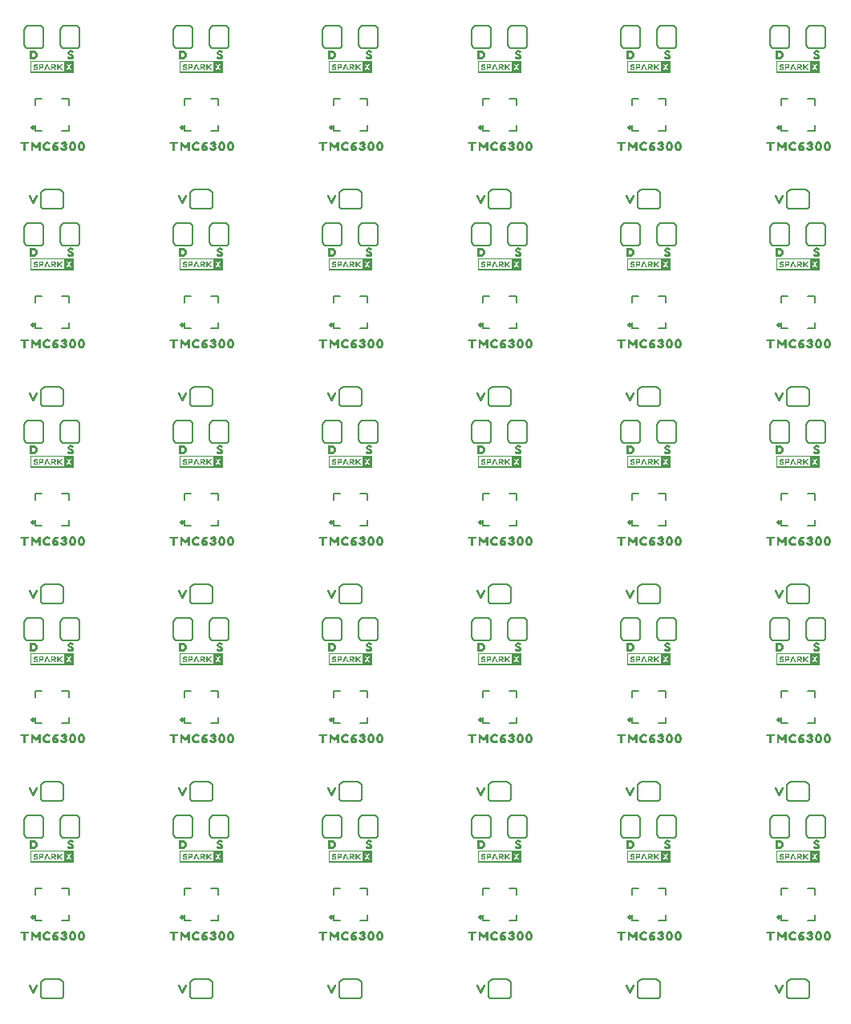
<source format=gto>
G04 EAGLE Gerber RS-274X export*
G75*
%MOMM*%
%FSLAX34Y34*%
%LPD*%
%INSilkscreen Top*%
%IPPOS*%
%AMOC8*
5,1,8,0,0,1.08239X$1,22.5*%
G01*
%ADD10C,0.203200*%
%ADD11C,0.127000*%
%ADD12C,0.508000*%

G36*
X99107Y979179D02*
X99107Y979179D01*
X99102Y979187D01*
X99109Y979192D01*
X99109Y991848D01*
X99073Y991895D01*
X99066Y991889D01*
X99060Y991897D01*
X53340Y991897D01*
X53293Y991861D01*
X53298Y991853D01*
X53291Y991848D01*
X53291Y979192D01*
X53327Y979145D01*
X53334Y979151D01*
X53340Y979143D01*
X99060Y979143D01*
X99107Y979179D01*
G37*
G36*
X99107Y770899D02*
X99107Y770899D01*
X99102Y770907D01*
X99109Y770912D01*
X99109Y783568D01*
X99073Y783615D01*
X99066Y783609D01*
X99060Y783617D01*
X53340Y783617D01*
X53293Y783581D01*
X53298Y783573D01*
X53291Y783568D01*
X53291Y770912D01*
X53327Y770865D01*
X53334Y770871D01*
X53340Y770863D01*
X99060Y770863D01*
X99107Y770899D01*
G37*
G36*
X571547Y770899D02*
X571547Y770899D01*
X571542Y770907D01*
X571549Y770912D01*
X571549Y783568D01*
X571513Y783615D01*
X571506Y783609D01*
X571500Y783617D01*
X525780Y783617D01*
X525733Y783581D01*
X525738Y783573D01*
X525731Y783568D01*
X525731Y770912D01*
X525767Y770865D01*
X525774Y770871D01*
X525780Y770863D01*
X571500Y770863D01*
X571547Y770899D01*
G37*
G36*
X571547Y562619D02*
X571547Y562619D01*
X571542Y562627D01*
X571549Y562632D01*
X571549Y575288D01*
X571513Y575335D01*
X571506Y575329D01*
X571500Y575337D01*
X525780Y575337D01*
X525733Y575301D01*
X525738Y575293D01*
X525731Y575288D01*
X525731Y562632D01*
X525767Y562585D01*
X525774Y562591D01*
X525780Y562583D01*
X571500Y562583D01*
X571547Y562619D01*
G37*
G36*
X729027Y562619D02*
X729027Y562619D01*
X729022Y562627D01*
X729029Y562632D01*
X729029Y575288D01*
X728993Y575335D01*
X728986Y575329D01*
X728980Y575337D01*
X683260Y575337D01*
X683213Y575301D01*
X683218Y575293D01*
X683211Y575288D01*
X683211Y562632D01*
X683247Y562585D01*
X683254Y562591D01*
X683260Y562583D01*
X728980Y562583D01*
X729027Y562619D01*
G37*
G36*
X886507Y562619D02*
X886507Y562619D01*
X886502Y562627D01*
X886509Y562632D01*
X886509Y575288D01*
X886473Y575335D01*
X886466Y575329D01*
X886460Y575337D01*
X840740Y575337D01*
X840693Y575301D01*
X840698Y575293D01*
X840691Y575288D01*
X840691Y562632D01*
X840727Y562585D01*
X840734Y562591D01*
X840740Y562583D01*
X886460Y562583D01*
X886507Y562619D01*
G37*
G36*
X729027Y146059D02*
X729027Y146059D01*
X729022Y146067D01*
X729029Y146072D01*
X729029Y158728D01*
X728993Y158775D01*
X728986Y158769D01*
X728980Y158777D01*
X683260Y158777D01*
X683213Y158741D01*
X683218Y158733D01*
X683211Y158728D01*
X683211Y146072D01*
X683247Y146025D01*
X683254Y146031D01*
X683260Y146023D01*
X728980Y146023D01*
X729027Y146059D01*
G37*
G36*
X414067Y146059D02*
X414067Y146059D01*
X414062Y146067D01*
X414069Y146072D01*
X414069Y158728D01*
X414033Y158775D01*
X414026Y158769D01*
X414020Y158777D01*
X368300Y158777D01*
X368253Y158741D01*
X368258Y158733D01*
X368251Y158728D01*
X368251Y146072D01*
X368287Y146025D01*
X368294Y146031D01*
X368300Y146023D01*
X414020Y146023D01*
X414067Y146059D01*
G37*
G36*
X99073Y158775D02*
X99073Y158775D01*
X99066Y158769D01*
X99060Y158777D01*
X53340Y158777D01*
X53293Y158741D01*
X53298Y158733D01*
X53291Y158728D01*
X53291Y146072D01*
X53327Y146025D01*
X53334Y146031D01*
X53340Y146023D01*
X99060Y146023D01*
X99107Y146059D01*
X99102Y146067D01*
X99109Y146072D01*
X99109Y158728D01*
X99073Y158775D01*
G37*
G36*
X886507Y146059D02*
X886507Y146059D01*
X886502Y146067D01*
X886509Y146072D01*
X886509Y158728D01*
X886473Y158775D01*
X886466Y158769D01*
X886460Y158777D01*
X840740Y158777D01*
X840693Y158741D01*
X840698Y158733D01*
X840691Y158728D01*
X840691Y146072D01*
X840727Y146025D01*
X840734Y146031D01*
X840740Y146023D01*
X886460Y146023D01*
X886507Y146059D01*
G37*
G36*
X256587Y146059D02*
X256587Y146059D01*
X256582Y146067D01*
X256589Y146072D01*
X256589Y158728D01*
X256553Y158775D01*
X256546Y158769D01*
X256540Y158777D01*
X210820Y158777D01*
X210773Y158741D01*
X210778Y158733D01*
X210771Y158728D01*
X210771Y146072D01*
X210807Y146025D01*
X210814Y146031D01*
X210820Y146023D01*
X256540Y146023D01*
X256587Y146059D01*
G37*
G36*
X256587Y354339D02*
X256587Y354339D01*
X256582Y354347D01*
X256589Y354352D01*
X256589Y367008D01*
X256553Y367055D01*
X256546Y367049D01*
X256540Y367057D01*
X210820Y367057D01*
X210773Y367021D01*
X210778Y367013D01*
X210771Y367008D01*
X210771Y354352D01*
X210807Y354305D01*
X210814Y354311D01*
X210820Y354303D01*
X256540Y354303D01*
X256587Y354339D01*
G37*
G36*
X414067Y562619D02*
X414067Y562619D01*
X414062Y562627D01*
X414069Y562632D01*
X414069Y575288D01*
X414033Y575335D01*
X414026Y575329D01*
X414020Y575337D01*
X368300Y575337D01*
X368253Y575301D01*
X368258Y575293D01*
X368251Y575288D01*
X368251Y562632D01*
X368287Y562585D01*
X368294Y562591D01*
X368300Y562583D01*
X414020Y562583D01*
X414067Y562619D01*
G37*
G36*
X99107Y562619D02*
X99107Y562619D01*
X99102Y562627D01*
X99109Y562632D01*
X99109Y575288D01*
X99073Y575335D01*
X99066Y575329D01*
X99060Y575337D01*
X53340Y575337D01*
X53293Y575301D01*
X53298Y575293D01*
X53291Y575288D01*
X53291Y562632D01*
X53327Y562585D01*
X53334Y562591D01*
X53340Y562583D01*
X99060Y562583D01*
X99107Y562619D01*
G37*
G36*
X256587Y562619D02*
X256587Y562619D01*
X256582Y562627D01*
X256589Y562632D01*
X256589Y575288D01*
X256553Y575335D01*
X256546Y575329D01*
X256540Y575337D01*
X210820Y575337D01*
X210773Y575301D01*
X210778Y575293D01*
X210771Y575288D01*
X210771Y562632D01*
X210807Y562585D01*
X210814Y562591D01*
X210820Y562583D01*
X256540Y562583D01*
X256587Y562619D01*
G37*
G36*
X256587Y770899D02*
X256587Y770899D01*
X256582Y770907D01*
X256589Y770912D01*
X256589Y783568D01*
X256553Y783615D01*
X256546Y783609D01*
X256540Y783617D01*
X210820Y783617D01*
X210773Y783581D01*
X210778Y783573D01*
X210771Y783568D01*
X210771Y770912D01*
X210807Y770865D01*
X210814Y770871D01*
X210820Y770863D01*
X256540Y770863D01*
X256587Y770899D01*
G37*
G36*
X886507Y770899D02*
X886507Y770899D01*
X886502Y770907D01*
X886509Y770912D01*
X886509Y783568D01*
X886473Y783615D01*
X886466Y783609D01*
X886460Y783617D01*
X840740Y783617D01*
X840693Y783581D01*
X840698Y783573D01*
X840691Y783568D01*
X840691Y770912D01*
X840727Y770865D01*
X840734Y770871D01*
X840740Y770863D01*
X886460Y770863D01*
X886507Y770899D01*
G37*
G36*
X729027Y770899D02*
X729027Y770899D01*
X729022Y770907D01*
X729029Y770912D01*
X729029Y783568D01*
X728993Y783615D01*
X728986Y783609D01*
X728980Y783617D01*
X683260Y783617D01*
X683213Y783581D01*
X683218Y783573D01*
X683211Y783568D01*
X683211Y770912D01*
X683247Y770865D01*
X683254Y770871D01*
X683260Y770863D01*
X728980Y770863D01*
X729027Y770899D01*
G37*
G36*
X414067Y979179D02*
X414067Y979179D01*
X414062Y979187D01*
X414069Y979192D01*
X414069Y991848D01*
X414033Y991895D01*
X414026Y991889D01*
X414020Y991897D01*
X368300Y991897D01*
X368253Y991861D01*
X368258Y991853D01*
X368251Y991848D01*
X368251Y979192D01*
X368287Y979145D01*
X368294Y979151D01*
X368300Y979143D01*
X414020Y979143D01*
X414067Y979179D01*
G37*
G36*
X256587Y979179D02*
X256587Y979179D01*
X256582Y979187D01*
X256589Y979192D01*
X256589Y991848D01*
X256553Y991895D01*
X256546Y991889D01*
X256540Y991897D01*
X210820Y991897D01*
X210773Y991861D01*
X210778Y991853D01*
X210771Y991848D01*
X210771Y979192D01*
X210807Y979145D01*
X210814Y979151D01*
X210820Y979143D01*
X256540Y979143D01*
X256587Y979179D01*
G37*
G36*
X886507Y979179D02*
X886507Y979179D01*
X886502Y979187D01*
X886509Y979192D01*
X886509Y991848D01*
X886473Y991895D01*
X886466Y991889D01*
X886460Y991897D01*
X840740Y991897D01*
X840693Y991861D01*
X840698Y991853D01*
X840691Y991848D01*
X840691Y979192D01*
X840727Y979145D01*
X840734Y979151D01*
X840740Y979143D01*
X886460Y979143D01*
X886507Y979179D01*
G37*
G36*
X729027Y979179D02*
X729027Y979179D01*
X729022Y979187D01*
X729029Y979192D01*
X729029Y991848D01*
X728993Y991895D01*
X728986Y991889D01*
X728980Y991897D01*
X683260Y991897D01*
X683213Y991861D01*
X683218Y991853D01*
X683211Y991848D01*
X683211Y979192D01*
X683247Y979145D01*
X683254Y979151D01*
X683260Y979143D01*
X728980Y979143D01*
X729027Y979179D01*
G37*
G36*
X414067Y770899D02*
X414067Y770899D01*
X414062Y770907D01*
X414069Y770912D01*
X414069Y783568D01*
X414033Y783615D01*
X414026Y783609D01*
X414020Y783617D01*
X368300Y783617D01*
X368253Y783581D01*
X368258Y783573D01*
X368251Y783568D01*
X368251Y770912D01*
X368287Y770865D01*
X368294Y770871D01*
X368300Y770863D01*
X414020Y770863D01*
X414067Y770899D01*
G37*
G36*
X571547Y979179D02*
X571547Y979179D01*
X571542Y979187D01*
X571549Y979192D01*
X571549Y991848D01*
X571513Y991895D01*
X571506Y991889D01*
X571500Y991897D01*
X525780Y991897D01*
X525733Y991861D01*
X525738Y991853D01*
X525731Y991848D01*
X525731Y979192D01*
X525767Y979145D01*
X525774Y979151D01*
X525780Y979143D01*
X571500Y979143D01*
X571547Y979179D01*
G37*
G36*
X886507Y354339D02*
X886507Y354339D01*
X886502Y354347D01*
X886509Y354352D01*
X886509Y367008D01*
X886473Y367055D01*
X886466Y367049D01*
X886460Y367057D01*
X840740Y367057D01*
X840693Y367021D01*
X840698Y367013D01*
X840691Y367008D01*
X840691Y354352D01*
X840727Y354305D01*
X840734Y354311D01*
X840740Y354303D01*
X886460Y354303D01*
X886507Y354339D01*
G37*
G36*
X571547Y146059D02*
X571547Y146059D01*
X571542Y146067D01*
X571549Y146072D01*
X571549Y158728D01*
X571513Y158775D01*
X571506Y158769D01*
X571500Y158777D01*
X525780Y158777D01*
X525733Y158741D01*
X525738Y158733D01*
X525731Y158728D01*
X525731Y146072D01*
X525767Y146025D01*
X525774Y146031D01*
X525780Y146023D01*
X571500Y146023D01*
X571547Y146059D01*
G37*
G36*
X571547Y354339D02*
X571547Y354339D01*
X571542Y354347D01*
X571549Y354352D01*
X571549Y367008D01*
X571513Y367055D01*
X571506Y367049D01*
X571500Y367057D01*
X525780Y367057D01*
X525733Y367021D01*
X525738Y367013D01*
X525731Y367008D01*
X525731Y354352D01*
X525767Y354305D01*
X525774Y354311D01*
X525780Y354303D01*
X571500Y354303D01*
X571547Y354339D01*
G37*
G36*
X729027Y354339D02*
X729027Y354339D01*
X729022Y354347D01*
X729029Y354352D01*
X729029Y367008D01*
X728993Y367055D01*
X728986Y367049D01*
X728980Y367057D01*
X683260Y367057D01*
X683213Y367021D01*
X683218Y367013D01*
X683211Y367008D01*
X683211Y354352D01*
X683247Y354305D01*
X683254Y354311D01*
X683260Y354303D01*
X728980Y354303D01*
X729027Y354339D01*
G37*
G36*
X99107Y354339D02*
X99107Y354339D01*
X99102Y354347D01*
X99109Y354352D01*
X99109Y367008D01*
X99073Y367055D01*
X99066Y367049D01*
X99060Y367057D01*
X53340Y367057D01*
X53293Y367021D01*
X53298Y367013D01*
X53291Y367008D01*
X53291Y354352D01*
X53327Y354305D01*
X53334Y354311D01*
X53340Y354303D01*
X99060Y354303D01*
X99107Y354339D01*
G37*
G36*
X414067Y354339D02*
X414067Y354339D01*
X414062Y354347D01*
X414069Y354352D01*
X414069Y367008D01*
X414033Y367055D01*
X414026Y367049D01*
X414020Y367057D01*
X368300Y367057D01*
X368253Y367021D01*
X368258Y367013D01*
X368251Y367008D01*
X368251Y354352D01*
X368287Y354305D01*
X368294Y354311D01*
X368300Y354303D01*
X414020Y354303D01*
X414067Y354339D01*
G37*
%LPC*%
G36*
X212044Y563857D02*
X212044Y563857D01*
X212044Y574063D01*
X246277Y574063D01*
X246277Y563857D01*
X212044Y563857D01*
G37*
%LPD*%
%LPC*%
G36*
X369524Y563857D02*
X369524Y563857D01*
X369524Y574063D01*
X403757Y574063D01*
X403757Y563857D01*
X369524Y563857D01*
G37*
%LPD*%
%LPC*%
G36*
X54564Y772137D02*
X54564Y772137D01*
X54564Y782343D01*
X88797Y782343D01*
X88797Y772137D01*
X54564Y772137D01*
G37*
%LPD*%
%LPC*%
G36*
X841964Y563857D02*
X841964Y563857D01*
X841964Y574063D01*
X876197Y574063D01*
X876197Y563857D01*
X841964Y563857D01*
G37*
%LPD*%
%LPC*%
G36*
X684484Y563857D02*
X684484Y563857D01*
X684484Y574063D01*
X718717Y574063D01*
X718717Y563857D01*
X684484Y563857D01*
G37*
%LPD*%
%LPC*%
G36*
X54564Y563857D02*
X54564Y563857D01*
X54564Y574063D01*
X88797Y574063D01*
X88797Y563857D01*
X54564Y563857D01*
G37*
%LPD*%
%LPC*%
G36*
X212044Y980417D02*
X212044Y980417D01*
X212044Y990623D01*
X246277Y990623D01*
X246277Y980417D01*
X212044Y980417D01*
G37*
%LPD*%
%LPC*%
G36*
X684484Y980417D02*
X684484Y980417D01*
X684484Y990623D01*
X718717Y990623D01*
X718717Y980417D01*
X684484Y980417D01*
G37*
%LPD*%
%LPC*%
G36*
X527004Y980417D02*
X527004Y980417D01*
X527004Y990623D01*
X561237Y990623D01*
X561237Y980417D01*
X527004Y980417D01*
G37*
%LPD*%
%LPC*%
G36*
X54564Y980417D02*
X54564Y980417D01*
X54564Y990623D01*
X88797Y990623D01*
X88797Y980417D01*
X54564Y980417D01*
G37*
%LPD*%
%LPC*%
G36*
X369524Y980417D02*
X369524Y980417D01*
X369524Y990623D01*
X403757Y990623D01*
X403757Y980417D01*
X369524Y980417D01*
G37*
%LPD*%
%LPC*%
G36*
X841964Y980417D02*
X841964Y980417D01*
X841964Y990623D01*
X876197Y990623D01*
X876197Y980417D01*
X841964Y980417D01*
G37*
%LPD*%
%LPC*%
G36*
X54564Y147297D02*
X54564Y147297D01*
X54564Y157503D01*
X88797Y157503D01*
X88797Y147297D01*
X54564Y147297D01*
G37*
%LPD*%
%LPC*%
G36*
X527004Y563857D02*
X527004Y563857D01*
X527004Y574063D01*
X561237Y574063D01*
X561237Y563857D01*
X527004Y563857D01*
G37*
%LPD*%
%LPC*%
G36*
X369524Y147297D02*
X369524Y147297D01*
X369524Y157503D01*
X403757Y157503D01*
X403757Y147297D01*
X369524Y147297D01*
G37*
%LPD*%
%LPC*%
G36*
X527004Y355577D02*
X527004Y355577D01*
X527004Y365783D01*
X561237Y365783D01*
X561237Y355577D01*
X527004Y355577D01*
G37*
%LPD*%
%LPC*%
G36*
X212044Y355577D02*
X212044Y355577D01*
X212044Y365783D01*
X246277Y365783D01*
X246277Y355577D01*
X212044Y355577D01*
G37*
%LPD*%
%LPC*%
G36*
X369524Y355577D02*
X369524Y355577D01*
X369524Y365783D01*
X403757Y365783D01*
X403757Y355577D01*
X369524Y355577D01*
G37*
%LPD*%
%LPC*%
G36*
X841964Y355577D02*
X841964Y355577D01*
X841964Y365783D01*
X876197Y365783D01*
X876197Y355577D01*
X841964Y355577D01*
G37*
%LPD*%
%LPC*%
G36*
X54564Y355577D02*
X54564Y355577D01*
X54564Y365783D01*
X88797Y365783D01*
X88797Y355577D01*
X54564Y355577D01*
G37*
%LPD*%
%LPC*%
G36*
X684484Y355577D02*
X684484Y355577D01*
X684484Y365783D01*
X718717Y365783D01*
X718717Y355577D01*
X684484Y355577D01*
G37*
%LPD*%
%LPC*%
G36*
X684484Y772137D02*
X684484Y772137D01*
X684484Y782343D01*
X718717Y782343D01*
X718717Y772137D01*
X684484Y772137D01*
G37*
%LPD*%
%LPC*%
G36*
X527004Y147297D02*
X527004Y147297D01*
X527004Y157503D01*
X561237Y157503D01*
X561237Y147297D01*
X527004Y147297D01*
G37*
%LPD*%
%LPC*%
G36*
X212044Y147297D02*
X212044Y147297D01*
X212044Y157503D01*
X246277Y157503D01*
X246277Y147297D01*
X212044Y147297D01*
G37*
%LPD*%
%LPC*%
G36*
X684484Y147297D02*
X684484Y147297D01*
X684484Y157503D01*
X718717Y157503D01*
X718717Y147297D01*
X684484Y147297D01*
G37*
%LPD*%
%LPC*%
G36*
X841964Y147297D02*
X841964Y147297D01*
X841964Y157503D01*
X876197Y157503D01*
X876197Y147297D01*
X841964Y147297D01*
G37*
%LPD*%
%LPC*%
G36*
X527004Y772137D02*
X527004Y772137D01*
X527004Y782343D01*
X561237Y782343D01*
X561237Y772137D01*
X527004Y772137D01*
G37*
%LPD*%
%LPC*%
G36*
X212044Y772137D02*
X212044Y772137D01*
X212044Y782343D01*
X246277Y782343D01*
X246277Y772137D01*
X212044Y772137D01*
G37*
%LPD*%
%LPC*%
G36*
X841964Y772137D02*
X841964Y772137D01*
X841964Y782343D01*
X876197Y782343D01*
X876197Y772137D01*
X841964Y772137D01*
G37*
%LPD*%
%LPC*%
G36*
X369524Y772137D02*
X369524Y772137D01*
X369524Y782343D01*
X403757Y782343D01*
X403757Y772137D01*
X369524Y772137D01*
G37*
%LPD*%
G36*
X371414Y993474D02*
X371414Y993474D01*
X371417Y993471D01*
X372117Y993571D01*
X372122Y993576D01*
X372126Y993573D01*
X372726Y993773D01*
X372729Y993778D01*
X372732Y993776D01*
X373932Y994376D01*
X373937Y994386D01*
X373945Y994385D01*
X374445Y994885D01*
X374445Y994889D01*
X374448Y994889D01*
X374848Y995389D01*
X374849Y995393D01*
X374851Y995393D01*
X375251Y995993D01*
X375251Y995997D01*
X375254Y995998D01*
X375554Y996598D01*
X375553Y996603D01*
X375557Y996604D01*
X375757Y997204D01*
X375753Y997215D01*
X375759Y997220D01*
X375759Y999320D01*
X375753Y999328D01*
X375757Y999334D01*
X375557Y1000034D01*
X375550Y1000039D01*
X375552Y1000045D01*
X375252Y1000545D01*
X375251Y1000546D01*
X375251Y1000547D01*
X374851Y1001147D01*
X374848Y1001148D01*
X374848Y1001151D01*
X374448Y1001651D01*
X374441Y1001653D01*
X374442Y1001658D01*
X373842Y1002158D01*
X373836Y1002158D01*
X373835Y1002162D01*
X373335Y1002462D01*
X373332Y1002462D01*
X373332Y1002464D01*
X372732Y1002764D01*
X372725Y1002763D01*
X372724Y1002767D01*
X372024Y1002967D01*
X372020Y1002966D01*
X372018Y1002969D01*
X371418Y1003069D01*
X371413Y1003066D01*
X371410Y1003069D01*
X368110Y1003069D01*
X368095Y1003058D01*
X368085Y1003062D01*
X367585Y1002762D01*
X367574Y1002734D01*
X367561Y1002728D01*
X367461Y1002128D01*
X367464Y1002123D01*
X367461Y1002120D01*
X367461Y994620D01*
X367464Y994616D01*
X367461Y994613D01*
X367561Y993913D01*
X367577Y993898D01*
X367575Y993885D01*
X367875Y993585D01*
X367898Y993582D01*
X367904Y993571D01*
X368704Y993471D01*
X368708Y993473D01*
X368710Y993471D01*
X371410Y993471D01*
X371414Y993474D01*
G37*
G36*
X56454Y993474D02*
X56454Y993474D01*
X56457Y993471D01*
X57157Y993571D01*
X57162Y993576D01*
X57166Y993573D01*
X57766Y993773D01*
X57769Y993778D01*
X57772Y993776D01*
X58972Y994376D01*
X58977Y994386D01*
X58985Y994385D01*
X59485Y994885D01*
X59485Y994889D01*
X59488Y994889D01*
X59888Y995389D01*
X59889Y995393D01*
X59891Y995393D01*
X60291Y995993D01*
X60291Y995997D01*
X60294Y995998D01*
X60594Y996598D01*
X60593Y996603D01*
X60597Y996604D01*
X60797Y997204D01*
X60793Y997215D01*
X60799Y997220D01*
X60799Y999320D01*
X60793Y999328D01*
X60797Y999334D01*
X60597Y1000034D01*
X60590Y1000039D01*
X60592Y1000045D01*
X60292Y1000545D01*
X60291Y1000546D01*
X60291Y1000547D01*
X59891Y1001147D01*
X59888Y1001148D01*
X59888Y1001151D01*
X59488Y1001651D01*
X59481Y1001653D01*
X59482Y1001658D01*
X58882Y1002158D01*
X58876Y1002158D01*
X58875Y1002162D01*
X58375Y1002462D01*
X58372Y1002462D01*
X58372Y1002464D01*
X57772Y1002764D01*
X57765Y1002763D01*
X57764Y1002767D01*
X57064Y1002967D01*
X57060Y1002966D01*
X57058Y1002969D01*
X56458Y1003069D01*
X56453Y1003066D01*
X56450Y1003069D01*
X53150Y1003069D01*
X53135Y1003058D01*
X53125Y1003062D01*
X52625Y1002762D01*
X52614Y1002734D01*
X52601Y1002728D01*
X52501Y1002128D01*
X52504Y1002123D01*
X52501Y1002120D01*
X52501Y994620D01*
X52504Y994616D01*
X52501Y994613D01*
X52601Y993913D01*
X52617Y993898D01*
X52615Y993885D01*
X52915Y993585D01*
X52938Y993582D01*
X52944Y993571D01*
X53744Y993471D01*
X53748Y993473D01*
X53750Y993471D01*
X56450Y993471D01*
X56454Y993474D01*
G37*
G36*
X686374Y993474D02*
X686374Y993474D01*
X686377Y993471D01*
X687077Y993571D01*
X687082Y993576D01*
X687086Y993573D01*
X687686Y993773D01*
X687689Y993778D01*
X687692Y993776D01*
X688892Y994376D01*
X688897Y994386D01*
X688905Y994385D01*
X689405Y994885D01*
X689405Y994889D01*
X689408Y994889D01*
X689808Y995389D01*
X689809Y995393D01*
X689811Y995393D01*
X690211Y995993D01*
X690211Y995997D01*
X690214Y995998D01*
X690514Y996598D01*
X690513Y996603D01*
X690517Y996604D01*
X690717Y997204D01*
X690713Y997215D01*
X690719Y997220D01*
X690719Y999320D01*
X690713Y999328D01*
X690717Y999334D01*
X690517Y1000034D01*
X690510Y1000039D01*
X690512Y1000045D01*
X690212Y1000545D01*
X690211Y1000546D01*
X690211Y1000547D01*
X689811Y1001147D01*
X689808Y1001148D01*
X689808Y1001151D01*
X689408Y1001651D01*
X689401Y1001653D01*
X689402Y1001658D01*
X688802Y1002158D01*
X688796Y1002158D01*
X688795Y1002162D01*
X688295Y1002462D01*
X688292Y1002462D01*
X688292Y1002464D01*
X687692Y1002764D01*
X687685Y1002763D01*
X687684Y1002767D01*
X686984Y1002967D01*
X686980Y1002966D01*
X686978Y1002969D01*
X686378Y1003069D01*
X686373Y1003066D01*
X686370Y1003069D01*
X683070Y1003069D01*
X683055Y1003058D01*
X683045Y1003062D01*
X682545Y1002762D01*
X682534Y1002734D01*
X682521Y1002728D01*
X682421Y1002128D01*
X682424Y1002123D01*
X682421Y1002120D01*
X682421Y994620D01*
X682424Y994616D01*
X682421Y994613D01*
X682521Y993913D01*
X682537Y993898D01*
X682535Y993885D01*
X682835Y993585D01*
X682858Y993582D01*
X682864Y993571D01*
X683664Y993471D01*
X683668Y993473D01*
X683670Y993471D01*
X686370Y993471D01*
X686374Y993474D01*
G37*
G36*
X213934Y160354D02*
X213934Y160354D01*
X213937Y160351D01*
X214637Y160451D01*
X214642Y160456D01*
X214646Y160453D01*
X215246Y160653D01*
X215249Y160658D01*
X215252Y160656D01*
X216452Y161256D01*
X216457Y161266D01*
X216465Y161265D01*
X216965Y161765D01*
X216965Y161769D01*
X216968Y161769D01*
X217368Y162269D01*
X217369Y162273D01*
X217371Y162273D01*
X217771Y162873D01*
X217771Y162877D01*
X217774Y162878D01*
X218074Y163478D01*
X218073Y163483D01*
X218077Y163484D01*
X218277Y164084D01*
X218273Y164095D01*
X218279Y164100D01*
X218279Y166200D01*
X218273Y166208D01*
X218277Y166214D01*
X218077Y166914D01*
X218070Y166919D01*
X218072Y166925D01*
X217772Y167425D01*
X217771Y167426D01*
X217771Y167427D01*
X217371Y168027D01*
X217368Y168028D01*
X217368Y168031D01*
X216968Y168531D01*
X216961Y168533D01*
X216962Y168538D01*
X216362Y169038D01*
X216356Y169038D01*
X216355Y169042D01*
X215855Y169342D01*
X215852Y169342D01*
X215852Y169344D01*
X215252Y169644D01*
X215245Y169643D01*
X215244Y169647D01*
X214544Y169847D01*
X214540Y169846D01*
X214538Y169849D01*
X213938Y169949D01*
X213933Y169946D01*
X213930Y169949D01*
X210630Y169949D01*
X210615Y169938D01*
X210605Y169942D01*
X210105Y169642D01*
X210094Y169614D01*
X210081Y169608D01*
X209981Y169008D01*
X209984Y169003D01*
X209981Y169000D01*
X209981Y161500D01*
X209984Y161496D01*
X209981Y161493D01*
X210081Y160793D01*
X210097Y160778D01*
X210095Y160765D01*
X210395Y160465D01*
X210418Y160462D01*
X210424Y160451D01*
X211224Y160351D01*
X211228Y160353D01*
X211230Y160351D01*
X213930Y160351D01*
X213934Y160354D01*
G37*
G36*
X371414Y160354D02*
X371414Y160354D01*
X371417Y160351D01*
X372117Y160451D01*
X372122Y160456D01*
X372126Y160453D01*
X372726Y160653D01*
X372729Y160658D01*
X372732Y160656D01*
X373932Y161256D01*
X373937Y161266D01*
X373945Y161265D01*
X374445Y161765D01*
X374445Y161769D01*
X374448Y161769D01*
X374848Y162269D01*
X374849Y162273D01*
X374851Y162273D01*
X375251Y162873D01*
X375251Y162877D01*
X375254Y162878D01*
X375554Y163478D01*
X375553Y163483D01*
X375557Y163484D01*
X375757Y164084D01*
X375753Y164095D01*
X375759Y164100D01*
X375759Y166200D01*
X375753Y166208D01*
X375757Y166214D01*
X375557Y166914D01*
X375550Y166919D01*
X375552Y166925D01*
X375252Y167425D01*
X375251Y167426D01*
X375251Y167427D01*
X374851Y168027D01*
X374848Y168028D01*
X374848Y168031D01*
X374448Y168531D01*
X374441Y168533D01*
X374442Y168538D01*
X373842Y169038D01*
X373836Y169038D01*
X373835Y169042D01*
X373335Y169342D01*
X373332Y169342D01*
X373332Y169344D01*
X372732Y169644D01*
X372725Y169643D01*
X372724Y169647D01*
X372024Y169847D01*
X372020Y169846D01*
X372018Y169849D01*
X371418Y169949D01*
X371413Y169946D01*
X371410Y169949D01*
X368110Y169949D01*
X368095Y169938D01*
X368085Y169942D01*
X367585Y169642D01*
X367574Y169614D01*
X367561Y169608D01*
X367461Y169008D01*
X367464Y169003D01*
X367461Y169000D01*
X367461Y161500D01*
X367464Y161496D01*
X367461Y161493D01*
X367561Y160793D01*
X367577Y160778D01*
X367575Y160765D01*
X367875Y160465D01*
X367898Y160462D01*
X367904Y160451D01*
X368704Y160351D01*
X368708Y160353D01*
X368710Y160351D01*
X371410Y160351D01*
X371414Y160354D01*
G37*
G36*
X213934Y576914D02*
X213934Y576914D01*
X213937Y576911D01*
X214637Y577011D01*
X214642Y577016D01*
X214646Y577013D01*
X215246Y577213D01*
X215249Y577218D01*
X215252Y577216D01*
X216452Y577816D01*
X216457Y577826D01*
X216465Y577825D01*
X216965Y578325D01*
X216965Y578329D01*
X216968Y578329D01*
X217368Y578829D01*
X217369Y578833D01*
X217371Y578833D01*
X217771Y579433D01*
X217771Y579437D01*
X217774Y579438D01*
X218074Y580038D01*
X218073Y580043D01*
X218077Y580044D01*
X218277Y580644D01*
X218273Y580655D01*
X218279Y580660D01*
X218279Y582760D01*
X218273Y582768D01*
X218277Y582774D01*
X218077Y583474D01*
X218070Y583479D01*
X218072Y583485D01*
X217772Y583985D01*
X217771Y583986D01*
X217771Y583987D01*
X217371Y584587D01*
X217368Y584588D01*
X217368Y584591D01*
X216968Y585091D01*
X216961Y585093D01*
X216962Y585098D01*
X216362Y585598D01*
X216356Y585598D01*
X216355Y585602D01*
X215855Y585902D01*
X215852Y585902D01*
X215852Y585904D01*
X215252Y586204D01*
X215245Y586203D01*
X215244Y586207D01*
X214544Y586407D01*
X214540Y586406D01*
X214538Y586409D01*
X213938Y586509D01*
X213933Y586506D01*
X213930Y586509D01*
X210630Y586509D01*
X210615Y586498D01*
X210605Y586502D01*
X210105Y586202D01*
X210094Y586174D01*
X210081Y586168D01*
X209981Y585568D01*
X209984Y585563D01*
X209981Y585560D01*
X209981Y578060D01*
X209984Y578056D01*
X209981Y578053D01*
X210081Y577353D01*
X210097Y577338D01*
X210095Y577325D01*
X210395Y577025D01*
X210418Y577022D01*
X210424Y577011D01*
X211224Y576911D01*
X211228Y576913D01*
X211230Y576911D01*
X213930Y576911D01*
X213934Y576914D01*
G37*
G36*
X56454Y576914D02*
X56454Y576914D01*
X56457Y576911D01*
X57157Y577011D01*
X57162Y577016D01*
X57166Y577013D01*
X57766Y577213D01*
X57769Y577218D01*
X57772Y577216D01*
X58972Y577816D01*
X58977Y577826D01*
X58985Y577825D01*
X59485Y578325D01*
X59485Y578329D01*
X59488Y578329D01*
X59888Y578829D01*
X59889Y578833D01*
X59891Y578833D01*
X60291Y579433D01*
X60291Y579437D01*
X60294Y579438D01*
X60594Y580038D01*
X60593Y580043D01*
X60597Y580044D01*
X60797Y580644D01*
X60793Y580655D01*
X60799Y580660D01*
X60799Y582760D01*
X60793Y582768D01*
X60797Y582774D01*
X60597Y583474D01*
X60590Y583479D01*
X60592Y583485D01*
X60292Y583985D01*
X60291Y583986D01*
X60291Y583987D01*
X59891Y584587D01*
X59888Y584588D01*
X59888Y584591D01*
X59488Y585091D01*
X59481Y585093D01*
X59482Y585098D01*
X58882Y585598D01*
X58876Y585598D01*
X58875Y585602D01*
X58375Y585902D01*
X58372Y585902D01*
X58372Y585904D01*
X57772Y586204D01*
X57765Y586203D01*
X57764Y586207D01*
X57064Y586407D01*
X57060Y586406D01*
X57058Y586409D01*
X56458Y586509D01*
X56453Y586506D01*
X56450Y586509D01*
X53150Y586509D01*
X53135Y586498D01*
X53125Y586502D01*
X52625Y586202D01*
X52614Y586174D01*
X52601Y586168D01*
X52501Y585568D01*
X52504Y585563D01*
X52501Y585560D01*
X52501Y578060D01*
X52504Y578056D01*
X52501Y578053D01*
X52601Y577353D01*
X52617Y577338D01*
X52615Y577325D01*
X52915Y577025D01*
X52938Y577022D01*
X52944Y577011D01*
X53744Y576911D01*
X53748Y576913D01*
X53750Y576911D01*
X56450Y576911D01*
X56454Y576914D01*
G37*
G36*
X528894Y576914D02*
X528894Y576914D01*
X528897Y576911D01*
X529597Y577011D01*
X529602Y577016D01*
X529606Y577013D01*
X530206Y577213D01*
X530209Y577218D01*
X530212Y577216D01*
X531412Y577816D01*
X531417Y577826D01*
X531425Y577825D01*
X531925Y578325D01*
X531925Y578329D01*
X531928Y578329D01*
X532328Y578829D01*
X532329Y578833D01*
X532331Y578833D01*
X532731Y579433D01*
X532731Y579437D01*
X532734Y579438D01*
X533034Y580038D01*
X533033Y580043D01*
X533037Y580044D01*
X533237Y580644D01*
X533233Y580655D01*
X533239Y580660D01*
X533239Y582760D01*
X533233Y582768D01*
X533237Y582774D01*
X533037Y583474D01*
X533030Y583479D01*
X533032Y583485D01*
X532732Y583985D01*
X532731Y583986D01*
X532731Y583987D01*
X532331Y584587D01*
X532328Y584588D01*
X532328Y584591D01*
X531928Y585091D01*
X531921Y585093D01*
X531922Y585098D01*
X531322Y585598D01*
X531316Y585598D01*
X531315Y585602D01*
X530815Y585902D01*
X530812Y585902D01*
X530812Y585904D01*
X530212Y586204D01*
X530205Y586203D01*
X530204Y586207D01*
X529504Y586407D01*
X529500Y586406D01*
X529498Y586409D01*
X528898Y586509D01*
X528893Y586506D01*
X528890Y586509D01*
X525590Y586509D01*
X525575Y586498D01*
X525565Y586502D01*
X525065Y586202D01*
X525054Y586174D01*
X525041Y586168D01*
X524941Y585568D01*
X524944Y585563D01*
X524941Y585560D01*
X524941Y578060D01*
X524944Y578056D01*
X524941Y578053D01*
X525041Y577353D01*
X525057Y577338D01*
X525055Y577325D01*
X525355Y577025D01*
X525378Y577022D01*
X525384Y577011D01*
X526184Y576911D01*
X526188Y576913D01*
X526190Y576911D01*
X528890Y576911D01*
X528894Y576914D01*
G37*
G36*
X843854Y368634D02*
X843854Y368634D01*
X843857Y368631D01*
X844557Y368731D01*
X844562Y368736D01*
X844566Y368733D01*
X845166Y368933D01*
X845169Y368938D01*
X845172Y368936D01*
X846372Y369536D01*
X846377Y369546D01*
X846385Y369545D01*
X846885Y370045D01*
X846885Y370049D01*
X846888Y370049D01*
X847288Y370549D01*
X847289Y370553D01*
X847291Y370553D01*
X847691Y371153D01*
X847691Y371157D01*
X847694Y371158D01*
X847994Y371758D01*
X847993Y371763D01*
X847997Y371764D01*
X848197Y372364D01*
X848193Y372375D01*
X848199Y372380D01*
X848199Y374480D01*
X848193Y374488D01*
X848197Y374494D01*
X847997Y375194D01*
X847990Y375199D01*
X847992Y375205D01*
X847692Y375705D01*
X847691Y375706D01*
X847691Y375707D01*
X847291Y376307D01*
X847288Y376308D01*
X847288Y376311D01*
X846888Y376811D01*
X846881Y376813D01*
X846882Y376818D01*
X846282Y377318D01*
X846276Y377318D01*
X846275Y377322D01*
X845775Y377622D01*
X845772Y377622D01*
X845772Y377624D01*
X845172Y377924D01*
X845165Y377923D01*
X845164Y377927D01*
X844464Y378127D01*
X844460Y378126D01*
X844458Y378129D01*
X843858Y378229D01*
X843853Y378226D01*
X843850Y378229D01*
X840550Y378229D01*
X840535Y378218D01*
X840525Y378222D01*
X840025Y377922D01*
X840014Y377894D01*
X840001Y377888D01*
X839901Y377288D01*
X839904Y377283D01*
X839901Y377280D01*
X839901Y369780D01*
X839904Y369776D01*
X839901Y369773D01*
X840001Y369073D01*
X840017Y369058D01*
X840015Y369045D01*
X840315Y368745D01*
X840338Y368742D01*
X840344Y368731D01*
X841144Y368631D01*
X841148Y368633D01*
X841150Y368631D01*
X843850Y368631D01*
X843854Y368634D01*
G37*
G36*
X371414Y368634D02*
X371414Y368634D01*
X371417Y368631D01*
X372117Y368731D01*
X372122Y368736D01*
X372126Y368733D01*
X372726Y368933D01*
X372729Y368938D01*
X372732Y368936D01*
X373932Y369536D01*
X373937Y369546D01*
X373945Y369545D01*
X374445Y370045D01*
X374445Y370049D01*
X374448Y370049D01*
X374848Y370549D01*
X374849Y370553D01*
X374851Y370553D01*
X375251Y371153D01*
X375251Y371157D01*
X375254Y371158D01*
X375554Y371758D01*
X375553Y371763D01*
X375557Y371764D01*
X375757Y372364D01*
X375753Y372375D01*
X375759Y372380D01*
X375759Y374480D01*
X375753Y374488D01*
X375757Y374494D01*
X375557Y375194D01*
X375550Y375199D01*
X375552Y375205D01*
X375252Y375705D01*
X375251Y375706D01*
X375251Y375707D01*
X374851Y376307D01*
X374848Y376308D01*
X374848Y376311D01*
X374448Y376811D01*
X374441Y376813D01*
X374442Y376818D01*
X373842Y377318D01*
X373836Y377318D01*
X373835Y377322D01*
X373335Y377622D01*
X373332Y377622D01*
X373332Y377624D01*
X372732Y377924D01*
X372725Y377923D01*
X372724Y377927D01*
X372024Y378127D01*
X372020Y378126D01*
X372018Y378129D01*
X371418Y378229D01*
X371413Y378226D01*
X371410Y378229D01*
X368110Y378229D01*
X368095Y378218D01*
X368085Y378222D01*
X367585Y377922D01*
X367574Y377894D01*
X367561Y377888D01*
X367461Y377288D01*
X367464Y377283D01*
X367461Y377280D01*
X367461Y369780D01*
X367464Y369776D01*
X367461Y369773D01*
X367561Y369073D01*
X367577Y369058D01*
X367575Y369045D01*
X367875Y368745D01*
X367898Y368742D01*
X367904Y368731D01*
X368704Y368631D01*
X368708Y368633D01*
X368710Y368631D01*
X371410Y368631D01*
X371414Y368634D01*
G37*
G36*
X213934Y785194D02*
X213934Y785194D01*
X213937Y785191D01*
X214637Y785291D01*
X214642Y785296D01*
X214646Y785293D01*
X215246Y785493D01*
X215249Y785498D01*
X215252Y785496D01*
X216452Y786096D01*
X216457Y786106D01*
X216465Y786105D01*
X216965Y786605D01*
X216965Y786609D01*
X216968Y786609D01*
X217368Y787109D01*
X217369Y787113D01*
X217371Y787113D01*
X217771Y787713D01*
X217771Y787717D01*
X217774Y787718D01*
X218074Y788318D01*
X218073Y788323D01*
X218077Y788324D01*
X218277Y788924D01*
X218273Y788935D01*
X218279Y788940D01*
X218279Y791040D01*
X218273Y791048D01*
X218277Y791054D01*
X218077Y791754D01*
X218070Y791759D01*
X218072Y791765D01*
X217772Y792265D01*
X217771Y792266D01*
X217771Y792267D01*
X217371Y792867D01*
X217368Y792868D01*
X217368Y792871D01*
X216968Y793371D01*
X216961Y793373D01*
X216962Y793378D01*
X216362Y793878D01*
X216356Y793878D01*
X216355Y793882D01*
X215855Y794182D01*
X215852Y794182D01*
X215852Y794184D01*
X215252Y794484D01*
X215245Y794483D01*
X215244Y794487D01*
X214544Y794687D01*
X214540Y794686D01*
X214538Y794689D01*
X213938Y794789D01*
X213933Y794786D01*
X213930Y794789D01*
X210630Y794789D01*
X210615Y794778D01*
X210605Y794782D01*
X210105Y794482D01*
X210094Y794454D01*
X210081Y794448D01*
X209981Y793848D01*
X209984Y793843D01*
X209981Y793840D01*
X209981Y786340D01*
X209984Y786336D01*
X209981Y786333D01*
X210081Y785633D01*
X210097Y785618D01*
X210095Y785605D01*
X210395Y785305D01*
X210418Y785302D01*
X210424Y785291D01*
X211224Y785191D01*
X211228Y785193D01*
X211230Y785191D01*
X213930Y785191D01*
X213934Y785194D01*
G37*
G36*
X528894Y368634D02*
X528894Y368634D01*
X528897Y368631D01*
X529597Y368731D01*
X529602Y368736D01*
X529606Y368733D01*
X530206Y368933D01*
X530209Y368938D01*
X530212Y368936D01*
X531412Y369536D01*
X531417Y369546D01*
X531425Y369545D01*
X531925Y370045D01*
X531925Y370049D01*
X531928Y370049D01*
X532328Y370549D01*
X532329Y370553D01*
X532331Y370553D01*
X532731Y371153D01*
X532731Y371157D01*
X532734Y371158D01*
X533034Y371758D01*
X533033Y371763D01*
X533037Y371764D01*
X533237Y372364D01*
X533233Y372375D01*
X533239Y372380D01*
X533239Y374480D01*
X533233Y374488D01*
X533237Y374494D01*
X533037Y375194D01*
X533030Y375199D01*
X533032Y375205D01*
X532732Y375705D01*
X532731Y375706D01*
X532731Y375707D01*
X532331Y376307D01*
X532328Y376308D01*
X532328Y376311D01*
X531928Y376811D01*
X531921Y376813D01*
X531922Y376818D01*
X531322Y377318D01*
X531316Y377318D01*
X531315Y377322D01*
X530815Y377622D01*
X530812Y377622D01*
X530812Y377624D01*
X530212Y377924D01*
X530205Y377923D01*
X530204Y377927D01*
X529504Y378127D01*
X529500Y378126D01*
X529498Y378129D01*
X528898Y378229D01*
X528893Y378226D01*
X528890Y378229D01*
X525590Y378229D01*
X525575Y378218D01*
X525565Y378222D01*
X525065Y377922D01*
X525054Y377894D01*
X525041Y377888D01*
X524941Y377288D01*
X524944Y377283D01*
X524941Y377280D01*
X524941Y369780D01*
X524944Y369776D01*
X524941Y369773D01*
X525041Y369073D01*
X525057Y369058D01*
X525055Y369045D01*
X525355Y368745D01*
X525378Y368742D01*
X525384Y368731D01*
X526184Y368631D01*
X526188Y368633D01*
X526190Y368631D01*
X528890Y368631D01*
X528894Y368634D01*
G37*
G36*
X843854Y785194D02*
X843854Y785194D01*
X843857Y785191D01*
X844557Y785291D01*
X844562Y785296D01*
X844566Y785293D01*
X845166Y785493D01*
X845169Y785498D01*
X845172Y785496D01*
X846372Y786096D01*
X846377Y786106D01*
X846385Y786105D01*
X846885Y786605D01*
X846885Y786609D01*
X846888Y786609D01*
X847288Y787109D01*
X847289Y787113D01*
X847291Y787113D01*
X847691Y787713D01*
X847691Y787717D01*
X847694Y787718D01*
X847994Y788318D01*
X847993Y788323D01*
X847997Y788324D01*
X848197Y788924D01*
X848193Y788935D01*
X848199Y788940D01*
X848199Y791040D01*
X848193Y791048D01*
X848197Y791054D01*
X847997Y791754D01*
X847990Y791759D01*
X847992Y791765D01*
X847692Y792265D01*
X847691Y792266D01*
X847691Y792267D01*
X847291Y792867D01*
X847288Y792868D01*
X847288Y792871D01*
X846888Y793371D01*
X846881Y793373D01*
X846882Y793378D01*
X846282Y793878D01*
X846276Y793878D01*
X846275Y793882D01*
X845775Y794182D01*
X845772Y794182D01*
X845772Y794184D01*
X845172Y794484D01*
X845165Y794483D01*
X845164Y794487D01*
X844464Y794687D01*
X844460Y794686D01*
X844458Y794689D01*
X843858Y794789D01*
X843853Y794786D01*
X843850Y794789D01*
X840550Y794789D01*
X840535Y794778D01*
X840525Y794782D01*
X840025Y794482D01*
X840014Y794454D01*
X840001Y794448D01*
X839901Y793848D01*
X839904Y793843D01*
X839901Y793840D01*
X839901Y786340D01*
X839904Y786336D01*
X839901Y786333D01*
X840001Y785633D01*
X840017Y785618D01*
X840015Y785605D01*
X840315Y785305D01*
X840338Y785302D01*
X840344Y785291D01*
X841144Y785191D01*
X841148Y785193D01*
X841150Y785191D01*
X843850Y785191D01*
X843854Y785194D01*
G37*
G36*
X686374Y576914D02*
X686374Y576914D01*
X686377Y576911D01*
X687077Y577011D01*
X687082Y577016D01*
X687086Y577013D01*
X687686Y577213D01*
X687689Y577218D01*
X687692Y577216D01*
X688892Y577816D01*
X688897Y577826D01*
X688905Y577825D01*
X689405Y578325D01*
X689405Y578329D01*
X689408Y578329D01*
X689808Y578829D01*
X689809Y578833D01*
X689811Y578833D01*
X690211Y579433D01*
X690211Y579437D01*
X690214Y579438D01*
X690514Y580038D01*
X690513Y580043D01*
X690517Y580044D01*
X690717Y580644D01*
X690713Y580655D01*
X690719Y580660D01*
X690719Y582760D01*
X690713Y582768D01*
X690717Y582774D01*
X690517Y583474D01*
X690510Y583479D01*
X690512Y583485D01*
X690212Y583985D01*
X690211Y583986D01*
X690211Y583987D01*
X689811Y584587D01*
X689808Y584588D01*
X689808Y584591D01*
X689408Y585091D01*
X689401Y585093D01*
X689402Y585098D01*
X688802Y585598D01*
X688796Y585598D01*
X688795Y585602D01*
X688295Y585902D01*
X688292Y585902D01*
X688292Y585904D01*
X687692Y586204D01*
X687685Y586203D01*
X687684Y586207D01*
X686984Y586407D01*
X686980Y586406D01*
X686978Y586409D01*
X686378Y586509D01*
X686373Y586506D01*
X686370Y586509D01*
X683070Y586509D01*
X683055Y586498D01*
X683045Y586502D01*
X682545Y586202D01*
X682534Y586174D01*
X682521Y586168D01*
X682421Y585568D01*
X682424Y585563D01*
X682421Y585560D01*
X682421Y578060D01*
X682424Y578056D01*
X682421Y578053D01*
X682521Y577353D01*
X682537Y577338D01*
X682535Y577325D01*
X682835Y577025D01*
X682858Y577022D01*
X682864Y577011D01*
X683664Y576911D01*
X683668Y576913D01*
X683670Y576911D01*
X686370Y576911D01*
X686374Y576914D01*
G37*
G36*
X371414Y785194D02*
X371414Y785194D01*
X371417Y785191D01*
X372117Y785291D01*
X372122Y785296D01*
X372126Y785293D01*
X372726Y785493D01*
X372729Y785498D01*
X372732Y785496D01*
X373932Y786096D01*
X373937Y786106D01*
X373945Y786105D01*
X374445Y786605D01*
X374445Y786609D01*
X374448Y786609D01*
X374848Y787109D01*
X374849Y787113D01*
X374851Y787113D01*
X375251Y787713D01*
X375251Y787717D01*
X375254Y787718D01*
X375554Y788318D01*
X375553Y788323D01*
X375557Y788324D01*
X375757Y788924D01*
X375753Y788935D01*
X375759Y788940D01*
X375759Y791040D01*
X375753Y791048D01*
X375757Y791054D01*
X375557Y791754D01*
X375550Y791759D01*
X375552Y791765D01*
X375252Y792265D01*
X375251Y792266D01*
X375251Y792267D01*
X374851Y792867D01*
X374848Y792868D01*
X374848Y792871D01*
X374448Y793371D01*
X374441Y793373D01*
X374442Y793378D01*
X373842Y793878D01*
X373836Y793878D01*
X373835Y793882D01*
X373335Y794182D01*
X373332Y794182D01*
X373332Y794184D01*
X372732Y794484D01*
X372725Y794483D01*
X372724Y794487D01*
X372024Y794687D01*
X372020Y794686D01*
X372018Y794689D01*
X371418Y794789D01*
X371413Y794786D01*
X371410Y794789D01*
X368110Y794789D01*
X368095Y794778D01*
X368085Y794782D01*
X367585Y794482D01*
X367574Y794454D01*
X367561Y794448D01*
X367461Y793848D01*
X367464Y793843D01*
X367461Y793840D01*
X367461Y786340D01*
X367464Y786336D01*
X367461Y786333D01*
X367561Y785633D01*
X367577Y785618D01*
X367575Y785605D01*
X367875Y785305D01*
X367898Y785302D01*
X367904Y785291D01*
X368704Y785191D01*
X368708Y785193D01*
X368710Y785191D01*
X371410Y785191D01*
X371414Y785194D01*
G37*
G36*
X843854Y576914D02*
X843854Y576914D01*
X843857Y576911D01*
X844557Y577011D01*
X844562Y577016D01*
X844566Y577013D01*
X845166Y577213D01*
X845169Y577218D01*
X845172Y577216D01*
X846372Y577816D01*
X846377Y577826D01*
X846385Y577825D01*
X846885Y578325D01*
X846885Y578329D01*
X846888Y578329D01*
X847288Y578829D01*
X847289Y578833D01*
X847291Y578833D01*
X847691Y579433D01*
X847691Y579437D01*
X847694Y579438D01*
X847994Y580038D01*
X847993Y580043D01*
X847997Y580044D01*
X848197Y580644D01*
X848193Y580655D01*
X848199Y580660D01*
X848199Y582760D01*
X848193Y582768D01*
X848197Y582774D01*
X847997Y583474D01*
X847990Y583479D01*
X847992Y583485D01*
X847692Y583985D01*
X847691Y583986D01*
X847691Y583987D01*
X847291Y584587D01*
X847288Y584588D01*
X847288Y584591D01*
X846888Y585091D01*
X846881Y585093D01*
X846882Y585098D01*
X846282Y585598D01*
X846276Y585598D01*
X846275Y585602D01*
X845775Y585902D01*
X845772Y585902D01*
X845772Y585904D01*
X845172Y586204D01*
X845165Y586203D01*
X845164Y586207D01*
X844464Y586407D01*
X844460Y586406D01*
X844458Y586409D01*
X843858Y586509D01*
X843853Y586506D01*
X843850Y586509D01*
X840550Y586509D01*
X840535Y586498D01*
X840525Y586502D01*
X840025Y586202D01*
X840014Y586174D01*
X840001Y586168D01*
X839901Y585568D01*
X839904Y585563D01*
X839901Y585560D01*
X839901Y578060D01*
X839904Y578056D01*
X839901Y578053D01*
X840001Y577353D01*
X840017Y577338D01*
X840015Y577325D01*
X840315Y577025D01*
X840338Y577022D01*
X840344Y577011D01*
X841144Y576911D01*
X841148Y576913D01*
X841150Y576911D01*
X843850Y576911D01*
X843854Y576914D01*
G37*
G36*
X843854Y160354D02*
X843854Y160354D01*
X843857Y160351D01*
X844557Y160451D01*
X844562Y160456D01*
X844566Y160453D01*
X845166Y160653D01*
X845169Y160658D01*
X845172Y160656D01*
X846372Y161256D01*
X846377Y161266D01*
X846385Y161265D01*
X846885Y161765D01*
X846885Y161769D01*
X846888Y161769D01*
X847288Y162269D01*
X847289Y162273D01*
X847291Y162273D01*
X847691Y162873D01*
X847691Y162877D01*
X847694Y162878D01*
X847994Y163478D01*
X847993Y163483D01*
X847997Y163484D01*
X848197Y164084D01*
X848193Y164095D01*
X848199Y164100D01*
X848199Y166200D01*
X848193Y166208D01*
X848197Y166214D01*
X847997Y166914D01*
X847990Y166919D01*
X847992Y166925D01*
X847692Y167425D01*
X847691Y167426D01*
X847691Y167427D01*
X847291Y168027D01*
X847288Y168028D01*
X847288Y168031D01*
X846888Y168531D01*
X846881Y168533D01*
X846882Y168538D01*
X846282Y169038D01*
X846276Y169038D01*
X846275Y169042D01*
X845775Y169342D01*
X845772Y169342D01*
X845772Y169344D01*
X845172Y169644D01*
X845165Y169643D01*
X845164Y169647D01*
X844464Y169847D01*
X844460Y169846D01*
X844458Y169849D01*
X843858Y169949D01*
X843853Y169946D01*
X843850Y169949D01*
X840550Y169949D01*
X840535Y169938D01*
X840525Y169942D01*
X840025Y169642D01*
X840014Y169614D01*
X840001Y169608D01*
X839901Y169008D01*
X839904Y169003D01*
X839901Y169000D01*
X839901Y161500D01*
X839904Y161496D01*
X839901Y161493D01*
X840001Y160793D01*
X840017Y160778D01*
X840015Y160765D01*
X840315Y160465D01*
X840338Y160462D01*
X840344Y160451D01*
X841144Y160351D01*
X841148Y160353D01*
X841150Y160351D01*
X843850Y160351D01*
X843854Y160354D01*
G37*
G36*
X371414Y576914D02*
X371414Y576914D01*
X371417Y576911D01*
X372117Y577011D01*
X372122Y577016D01*
X372126Y577013D01*
X372726Y577213D01*
X372729Y577218D01*
X372732Y577216D01*
X373932Y577816D01*
X373937Y577826D01*
X373945Y577825D01*
X374445Y578325D01*
X374445Y578329D01*
X374448Y578329D01*
X374848Y578829D01*
X374849Y578833D01*
X374851Y578833D01*
X375251Y579433D01*
X375251Y579437D01*
X375254Y579438D01*
X375554Y580038D01*
X375553Y580043D01*
X375557Y580044D01*
X375757Y580644D01*
X375753Y580655D01*
X375759Y580660D01*
X375759Y582760D01*
X375753Y582768D01*
X375757Y582774D01*
X375557Y583474D01*
X375550Y583479D01*
X375552Y583485D01*
X375252Y583985D01*
X375251Y583986D01*
X375251Y583987D01*
X374851Y584587D01*
X374848Y584588D01*
X374848Y584591D01*
X374448Y585091D01*
X374441Y585093D01*
X374442Y585098D01*
X373842Y585598D01*
X373836Y585598D01*
X373835Y585602D01*
X373335Y585902D01*
X373332Y585902D01*
X373332Y585904D01*
X372732Y586204D01*
X372725Y586203D01*
X372724Y586207D01*
X372024Y586407D01*
X372020Y586406D01*
X372018Y586409D01*
X371418Y586509D01*
X371413Y586506D01*
X371410Y586509D01*
X368110Y586509D01*
X368095Y586498D01*
X368085Y586502D01*
X367585Y586202D01*
X367574Y586174D01*
X367561Y586168D01*
X367461Y585568D01*
X367464Y585563D01*
X367461Y585560D01*
X367461Y578060D01*
X367464Y578056D01*
X367461Y578053D01*
X367561Y577353D01*
X367577Y577338D01*
X367575Y577325D01*
X367875Y577025D01*
X367898Y577022D01*
X367904Y577011D01*
X368704Y576911D01*
X368708Y576913D01*
X368710Y576911D01*
X371410Y576911D01*
X371414Y576914D01*
G37*
G36*
X686374Y160354D02*
X686374Y160354D01*
X686377Y160351D01*
X687077Y160451D01*
X687082Y160456D01*
X687086Y160453D01*
X687686Y160653D01*
X687689Y160658D01*
X687692Y160656D01*
X688892Y161256D01*
X688897Y161266D01*
X688905Y161265D01*
X689405Y161765D01*
X689405Y161769D01*
X689408Y161769D01*
X689808Y162269D01*
X689809Y162273D01*
X689811Y162273D01*
X690211Y162873D01*
X690211Y162877D01*
X690214Y162878D01*
X690514Y163478D01*
X690513Y163483D01*
X690517Y163484D01*
X690717Y164084D01*
X690713Y164095D01*
X690719Y164100D01*
X690719Y166200D01*
X690713Y166208D01*
X690717Y166214D01*
X690517Y166914D01*
X690510Y166919D01*
X690512Y166925D01*
X690212Y167425D01*
X690211Y167426D01*
X690211Y167427D01*
X689811Y168027D01*
X689808Y168028D01*
X689808Y168031D01*
X689408Y168531D01*
X689401Y168533D01*
X689402Y168538D01*
X688802Y169038D01*
X688796Y169038D01*
X688795Y169042D01*
X688295Y169342D01*
X688292Y169342D01*
X688292Y169344D01*
X687692Y169644D01*
X687685Y169643D01*
X687684Y169647D01*
X686984Y169847D01*
X686980Y169846D01*
X686978Y169849D01*
X686378Y169949D01*
X686373Y169946D01*
X686370Y169949D01*
X683070Y169949D01*
X683055Y169938D01*
X683045Y169942D01*
X682545Y169642D01*
X682534Y169614D01*
X682521Y169608D01*
X682421Y169008D01*
X682424Y169003D01*
X682421Y169000D01*
X682421Y161500D01*
X682424Y161496D01*
X682421Y161493D01*
X682521Y160793D01*
X682537Y160778D01*
X682535Y160765D01*
X682835Y160465D01*
X682858Y160462D01*
X682864Y160451D01*
X683664Y160351D01*
X683668Y160353D01*
X683670Y160351D01*
X686370Y160351D01*
X686374Y160354D01*
G37*
G36*
X213934Y993474D02*
X213934Y993474D01*
X213937Y993471D01*
X214637Y993571D01*
X214642Y993576D01*
X214646Y993573D01*
X215246Y993773D01*
X215249Y993778D01*
X215252Y993776D01*
X216452Y994376D01*
X216457Y994386D01*
X216465Y994385D01*
X216965Y994885D01*
X216965Y994889D01*
X216968Y994889D01*
X217368Y995389D01*
X217369Y995393D01*
X217371Y995393D01*
X217771Y995993D01*
X217771Y995997D01*
X217774Y995998D01*
X218074Y996598D01*
X218073Y996603D01*
X218077Y996604D01*
X218277Y997204D01*
X218273Y997215D01*
X218279Y997220D01*
X218279Y999320D01*
X218273Y999328D01*
X218277Y999334D01*
X218077Y1000034D01*
X218070Y1000039D01*
X218072Y1000045D01*
X217772Y1000545D01*
X217771Y1000546D01*
X217771Y1000547D01*
X217371Y1001147D01*
X217368Y1001148D01*
X217368Y1001151D01*
X216968Y1001651D01*
X216961Y1001653D01*
X216962Y1001658D01*
X216362Y1002158D01*
X216356Y1002158D01*
X216355Y1002162D01*
X215855Y1002462D01*
X215852Y1002462D01*
X215852Y1002464D01*
X215252Y1002764D01*
X215245Y1002763D01*
X215244Y1002767D01*
X214544Y1002967D01*
X214540Y1002966D01*
X214538Y1002969D01*
X213938Y1003069D01*
X213933Y1003066D01*
X213930Y1003069D01*
X210630Y1003069D01*
X210615Y1003058D01*
X210605Y1003062D01*
X210105Y1002762D01*
X210094Y1002734D01*
X210081Y1002728D01*
X209981Y1002128D01*
X209984Y1002123D01*
X209981Y1002120D01*
X209981Y994620D01*
X209984Y994616D01*
X209981Y994613D01*
X210081Y993913D01*
X210097Y993898D01*
X210095Y993885D01*
X210395Y993585D01*
X210418Y993582D01*
X210424Y993571D01*
X211224Y993471D01*
X211228Y993473D01*
X211230Y993471D01*
X213930Y993471D01*
X213934Y993474D01*
G37*
G36*
X56454Y368634D02*
X56454Y368634D01*
X56457Y368631D01*
X57157Y368731D01*
X57162Y368736D01*
X57166Y368733D01*
X57766Y368933D01*
X57769Y368938D01*
X57772Y368936D01*
X58972Y369536D01*
X58977Y369546D01*
X58985Y369545D01*
X59485Y370045D01*
X59485Y370049D01*
X59488Y370049D01*
X59888Y370549D01*
X59889Y370553D01*
X59891Y370553D01*
X60291Y371153D01*
X60291Y371157D01*
X60294Y371158D01*
X60594Y371758D01*
X60593Y371763D01*
X60597Y371764D01*
X60797Y372364D01*
X60793Y372375D01*
X60799Y372380D01*
X60799Y374480D01*
X60793Y374488D01*
X60797Y374494D01*
X60597Y375194D01*
X60590Y375199D01*
X60592Y375205D01*
X60292Y375705D01*
X60291Y375706D01*
X60291Y375707D01*
X59891Y376307D01*
X59888Y376308D01*
X59888Y376311D01*
X59488Y376811D01*
X59481Y376813D01*
X59482Y376818D01*
X58882Y377318D01*
X58876Y377318D01*
X58875Y377322D01*
X58375Y377622D01*
X58372Y377622D01*
X58372Y377624D01*
X57772Y377924D01*
X57765Y377923D01*
X57764Y377927D01*
X57064Y378127D01*
X57060Y378126D01*
X57058Y378129D01*
X56458Y378229D01*
X56453Y378226D01*
X56450Y378229D01*
X53150Y378229D01*
X53135Y378218D01*
X53125Y378222D01*
X52625Y377922D01*
X52614Y377894D01*
X52601Y377888D01*
X52501Y377288D01*
X52504Y377283D01*
X52501Y377280D01*
X52501Y369780D01*
X52504Y369776D01*
X52501Y369773D01*
X52601Y369073D01*
X52617Y369058D01*
X52615Y369045D01*
X52915Y368745D01*
X52938Y368742D01*
X52944Y368731D01*
X53744Y368631D01*
X53748Y368633D01*
X53750Y368631D01*
X56450Y368631D01*
X56454Y368634D01*
G37*
G36*
X213934Y368634D02*
X213934Y368634D01*
X213937Y368631D01*
X214637Y368731D01*
X214642Y368736D01*
X214646Y368733D01*
X215246Y368933D01*
X215249Y368938D01*
X215252Y368936D01*
X216452Y369536D01*
X216457Y369546D01*
X216465Y369545D01*
X216965Y370045D01*
X216965Y370049D01*
X216968Y370049D01*
X217368Y370549D01*
X217369Y370553D01*
X217371Y370553D01*
X217771Y371153D01*
X217771Y371157D01*
X217774Y371158D01*
X218074Y371758D01*
X218073Y371763D01*
X218077Y371764D01*
X218277Y372364D01*
X218273Y372375D01*
X218279Y372380D01*
X218279Y374480D01*
X218273Y374488D01*
X218277Y374494D01*
X218077Y375194D01*
X218070Y375199D01*
X218072Y375205D01*
X217772Y375705D01*
X217771Y375706D01*
X217771Y375707D01*
X217371Y376307D01*
X217368Y376308D01*
X217368Y376311D01*
X216968Y376811D01*
X216961Y376813D01*
X216962Y376818D01*
X216362Y377318D01*
X216356Y377318D01*
X216355Y377322D01*
X215855Y377622D01*
X215852Y377622D01*
X215852Y377624D01*
X215252Y377924D01*
X215245Y377923D01*
X215244Y377927D01*
X214544Y378127D01*
X214540Y378126D01*
X214538Y378129D01*
X213938Y378229D01*
X213933Y378226D01*
X213930Y378229D01*
X210630Y378229D01*
X210615Y378218D01*
X210605Y378222D01*
X210105Y377922D01*
X210094Y377894D01*
X210081Y377888D01*
X209981Y377288D01*
X209984Y377283D01*
X209981Y377280D01*
X209981Y369780D01*
X209984Y369776D01*
X209981Y369773D01*
X210081Y369073D01*
X210097Y369058D01*
X210095Y369045D01*
X210395Y368745D01*
X210418Y368742D01*
X210424Y368731D01*
X211224Y368631D01*
X211228Y368633D01*
X211230Y368631D01*
X213930Y368631D01*
X213934Y368634D01*
G37*
G36*
X686374Y368634D02*
X686374Y368634D01*
X686377Y368631D01*
X687077Y368731D01*
X687082Y368736D01*
X687086Y368733D01*
X687686Y368933D01*
X687689Y368938D01*
X687692Y368936D01*
X688892Y369536D01*
X688897Y369546D01*
X688905Y369545D01*
X689405Y370045D01*
X689405Y370049D01*
X689408Y370049D01*
X689808Y370549D01*
X689809Y370553D01*
X689811Y370553D01*
X690211Y371153D01*
X690211Y371157D01*
X690214Y371158D01*
X690514Y371758D01*
X690513Y371763D01*
X690517Y371764D01*
X690717Y372364D01*
X690713Y372375D01*
X690719Y372380D01*
X690719Y374480D01*
X690713Y374488D01*
X690717Y374494D01*
X690517Y375194D01*
X690510Y375199D01*
X690512Y375205D01*
X690212Y375705D01*
X690211Y375706D01*
X690211Y375707D01*
X689811Y376307D01*
X689808Y376308D01*
X689808Y376311D01*
X689408Y376811D01*
X689401Y376813D01*
X689402Y376818D01*
X688802Y377318D01*
X688796Y377318D01*
X688795Y377322D01*
X688295Y377622D01*
X688292Y377622D01*
X688292Y377624D01*
X687692Y377924D01*
X687685Y377923D01*
X687684Y377927D01*
X686984Y378127D01*
X686980Y378126D01*
X686978Y378129D01*
X686378Y378229D01*
X686373Y378226D01*
X686370Y378229D01*
X683070Y378229D01*
X683055Y378218D01*
X683045Y378222D01*
X682545Y377922D01*
X682534Y377894D01*
X682521Y377888D01*
X682421Y377288D01*
X682424Y377283D01*
X682421Y377280D01*
X682421Y369780D01*
X682424Y369776D01*
X682421Y369773D01*
X682521Y369073D01*
X682537Y369058D01*
X682535Y369045D01*
X682835Y368745D01*
X682858Y368742D01*
X682864Y368731D01*
X683664Y368631D01*
X683668Y368633D01*
X683670Y368631D01*
X686370Y368631D01*
X686374Y368634D01*
G37*
G36*
X528894Y993474D02*
X528894Y993474D01*
X528897Y993471D01*
X529597Y993571D01*
X529602Y993576D01*
X529606Y993573D01*
X530206Y993773D01*
X530209Y993778D01*
X530212Y993776D01*
X531412Y994376D01*
X531417Y994386D01*
X531425Y994385D01*
X531925Y994885D01*
X531925Y994889D01*
X531928Y994889D01*
X532328Y995389D01*
X532329Y995393D01*
X532331Y995393D01*
X532731Y995993D01*
X532731Y995997D01*
X532734Y995998D01*
X533034Y996598D01*
X533033Y996603D01*
X533037Y996604D01*
X533237Y997204D01*
X533233Y997215D01*
X533239Y997220D01*
X533239Y999320D01*
X533233Y999328D01*
X533237Y999334D01*
X533037Y1000034D01*
X533030Y1000039D01*
X533032Y1000045D01*
X532732Y1000545D01*
X532731Y1000546D01*
X532731Y1000547D01*
X532331Y1001147D01*
X532328Y1001148D01*
X532328Y1001151D01*
X531928Y1001651D01*
X531921Y1001653D01*
X531922Y1001658D01*
X531322Y1002158D01*
X531316Y1002158D01*
X531315Y1002162D01*
X530815Y1002462D01*
X530812Y1002462D01*
X530812Y1002464D01*
X530212Y1002764D01*
X530205Y1002763D01*
X530204Y1002767D01*
X529504Y1002967D01*
X529500Y1002966D01*
X529498Y1002969D01*
X528898Y1003069D01*
X528893Y1003066D01*
X528890Y1003069D01*
X525590Y1003069D01*
X525575Y1003058D01*
X525565Y1003062D01*
X525065Y1002762D01*
X525054Y1002734D01*
X525041Y1002728D01*
X524941Y1002128D01*
X524944Y1002123D01*
X524941Y1002120D01*
X524941Y994620D01*
X524944Y994616D01*
X524941Y994613D01*
X525041Y993913D01*
X525057Y993898D01*
X525055Y993885D01*
X525355Y993585D01*
X525378Y993582D01*
X525384Y993571D01*
X526184Y993471D01*
X526188Y993473D01*
X526190Y993471D01*
X528890Y993471D01*
X528894Y993474D01*
G37*
G36*
X843854Y993474D02*
X843854Y993474D01*
X843857Y993471D01*
X844557Y993571D01*
X844562Y993576D01*
X844566Y993573D01*
X845166Y993773D01*
X845169Y993778D01*
X845172Y993776D01*
X846372Y994376D01*
X846377Y994386D01*
X846385Y994385D01*
X846885Y994885D01*
X846885Y994889D01*
X846888Y994889D01*
X847288Y995389D01*
X847289Y995393D01*
X847291Y995393D01*
X847691Y995993D01*
X847691Y995997D01*
X847694Y995998D01*
X847994Y996598D01*
X847993Y996603D01*
X847997Y996604D01*
X848197Y997204D01*
X848193Y997215D01*
X848199Y997220D01*
X848199Y999320D01*
X848193Y999328D01*
X848197Y999334D01*
X847997Y1000034D01*
X847990Y1000039D01*
X847992Y1000045D01*
X847692Y1000545D01*
X847691Y1000546D01*
X847691Y1000547D01*
X847291Y1001147D01*
X847288Y1001148D01*
X847288Y1001151D01*
X846888Y1001651D01*
X846881Y1001653D01*
X846882Y1001658D01*
X846282Y1002158D01*
X846276Y1002158D01*
X846275Y1002162D01*
X845775Y1002462D01*
X845772Y1002462D01*
X845772Y1002464D01*
X845172Y1002764D01*
X845165Y1002763D01*
X845164Y1002767D01*
X844464Y1002967D01*
X844460Y1002966D01*
X844458Y1002969D01*
X843858Y1003069D01*
X843853Y1003066D01*
X843850Y1003069D01*
X840550Y1003069D01*
X840535Y1003058D01*
X840525Y1003062D01*
X840025Y1002762D01*
X840014Y1002734D01*
X840001Y1002728D01*
X839901Y1002128D01*
X839904Y1002123D01*
X839901Y1002120D01*
X839901Y994620D01*
X839904Y994616D01*
X839901Y994613D01*
X840001Y993913D01*
X840017Y993898D01*
X840015Y993885D01*
X840315Y993585D01*
X840338Y993582D01*
X840344Y993571D01*
X841144Y993471D01*
X841148Y993473D01*
X841150Y993471D01*
X843850Y993471D01*
X843854Y993474D01*
G37*
G36*
X686374Y785194D02*
X686374Y785194D01*
X686377Y785191D01*
X687077Y785291D01*
X687082Y785296D01*
X687086Y785293D01*
X687686Y785493D01*
X687689Y785498D01*
X687692Y785496D01*
X688892Y786096D01*
X688897Y786106D01*
X688905Y786105D01*
X689405Y786605D01*
X689405Y786609D01*
X689408Y786609D01*
X689808Y787109D01*
X689809Y787113D01*
X689811Y787113D01*
X690211Y787713D01*
X690211Y787717D01*
X690214Y787718D01*
X690514Y788318D01*
X690513Y788323D01*
X690517Y788324D01*
X690717Y788924D01*
X690713Y788935D01*
X690719Y788940D01*
X690719Y791040D01*
X690713Y791048D01*
X690717Y791054D01*
X690517Y791754D01*
X690510Y791759D01*
X690512Y791765D01*
X690212Y792265D01*
X690211Y792266D01*
X690211Y792267D01*
X689811Y792867D01*
X689808Y792868D01*
X689808Y792871D01*
X689408Y793371D01*
X689401Y793373D01*
X689402Y793378D01*
X688802Y793878D01*
X688796Y793878D01*
X688795Y793882D01*
X688295Y794182D01*
X688292Y794182D01*
X688292Y794184D01*
X687692Y794484D01*
X687685Y794483D01*
X687684Y794487D01*
X686984Y794687D01*
X686980Y794686D01*
X686978Y794689D01*
X686378Y794789D01*
X686373Y794786D01*
X686370Y794789D01*
X683070Y794789D01*
X683055Y794778D01*
X683045Y794782D01*
X682545Y794482D01*
X682534Y794454D01*
X682521Y794448D01*
X682421Y793848D01*
X682424Y793843D01*
X682421Y793840D01*
X682421Y786340D01*
X682424Y786336D01*
X682421Y786333D01*
X682521Y785633D01*
X682537Y785618D01*
X682535Y785605D01*
X682835Y785305D01*
X682858Y785302D01*
X682864Y785291D01*
X683664Y785191D01*
X683668Y785193D01*
X683670Y785191D01*
X686370Y785191D01*
X686374Y785194D01*
G37*
G36*
X528894Y785194D02*
X528894Y785194D01*
X528897Y785191D01*
X529597Y785291D01*
X529602Y785296D01*
X529606Y785293D01*
X530206Y785493D01*
X530209Y785498D01*
X530212Y785496D01*
X531412Y786096D01*
X531417Y786106D01*
X531425Y786105D01*
X531925Y786605D01*
X531925Y786609D01*
X531928Y786609D01*
X532328Y787109D01*
X532329Y787113D01*
X532331Y787113D01*
X532731Y787713D01*
X532731Y787717D01*
X532734Y787718D01*
X533034Y788318D01*
X533033Y788323D01*
X533037Y788324D01*
X533237Y788924D01*
X533233Y788935D01*
X533239Y788940D01*
X533239Y791040D01*
X533233Y791048D01*
X533237Y791054D01*
X533037Y791754D01*
X533030Y791759D01*
X533032Y791765D01*
X532732Y792265D01*
X532731Y792266D01*
X532731Y792267D01*
X532331Y792867D01*
X532328Y792868D01*
X532328Y792871D01*
X531928Y793371D01*
X531921Y793373D01*
X531922Y793378D01*
X531322Y793878D01*
X531316Y793878D01*
X531315Y793882D01*
X530815Y794182D01*
X530812Y794182D01*
X530812Y794184D01*
X530212Y794484D01*
X530205Y794483D01*
X530204Y794487D01*
X529504Y794687D01*
X529500Y794686D01*
X529498Y794689D01*
X528898Y794789D01*
X528893Y794786D01*
X528890Y794789D01*
X525590Y794789D01*
X525575Y794778D01*
X525565Y794782D01*
X525065Y794482D01*
X525054Y794454D01*
X525041Y794448D01*
X524941Y793848D01*
X524944Y793843D01*
X524941Y793840D01*
X524941Y786340D01*
X524944Y786336D01*
X524941Y786333D01*
X525041Y785633D01*
X525057Y785618D01*
X525055Y785605D01*
X525355Y785305D01*
X525378Y785302D01*
X525384Y785291D01*
X526184Y785191D01*
X526188Y785193D01*
X526190Y785191D01*
X528890Y785191D01*
X528894Y785194D01*
G37*
G36*
X56454Y785194D02*
X56454Y785194D01*
X56457Y785191D01*
X57157Y785291D01*
X57162Y785296D01*
X57166Y785293D01*
X57766Y785493D01*
X57769Y785498D01*
X57772Y785496D01*
X58972Y786096D01*
X58977Y786106D01*
X58985Y786105D01*
X59485Y786605D01*
X59485Y786609D01*
X59488Y786609D01*
X59888Y787109D01*
X59889Y787113D01*
X59891Y787113D01*
X60291Y787713D01*
X60291Y787717D01*
X60294Y787718D01*
X60594Y788318D01*
X60593Y788323D01*
X60597Y788324D01*
X60797Y788924D01*
X60793Y788935D01*
X60799Y788940D01*
X60799Y791040D01*
X60793Y791048D01*
X60797Y791054D01*
X60597Y791754D01*
X60590Y791759D01*
X60592Y791765D01*
X60292Y792265D01*
X60291Y792266D01*
X60291Y792267D01*
X59891Y792867D01*
X59888Y792868D01*
X59888Y792871D01*
X59488Y793371D01*
X59481Y793373D01*
X59482Y793378D01*
X58882Y793878D01*
X58876Y793878D01*
X58875Y793882D01*
X58375Y794182D01*
X58372Y794182D01*
X58372Y794184D01*
X57772Y794484D01*
X57765Y794483D01*
X57764Y794487D01*
X57064Y794687D01*
X57060Y794686D01*
X57058Y794689D01*
X56458Y794789D01*
X56453Y794786D01*
X56450Y794789D01*
X53150Y794789D01*
X53135Y794778D01*
X53125Y794782D01*
X52625Y794482D01*
X52614Y794454D01*
X52601Y794448D01*
X52501Y793848D01*
X52504Y793843D01*
X52501Y793840D01*
X52501Y786340D01*
X52504Y786336D01*
X52501Y786333D01*
X52601Y785633D01*
X52617Y785618D01*
X52615Y785605D01*
X52915Y785305D01*
X52938Y785302D01*
X52944Y785291D01*
X53744Y785191D01*
X53748Y785193D01*
X53750Y785191D01*
X56450Y785191D01*
X56454Y785194D01*
G37*
G36*
X528894Y160354D02*
X528894Y160354D01*
X528897Y160351D01*
X529597Y160451D01*
X529602Y160456D01*
X529606Y160453D01*
X530206Y160653D01*
X530209Y160658D01*
X530212Y160656D01*
X531412Y161256D01*
X531417Y161266D01*
X531425Y161265D01*
X531925Y161765D01*
X531925Y161769D01*
X531928Y161769D01*
X532328Y162269D01*
X532329Y162273D01*
X532331Y162273D01*
X532731Y162873D01*
X532731Y162877D01*
X532734Y162878D01*
X533034Y163478D01*
X533033Y163483D01*
X533037Y163484D01*
X533237Y164084D01*
X533233Y164095D01*
X533239Y164100D01*
X533239Y166200D01*
X533233Y166208D01*
X533237Y166214D01*
X533037Y166914D01*
X533030Y166919D01*
X533032Y166925D01*
X532732Y167425D01*
X532731Y167426D01*
X532731Y167427D01*
X532331Y168027D01*
X532328Y168028D01*
X532328Y168031D01*
X531928Y168531D01*
X531921Y168533D01*
X531922Y168538D01*
X531322Y169038D01*
X531316Y169038D01*
X531315Y169042D01*
X530815Y169342D01*
X530812Y169342D01*
X530812Y169344D01*
X530212Y169644D01*
X530205Y169643D01*
X530204Y169647D01*
X529504Y169847D01*
X529500Y169846D01*
X529498Y169849D01*
X528898Y169949D01*
X528893Y169946D01*
X528890Y169949D01*
X525590Y169949D01*
X525575Y169938D01*
X525565Y169942D01*
X525065Y169642D01*
X525054Y169614D01*
X525041Y169608D01*
X524941Y169008D01*
X524944Y169003D01*
X524941Y169000D01*
X524941Y161500D01*
X524944Y161496D01*
X524941Y161493D01*
X525041Y160793D01*
X525057Y160778D01*
X525055Y160765D01*
X525355Y160465D01*
X525378Y160462D01*
X525384Y160451D01*
X526184Y160351D01*
X526188Y160353D01*
X526190Y160351D01*
X528890Y160351D01*
X528894Y160354D01*
G37*
G36*
X56454Y160354D02*
X56454Y160354D01*
X56457Y160351D01*
X57157Y160451D01*
X57162Y160456D01*
X57166Y160453D01*
X57766Y160653D01*
X57769Y160658D01*
X57772Y160656D01*
X58972Y161256D01*
X58977Y161266D01*
X58985Y161265D01*
X59485Y161765D01*
X59485Y161769D01*
X59488Y161769D01*
X59888Y162269D01*
X59889Y162273D01*
X59891Y162273D01*
X60291Y162873D01*
X60291Y162877D01*
X60294Y162878D01*
X60594Y163478D01*
X60593Y163483D01*
X60597Y163484D01*
X60797Y164084D01*
X60793Y164095D01*
X60799Y164100D01*
X60799Y166200D01*
X60793Y166208D01*
X60797Y166214D01*
X60597Y166914D01*
X60590Y166919D01*
X60592Y166925D01*
X60292Y167425D01*
X60291Y167426D01*
X60291Y167427D01*
X59891Y168027D01*
X59888Y168028D01*
X59888Y168031D01*
X59488Y168531D01*
X59481Y168533D01*
X59482Y168538D01*
X58882Y169038D01*
X58876Y169038D01*
X58875Y169042D01*
X58375Y169342D01*
X58372Y169342D01*
X58372Y169344D01*
X57772Y169644D01*
X57765Y169643D01*
X57764Y169647D01*
X57064Y169847D01*
X57060Y169846D01*
X57058Y169849D01*
X56458Y169949D01*
X56453Y169946D01*
X56450Y169949D01*
X53150Y169949D01*
X53135Y169938D01*
X53125Y169942D01*
X52625Y169642D01*
X52614Y169614D01*
X52601Y169608D01*
X52501Y169008D01*
X52504Y169003D01*
X52501Y169000D01*
X52501Y161500D01*
X52504Y161496D01*
X52501Y161493D01*
X52601Y160793D01*
X52617Y160778D01*
X52615Y160765D01*
X52915Y160465D01*
X52938Y160462D01*
X52944Y160451D01*
X53744Y160351D01*
X53748Y160353D01*
X53750Y160351D01*
X56450Y160351D01*
X56454Y160354D01*
G37*
G36*
X685295Y63834D02*
X685295Y63834D01*
X685298Y63831D01*
X685898Y63931D01*
X685919Y63953D01*
X685932Y63955D01*
X686232Y64455D01*
X686232Y64458D01*
X686230Y64473D01*
X686239Y64480D01*
X686239Y69200D01*
X686358Y69141D01*
X688151Y66750D01*
X688159Y66748D01*
X688159Y66742D01*
X688659Y66342D01*
X688678Y66341D01*
X688683Y66331D01*
X689383Y66231D01*
X689406Y66244D01*
X689407Y66244D01*
X689408Y66245D01*
X689421Y66242D01*
X689921Y66642D01*
X689922Y66646D01*
X689925Y66645D01*
X690325Y67045D01*
X690326Y67052D01*
X690330Y67052D01*
X691841Y69223D01*
X691841Y64580D01*
X691852Y64565D01*
X691848Y64555D01*
X692148Y64055D01*
X692170Y64046D01*
X692174Y64033D01*
X692774Y63833D01*
X692785Y63837D01*
X692790Y63831D01*
X693590Y63831D01*
X693608Y63844D01*
X693620Y63841D01*
X694020Y64141D01*
X694024Y64157D01*
X694031Y64162D01*
X694030Y64164D01*
X694037Y64166D01*
X694237Y64866D01*
X694234Y64876D01*
X694239Y64880D01*
X694239Y72380D01*
X694236Y72385D01*
X694239Y72388D01*
X694139Y72988D01*
X694120Y73006D01*
X694120Y73019D01*
X693720Y73319D01*
X693701Y73319D01*
X693695Y73329D01*
X692795Y73429D01*
X692782Y73421D01*
X692774Y73427D01*
X692174Y73227D01*
X692163Y73211D01*
X692152Y73211D01*
X690852Y71611D01*
X690852Y71610D01*
X690851Y71610D01*
X689359Y69621D01*
X688907Y69440D01*
X686529Y72610D01*
X686528Y72610D01*
X686528Y72611D01*
X686128Y73111D01*
X686114Y73114D01*
X686112Y73124D01*
X685512Y73424D01*
X685496Y73421D01*
X685490Y73429D01*
X684690Y73429D01*
X684675Y73418D01*
X684665Y73422D01*
X684165Y73122D01*
X684156Y73100D01*
X684143Y73096D01*
X683943Y72496D01*
X683947Y72485D01*
X683941Y72480D01*
X683941Y64380D01*
X683957Y64359D01*
X683955Y64345D01*
X684455Y63845D01*
X684482Y63842D01*
X684490Y63831D01*
X685290Y63831D01*
X685295Y63834D01*
G37*
G36*
X842775Y688674D02*
X842775Y688674D01*
X842778Y688671D01*
X843378Y688771D01*
X843399Y688793D01*
X843412Y688795D01*
X843712Y689295D01*
X843712Y689298D01*
X843710Y689313D01*
X843719Y689320D01*
X843719Y694040D01*
X843838Y693981D01*
X845631Y691590D01*
X845639Y691588D01*
X845639Y691582D01*
X846139Y691182D01*
X846158Y691181D01*
X846163Y691171D01*
X846863Y691071D01*
X846886Y691084D01*
X846887Y691084D01*
X846888Y691085D01*
X846901Y691082D01*
X847401Y691482D01*
X847402Y691486D01*
X847405Y691485D01*
X847805Y691885D01*
X847806Y691892D01*
X847810Y691892D01*
X849321Y694063D01*
X849321Y689420D01*
X849332Y689405D01*
X849328Y689395D01*
X849628Y688895D01*
X849650Y688886D01*
X849654Y688873D01*
X850254Y688673D01*
X850265Y688677D01*
X850270Y688671D01*
X851070Y688671D01*
X851088Y688684D01*
X851100Y688681D01*
X851500Y688981D01*
X851504Y688997D01*
X851511Y689002D01*
X851510Y689004D01*
X851517Y689006D01*
X851717Y689706D01*
X851714Y689716D01*
X851719Y689720D01*
X851719Y697220D01*
X851716Y697225D01*
X851719Y697228D01*
X851619Y697828D01*
X851600Y697846D01*
X851600Y697859D01*
X851200Y698159D01*
X851181Y698159D01*
X851175Y698169D01*
X850275Y698269D01*
X850262Y698261D01*
X850254Y698267D01*
X849654Y698067D01*
X849643Y698051D01*
X849632Y698051D01*
X848332Y696451D01*
X848332Y696450D01*
X848331Y696450D01*
X846839Y694461D01*
X846387Y694280D01*
X844009Y697450D01*
X844008Y697450D01*
X844008Y697451D01*
X843608Y697951D01*
X843594Y697954D01*
X843592Y697964D01*
X842992Y698264D01*
X842976Y698261D01*
X842970Y698269D01*
X842170Y698269D01*
X842155Y698258D01*
X842145Y698262D01*
X841645Y697962D01*
X841636Y697940D01*
X841623Y697936D01*
X841423Y697336D01*
X841427Y697325D01*
X841421Y697320D01*
X841421Y689220D01*
X841437Y689199D01*
X841435Y689185D01*
X841935Y688685D01*
X841962Y688682D01*
X841970Y688671D01*
X842770Y688671D01*
X842775Y688674D01*
G37*
G36*
X370335Y688674D02*
X370335Y688674D01*
X370338Y688671D01*
X370938Y688771D01*
X370959Y688793D01*
X370972Y688795D01*
X371272Y689295D01*
X371272Y689298D01*
X371270Y689313D01*
X371279Y689320D01*
X371279Y694040D01*
X371398Y693981D01*
X373191Y691590D01*
X373199Y691588D01*
X373199Y691582D01*
X373699Y691182D01*
X373718Y691181D01*
X373723Y691171D01*
X374423Y691071D01*
X374446Y691084D01*
X374447Y691084D01*
X374448Y691085D01*
X374461Y691082D01*
X374961Y691482D01*
X374962Y691486D01*
X374965Y691485D01*
X375365Y691885D01*
X375366Y691892D01*
X375370Y691892D01*
X376881Y694063D01*
X376881Y689420D01*
X376892Y689405D01*
X376888Y689395D01*
X377188Y688895D01*
X377210Y688886D01*
X377214Y688873D01*
X377814Y688673D01*
X377825Y688677D01*
X377830Y688671D01*
X378630Y688671D01*
X378648Y688684D01*
X378660Y688681D01*
X379060Y688981D01*
X379064Y688997D01*
X379071Y689002D01*
X379070Y689004D01*
X379077Y689006D01*
X379277Y689706D01*
X379274Y689716D01*
X379279Y689720D01*
X379279Y697220D01*
X379276Y697225D01*
X379279Y697228D01*
X379179Y697828D01*
X379160Y697846D01*
X379160Y697859D01*
X378760Y698159D01*
X378741Y698159D01*
X378735Y698169D01*
X377835Y698269D01*
X377822Y698261D01*
X377814Y698267D01*
X377214Y698067D01*
X377203Y698051D01*
X377192Y698051D01*
X375892Y696451D01*
X375892Y696450D01*
X375891Y696450D01*
X374399Y694461D01*
X373947Y694280D01*
X371569Y697450D01*
X371568Y697450D01*
X371568Y697451D01*
X371168Y697951D01*
X371154Y697954D01*
X371152Y697964D01*
X370552Y698264D01*
X370536Y698261D01*
X370530Y698269D01*
X369730Y698269D01*
X369715Y698258D01*
X369705Y698262D01*
X369205Y697962D01*
X369196Y697940D01*
X369183Y697936D01*
X368983Y697336D01*
X368987Y697325D01*
X368981Y697320D01*
X368981Y689220D01*
X368997Y689199D01*
X368995Y689185D01*
X369495Y688685D01*
X369522Y688682D01*
X369530Y688671D01*
X370330Y688671D01*
X370335Y688674D01*
G37*
G36*
X55375Y896954D02*
X55375Y896954D01*
X55378Y896951D01*
X55978Y897051D01*
X55999Y897073D01*
X56012Y897075D01*
X56312Y897575D01*
X56312Y897578D01*
X56310Y897593D01*
X56319Y897600D01*
X56319Y902320D01*
X56438Y902261D01*
X58231Y899870D01*
X58239Y899868D01*
X58239Y899862D01*
X58739Y899462D01*
X58758Y899461D01*
X58763Y899451D01*
X59463Y899351D01*
X59486Y899364D01*
X59487Y899364D01*
X59488Y899365D01*
X59501Y899362D01*
X60001Y899762D01*
X60002Y899766D01*
X60005Y899765D01*
X60405Y900165D01*
X60406Y900172D01*
X60410Y900172D01*
X61921Y902343D01*
X61921Y897700D01*
X61932Y897685D01*
X61928Y897675D01*
X62228Y897175D01*
X62250Y897166D01*
X62254Y897153D01*
X62854Y896953D01*
X62865Y896957D01*
X62870Y896951D01*
X63670Y896951D01*
X63688Y896964D01*
X63700Y896961D01*
X64100Y897261D01*
X64104Y897277D01*
X64111Y897282D01*
X64110Y897284D01*
X64117Y897286D01*
X64317Y897986D01*
X64314Y897996D01*
X64319Y898000D01*
X64319Y905500D01*
X64316Y905505D01*
X64319Y905508D01*
X64219Y906108D01*
X64200Y906126D01*
X64200Y906139D01*
X63800Y906439D01*
X63781Y906439D01*
X63775Y906449D01*
X62875Y906549D01*
X62862Y906541D01*
X62854Y906547D01*
X62254Y906347D01*
X62243Y906331D01*
X62232Y906331D01*
X60932Y904731D01*
X60932Y904730D01*
X60931Y904730D01*
X59439Y902741D01*
X58987Y902560D01*
X56609Y905730D01*
X56608Y905730D01*
X56608Y905731D01*
X56208Y906231D01*
X56194Y906234D01*
X56192Y906244D01*
X55592Y906544D01*
X55576Y906541D01*
X55570Y906549D01*
X54770Y906549D01*
X54755Y906538D01*
X54745Y906542D01*
X54245Y906242D01*
X54236Y906220D01*
X54223Y906216D01*
X54023Y905616D01*
X54027Y905605D01*
X54021Y905600D01*
X54021Y897500D01*
X54037Y897479D01*
X54035Y897465D01*
X54535Y896965D01*
X54562Y896962D01*
X54570Y896951D01*
X55370Y896951D01*
X55375Y896954D01*
G37*
G36*
X685295Y896954D02*
X685295Y896954D01*
X685298Y896951D01*
X685898Y897051D01*
X685919Y897073D01*
X685932Y897075D01*
X686232Y897575D01*
X686232Y897578D01*
X686230Y897593D01*
X686239Y897600D01*
X686239Y902320D01*
X686358Y902261D01*
X688151Y899870D01*
X688159Y899868D01*
X688159Y899862D01*
X688659Y899462D01*
X688678Y899461D01*
X688683Y899451D01*
X689383Y899351D01*
X689406Y899364D01*
X689407Y899364D01*
X689408Y899365D01*
X689421Y899362D01*
X689921Y899762D01*
X689922Y899766D01*
X689925Y899765D01*
X690325Y900165D01*
X690326Y900172D01*
X690330Y900172D01*
X691841Y902343D01*
X691841Y897700D01*
X691852Y897685D01*
X691848Y897675D01*
X692148Y897175D01*
X692170Y897166D01*
X692174Y897153D01*
X692774Y896953D01*
X692785Y896957D01*
X692790Y896951D01*
X693590Y896951D01*
X693608Y896964D01*
X693620Y896961D01*
X694020Y897261D01*
X694024Y897277D01*
X694031Y897282D01*
X694030Y897284D01*
X694037Y897286D01*
X694237Y897986D01*
X694234Y897996D01*
X694239Y898000D01*
X694239Y905500D01*
X694236Y905505D01*
X694239Y905508D01*
X694139Y906108D01*
X694120Y906126D01*
X694120Y906139D01*
X693720Y906439D01*
X693701Y906439D01*
X693695Y906449D01*
X692795Y906549D01*
X692782Y906541D01*
X692774Y906547D01*
X692174Y906347D01*
X692163Y906331D01*
X692152Y906331D01*
X690852Y904731D01*
X690852Y904730D01*
X690851Y904730D01*
X689359Y902741D01*
X688907Y902560D01*
X686529Y905730D01*
X686528Y905730D01*
X686528Y905731D01*
X686128Y906231D01*
X686114Y906234D01*
X686112Y906244D01*
X685512Y906544D01*
X685496Y906541D01*
X685490Y906549D01*
X684690Y906549D01*
X684675Y906538D01*
X684665Y906542D01*
X684165Y906242D01*
X684156Y906220D01*
X684143Y906216D01*
X683943Y905616D01*
X683947Y905605D01*
X683941Y905600D01*
X683941Y897500D01*
X683957Y897479D01*
X683955Y897465D01*
X684455Y896965D01*
X684482Y896962D01*
X684490Y896951D01*
X685290Y896951D01*
X685295Y896954D01*
G37*
G36*
X527815Y896954D02*
X527815Y896954D01*
X527818Y896951D01*
X528418Y897051D01*
X528439Y897073D01*
X528452Y897075D01*
X528752Y897575D01*
X528752Y897578D01*
X528750Y897593D01*
X528759Y897600D01*
X528759Y902320D01*
X528878Y902261D01*
X530671Y899870D01*
X530679Y899868D01*
X530679Y899862D01*
X531179Y899462D01*
X531198Y899461D01*
X531203Y899451D01*
X531903Y899351D01*
X531926Y899364D01*
X531927Y899364D01*
X531928Y899365D01*
X531941Y899362D01*
X532441Y899762D01*
X532442Y899766D01*
X532445Y899765D01*
X532845Y900165D01*
X532846Y900172D01*
X532850Y900172D01*
X534361Y902343D01*
X534361Y897700D01*
X534372Y897685D01*
X534368Y897675D01*
X534668Y897175D01*
X534690Y897166D01*
X534694Y897153D01*
X535294Y896953D01*
X535305Y896957D01*
X535310Y896951D01*
X536110Y896951D01*
X536128Y896964D01*
X536140Y896961D01*
X536540Y897261D01*
X536544Y897277D01*
X536551Y897282D01*
X536550Y897284D01*
X536557Y897286D01*
X536757Y897986D01*
X536754Y897996D01*
X536759Y898000D01*
X536759Y905500D01*
X536756Y905505D01*
X536759Y905508D01*
X536659Y906108D01*
X536640Y906126D01*
X536640Y906139D01*
X536240Y906439D01*
X536221Y906439D01*
X536215Y906449D01*
X535315Y906549D01*
X535302Y906541D01*
X535294Y906547D01*
X534694Y906347D01*
X534683Y906331D01*
X534672Y906331D01*
X533372Y904731D01*
X533372Y904730D01*
X533371Y904730D01*
X531879Y902741D01*
X531427Y902560D01*
X529049Y905730D01*
X529048Y905730D01*
X529048Y905731D01*
X528648Y906231D01*
X528634Y906234D01*
X528632Y906244D01*
X528032Y906544D01*
X528016Y906541D01*
X528010Y906549D01*
X527210Y906549D01*
X527195Y906538D01*
X527185Y906542D01*
X526685Y906242D01*
X526676Y906220D01*
X526663Y906216D01*
X526463Y905616D01*
X526467Y905605D01*
X526461Y905600D01*
X526461Y897500D01*
X526477Y897479D01*
X526475Y897465D01*
X526975Y896965D01*
X527002Y896962D01*
X527010Y896951D01*
X527810Y896951D01*
X527815Y896954D01*
G37*
G36*
X842775Y896954D02*
X842775Y896954D01*
X842778Y896951D01*
X843378Y897051D01*
X843399Y897073D01*
X843412Y897075D01*
X843712Y897575D01*
X843712Y897578D01*
X843710Y897593D01*
X843719Y897600D01*
X843719Y902320D01*
X843838Y902261D01*
X845631Y899870D01*
X845639Y899868D01*
X845639Y899862D01*
X846139Y899462D01*
X846158Y899461D01*
X846163Y899451D01*
X846863Y899351D01*
X846886Y899364D01*
X846887Y899364D01*
X846888Y899365D01*
X846901Y899362D01*
X847401Y899762D01*
X847402Y899766D01*
X847405Y899765D01*
X847805Y900165D01*
X847806Y900172D01*
X847810Y900172D01*
X849321Y902343D01*
X849321Y897700D01*
X849332Y897685D01*
X849328Y897675D01*
X849628Y897175D01*
X849650Y897166D01*
X849654Y897153D01*
X850254Y896953D01*
X850265Y896957D01*
X850270Y896951D01*
X851070Y896951D01*
X851088Y896964D01*
X851100Y896961D01*
X851500Y897261D01*
X851504Y897277D01*
X851511Y897282D01*
X851510Y897284D01*
X851517Y897286D01*
X851717Y897986D01*
X851714Y897996D01*
X851719Y898000D01*
X851719Y905500D01*
X851716Y905505D01*
X851719Y905508D01*
X851619Y906108D01*
X851600Y906126D01*
X851600Y906139D01*
X851200Y906439D01*
X851181Y906439D01*
X851175Y906449D01*
X850275Y906549D01*
X850262Y906541D01*
X850254Y906547D01*
X849654Y906347D01*
X849643Y906331D01*
X849632Y906331D01*
X848332Y904731D01*
X848332Y904730D01*
X848331Y904730D01*
X846839Y902741D01*
X846387Y902560D01*
X844009Y905730D01*
X844008Y905730D01*
X844008Y905731D01*
X843608Y906231D01*
X843594Y906234D01*
X843592Y906244D01*
X842992Y906544D01*
X842976Y906541D01*
X842970Y906549D01*
X842170Y906549D01*
X842155Y906538D01*
X842145Y906542D01*
X841645Y906242D01*
X841636Y906220D01*
X841623Y906216D01*
X841423Y905616D01*
X841427Y905605D01*
X841421Y905600D01*
X841421Y897500D01*
X841437Y897479D01*
X841435Y897465D01*
X841935Y896965D01*
X841962Y896962D01*
X841970Y896951D01*
X842770Y896951D01*
X842775Y896954D01*
G37*
G36*
X370335Y896954D02*
X370335Y896954D01*
X370338Y896951D01*
X370938Y897051D01*
X370959Y897073D01*
X370972Y897075D01*
X371272Y897575D01*
X371272Y897578D01*
X371270Y897593D01*
X371279Y897600D01*
X371279Y902320D01*
X371398Y902261D01*
X373191Y899870D01*
X373199Y899868D01*
X373199Y899862D01*
X373699Y899462D01*
X373718Y899461D01*
X373723Y899451D01*
X374423Y899351D01*
X374446Y899364D01*
X374447Y899364D01*
X374448Y899365D01*
X374461Y899362D01*
X374961Y899762D01*
X374962Y899766D01*
X374965Y899765D01*
X375365Y900165D01*
X375366Y900172D01*
X375370Y900172D01*
X376881Y902343D01*
X376881Y897700D01*
X376892Y897685D01*
X376888Y897675D01*
X377188Y897175D01*
X377210Y897166D01*
X377214Y897153D01*
X377814Y896953D01*
X377825Y896957D01*
X377830Y896951D01*
X378630Y896951D01*
X378648Y896964D01*
X378660Y896961D01*
X379060Y897261D01*
X379064Y897277D01*
X379071Y897282D01*
X379070Y897284D01*
X379077Y897286D01*
X379277Y897986D01*
X379274Y897996D01*
X379279Y898000D01*
X379279Y905500D01*
X379276Y905505D01*
X379279Y905508D01*
X379179Y906108D01*
X379160Y906126D01*
X379160Y906139D01*
X378760Y906439D01*
X378741Y906439D01*
X378735Y906449D01*
X377835Y906549D01*
X377822Y906541D01*
X377814Y906547D01*
X377214Y906347D01*
X377203Y906331D01*
X377192Y906331D01*
X375892Y904731D01*
X375892Y904730D01*
X375891Y904730D01*
X374399Y902741D01*
X373947Y902560D01*
X371569Y905730D01*
X371568Y905730D01*
X371568Y905731D01*
X371168Y906231D01*
X371154Y906234D01*
X371152Y906244D01*
X370552Y906544D01*
X370536Y906541D01*
X370530Y906549D01*
X369730Y906549D01*
X369715Y906538D01*
X369705Y906542D01*
X369205Y906242D01*
X369196Y906220D01*
X369183Y906216D01*
X368983Y905616D01*
X368987Y905605D01*
X368981Y905600D01*
X368981Y897500D01*
X368997Y897479D01*
X368995Y897465D01*
X369495Y896965D01*
X369522Y896962D01*
X369530Y896951D01*
X370330Y896951D01*
X370335Y896954D01*
G37*
G36*
X212855Y896954D02*
X212855Y896954D01*
X212858Y896951D01*
X213458Y897051D01*
X213479Y897073D01*
X213492Y897075D01*
X213792Y897575D01*
X213792Y897578D01*
X213790Y897593D01*
X213799Y897600D01*
X213799Y902320D01*
X213918Y902261D01*
X215711Y899870D01*
X215719Y899868D01*
X215719Y899862D01*
X216219Y899462D01*
X216238Y899461D01*
X216243Y899451D01*
X216943Y899351D01*
X216966Y899364D01*
X216967Y899364D01*
X216968Y899365D01*
X216981Y899362D01*
X217481Y899762D01*
X217482Y899766D01*
X217485Y899765D01*
X217885Y900165D01*
X217886Y900172D01*
X217890Y900172D01*
X219401Y902343D01*
X219401Y897700D01*
X219412Y897685D01*
X219408Y897675D01*
X219708Y897175D01*
X219730Y897166D01*
X219734Y897153D01*
X220334Y896953D01*
X220345Y896957D01*
X220350Y896951D01*
X221150Y896951D01*
X221168Y896964D01*
X221180Y896961D01*
X221580Y897261D01*
X221584Y897277D01*
X221591Y897282D01*
X221590Y897284D01*
X221597Y897286D01*
X221797Y897986D01*
X221794Y897996D01*
X221799Y898000D01*
X221799Y905500D01*
X221796Y905505D01*
X221799Y905508D01*
X221699Y906108D01*
X221680Y906126D01*
X221680Y906139D01*
X221280Y906439D01*
X221261Y906439D01*
X221255Y906449D01*
X220355Y906549D01*
X220342Y906541D01*
X220334Y906547D01*
X219734Y906347D01*
X219723Y906331D01*
X219712Y906331D01*
X218412Y904731D01*
X218412Y904730D01*
X218411Y904730D01*
X216919Y902741D01*
X216467Y902560D01*
X214089Y905730D01*
X214088Y905730D01*
X214088Y905731D01*
X213688Y906231D01*
X213674Y906234D01*
X213672Y906244D01*
X213072Y906544D01*
X213056Y906541D01*
X213050Y906549D01*
X212250Y906549D01*
X212235Y906538D01*
X212225Y906542D01*
X211725Y906242D01*
X211716Y906220D01*
X211703Y906216D01*
X211503Y905616D01*
X211507Y905605D01*
X211501Y905600D01*
X211501Y897500D01*
X211517Y897479D01*
X211515Y897465D01*
X212015Y896965D01*
X212042Y896962D01*
X212050Y896951D01*
X212850Y896951D01*
X212855Y896954D01*
G37*
G36*
X842775Y272114D02*
X842775Y272114D01*
X842778Y272111D01*
X843378Y272211D01*
X843399Y272233D01*
X843412Y272235D01*
X843712Y272735D01*
X843712Y272738D01*
X843710Y272753D01*
X843719Y272760D01*
X843719Y277480D01*
X843838Y277421D01*
X845631Y275030D01*
X845639Y275028D01*
X845639Y275022D01*
X846139Y274622D01*
X846158Y274621D01*
X846163Y274611D01*
X846863Y274511D01*
X846886Y274524D01*
X846887Y274524D01*
X846888Y274525D01*
X846901Y274522D01*
X847401Y274922D01*
X847402Y274926D01*
X847405Y274925D01*
X847805Y275325D01*
X847806Y275332D01*
X847810Y275332D01*
X849321Y277503D01*
X849321Y272860D01*
X849332Y272845D01*
X849328Y272835D01*
X849628Y272335D01*
X849650Y272326D01*
X849654Y272313D01*
X850254Y272113D01*
X850265Y272117D01*
X850270Y272111D01*
X851070Y272111D01*
X851088Y272124D01*
X851100Y272121D01*
X851500Y272421D01*
X851504Y272437D01*
X851511Y272442D01*
X851510Y272444D01*
X851517Y272446D01*
X851717Y273146D01*
X851714Y273156D01*
X851719Y273160D01*
X851719Y280660D01*
X851716Y280665D01*
X851719Y280668D01*
X851619Y281268D01*
X851600Y281286D01*
X851600Y281299D01*
X851200Y281599D01*
X851181Y281599D01*
X851175Y281609D01*
X850275Y281709D01*
X850262Y281701D01*
X850254Y281707D01*
X849654Y281507D01*
X849643Y281491D01*
X849632Y281491D01*
X848332Y279891D01*
X848332Y279890D01*
X848331Y279890D01*
X846839Y277901D01*
X846387Y277720D01*
X844009Y280890D01*
X844008Y280890D01*
X844008Y280891D01*
X843608Y281391D01*
X843594Y281394D01*
X843592Y281404D01*
X842992Y281704D01*
X842976Y281701D01*
X842970Y281709D01*
X842170Y281709D01*
X842155Y281698D01*
X842145Y281702D01*
X841645Y281402D01*
X841636Y281380D01*
X841623Y281376D01*
X841423Y280776D01*
X841427Y280765D01*
X841421Y280760D01*
X841421Y272660D01*
X841437Y272639D01*
X841435Y272625D01*
X841935Y272125D01*
X841962Y272122D01*
X841970Y272111D01*
X842770Y272111D01*
X842775Y272114D01*
G37*
G36*
X527815Y272114D02*
X527815Y272114D01*
X527818Y272111D01*
X528418Y272211D01*
X528439Y272233D01*
X528452Y272235D01*
X528752Y272735D01*
X528752Y272738D01*
X528750Y272753D01*
X528759Y272760D01*
X528759Y277480D01*
X528878Y277421D01*
X530671Y275030D01*
X530679Y275028D01*
X530679Y275022D01*
X531179Y274622D01*
X531198Y274621D01*
X531203Y274611D01*
X531903Y274511D01*
X531926Y274524D01*
X531927Y274524D01*
X531928Y274525D01*
X531941Y274522D01*
X532441Y274922D01*
X532442Y274926D01*
X532445Y274925D01*
X532845Y275325D01*
X532846Y275332D01*
X532850Y275332D01*
X534361Y277503D01*
X534361Y272860D01*
X534372Y272845D01*
X534368Y272835D01*
X534668Y272335D01*
X534690Y272326D01*
X534694Y272313D01*
X535294Y272113D01*
X535305Y272117D01*
X535310Y272111D01*
X536110Y272111D01*
X536128Y272124D01*
X536140Y272121D01*
X536540Y272421D01*
X536544Y272437D01*
X536551Y272442D01*
X536550Y272444D01*
X536557Y272446D01*
X536757Y273146D01*
X536754Y273156D01*
X536759Y273160D01*
X536759Y280660D01*
X536756Y280665D01*
X536759Y280668D01*
X536659Y281268D01*
X536640Y281286D01*
X536640Y281299D01*
X536240Y281599D01*
X536221Y281599D01*
X536215Y281609D01*
X535315Y281709D01*
X535302Y281701D01*
X535294Y281707D01*
X534694Y281507D01*
X534683Y281491D01*
X534672Y281491D01*
X533372Y279891D01*
X533372Y279890D01*
X533371Y279890D01*
X531879Y277901D01*
X531427Y277720D01*
X529049Y280890D01*
X529048Y280890D01*
X529048Y280891D01*
X528648Y281391D01*
X528634Y281394D01*
X528632Y281404D01*
X528032Y281704D01*
X528016Y281701D01*
X528010Y281709D01*
X527210Y281709D01*
X527195Y281698D01*
X527185Y281702D01*
X526685Y281402D01*
X526676Y281380D01*
X526663Y281376D01*
X526463Y280776D01*
X526467Y280765D01*
X526461Y280760D01*
X526461Y272660D01*
X526477Y272639D01*
X526475Y272625D01*
X526975Y272125D01*
X527002Y272122D01*
X527010Y272111D01*
X527810Y272111D01*
X527815Y272114D01*
G37*
G36*
X55375Y272114D02*
X55375Y272114D01*
X55378Y272111D01*
X55978Y272211D01*
X55999Y272233D01*
X56012Y272235D01*
X56312Y272735D01*
X56312Y272738D01*
X56310Y272753D01*
X56319Y272760D01*
X56319Y277480D01*
X56438Y277421D01*
X58231Y275030D01*
X58239Y275028D01*
X58239Y275022D01*
X58739Y274622D01*
X58758Y274621D01*
X58763Y274611D01*
X59463Y274511D01*
X59486Y274524D01*
X59487Y274524D01*
X59488Y274525D01*
X59501Y274522D01*
X60001Y274922D01*
X60002Y274926D01*
X60005Y274925D01*
X60405Y275325D01*
X60406Y275332D01*
X60410Y275332D01*
X61921Y277503D01*
X61921Y272860D01*
X61932Y272845D01*
X61928Y272835D01*
X62228Y272335D01*
X62250Y272326D01*
X62254Y272313D01*
X62854Y272113D01*
X62865Y272117D01*
X62870Y272111D01*
X63670Y272111D01*
X63688Y272124D01*
X63700Y272121D01*
X64100Y272421D01*
X64104Y272437D01*
X64111Y272442D01*
X64110Y272444D01*
X64117Y272446D01*
X64317Y273146D01*
X64314Y273156D01*
X64319Y273160D01*
X64319Y280660D01*
X64316Y280665D01*
X64319Y280668D01*
X64219Y281268D01*
X64200Y281286D01*
X64200Y281299D01*
X63800Y281599D01*
X63781Y281599D01*
X63775Y281609D01*
X62875Y281709D01*
X62862Y281701D01*
X62854Y281707D01*
X62254Y281507D01*
X62243Y281491D01*
X62232Y281491D01*
X60932Y279891D01*
X60932Y279890D01*
X60931Y279890D01*
X59439Y277901D01*
X58987Y277720D01*
X56609Y280890D01*
X56608Y280890D01*
X56608Y280891D01*
X56208Y281391D01*
X56194Y281394D01*
X56192Y281404D01*
X55592Y281704D01*
X55576Y281701D01*
X55570Y281709D01*
X54770Y281709D01*
X54755Y281698D01*
X54745Y281702D01*
X54245Y281402D01*
X54236Y281380D01*
X54223Y281376D01*
X54023Y280776D01*
X54027Y280765D01*
X54021Y280760D01*
X54021Y272660D01*
X54037Y272639D01*
X54035Y272625D01*
X54535Y272125D01*
X54562Y272122D01*
X54570Y272111D01*
X55370Y272111D01*
X55375Y272114D01*
G37*
G36*
X685295Y272114D02*
X685295Y272114D01*
X685298Y272111D01*
X685898Y272211D01*
X685919Y272233D01*
X685932Y272235D01*
X686232Y272735D01*
X686232Y272738D01*
X686230Y272753D01*
X686239Y272760D01*
X686239Y277480D01*
X686358Y277421D01*
X688151Y275030D01*
X688159Y275028D01*
X688159Y275022D01*
X688659Y274622D01*
X688678Y274621D01*
X688683Y274611D01*
X689383Y274511D01*
X689406Y274524D01*
X689407Y274524D01*
X689408Y274525D01*
X689421Y274522D01*
X689921Y274922D01*
X689922Y274926D01*
X689925Y274925D01*
X690325Y275325D01*
X690326Y275332D01*
X690330Y275332D01*
X691841Y277503D01*
X691841Y272860D01*
X691852Y272845D01*
X691848Y272835D01*
X692148Y272335D01*
X692170Y272326D01*
X692174Y272313D01*
X692774Y272113D01*
X692785Y272117D01*
X692790Y272111D01*
X693590Y272111D01*
X693608Y272124D01*
X693620Y272121D01*
X694020Y272421D01*
X694024Y272437D01*
X694031Y272442D01*
X694030Y272444D01*
X694037Y272446D01*
X694237Y273146D01*
X694234Y273156D01*
X694239Y273160D01*
X694239Y280660D01*
X694236Y280665D01*
X694239Y280668D01*
X694139Y281268D01*
X694120Y281286D01*
X694120Y281299D01*
X693720Y281599D01*
X693701Y281599D01*
X693695Y281609D01*
X692795Y281709D01*
X692782Y281701D01*
X692774Y281707D01*
X692174Y281507D01*
X692163Y281491D01*
X692152Y281491D01*
X690852Y279891D01*
X690852Y279890D01*
X690851Y279890D01*
X689359Y277901D01*
X688907Y277720D01*
X686529Y280890D01*
X686528Y280890D01*
X686528Y280891D01*
X686128Y281391D01*
X686114Y281394D01*
X686112Y281404D01*
X685512Y281704D01*
X685496Y281701D01*
X685490Y281709D01*
X684690Y281709D01*
X684675Y281698D01*
X684665Y281702D01*
X684165Y281402D01*
X684156Y281380D01*
X684143Y281376D01*
X683943Y280776D01*
X683947Y280765D01*
X683941Y280760D01*
X683941Y272660D01*
X683957Y272639D01*
X683955Y272625D01*
X684455Y272125D01*
X684482Y272122D01*
X684490Y272111D01*
X685290Y272111D01*
X685295Y272114D01*
G37*
G36*
X370335Y272114D02*
X370335Y272114D01*
X370338Y272111D01*
X370938Y272211D01*
X370959Y272233D01*
X370972Y272235D01*
X371272Y272735D01*
X371272Y272738D01*
X371270Y272753D01*
X371279Y272760D01*
X371279Y277480D01*
X371398Y277421D01*
X373191Y275030D01*
X373199Y275028D01*
X373199Y275022D01*
X373699Y274622D01*
X373718Y274621D01*
X373723Y274611D01*
X374423Y274511D01*
X374446Y274524D01*
X374447Y274524D01*
X374448Y274525D01*
X374461Y274522D01*
X374961Y274922D01*
X374962Y274926D01*
X374965Y274925D01*
X375365Y275325D01*
X375366Y275332D01*
X375370Y275332D01*
X376881Y277503D01*
X376881Y272860D01*
X376892Y272845D01*
X376888Y272835D01*
X377188Y272335D01*
X377210Y272326D01*
X377214Y272313D01*
X377814Y272113D01*
X377825Y272117D01*
X377830Y272111D01*
X378630Y272111D01*
X378648Y272124D01*
X378660Y272121D01*
X379060Y272421D01*
X379064Y272437D01*
X379071Y272442D01*
X379070Y272444D01*
X379077Y272446D01*
X379277Y273146D01*
X379274Y273156D01*
X379279Y273160D01*
X379279Y280660D01*
X379276Y280665D01*
X379279Y280668D01*
X379179Y281268D01*
X379160Y281286D01*
X379160Y281299D01*
X378760Y281599D01*
X378741Y281599D01*
X378735Y281609D01*
X377835Y281709D01*
X377822Y281701D01*
X377814Y281707D01*
X377214Y281507D01*
X377203Y281491D01*
X377192Y281491D01*
X375892Y279891D01*
X375892Y279890D01*
X375891Y279890D01*
X374399Y277901D01*
X373947Y277720D01*
X371569Y280890D01*
X371568Y280890D01*
X371568Y280891D01*
X371168Y281391D01*
X371154Y281394D01*
X371152Y281404D01*
X370552Y281704D01*
X370536Y281701D01*
X370530Y281709D01*
X369730Y281709D01*
X369715Y281698D01*
X369705Y281702D01*
X369205Y281402D01*
X369196Y281380D01*
X369183Y281376D01*
X368983Y280776D01*
X368987Y280765D01*
X368981Y280760D01*
X368981Y272660D01*
X368997Y272639D01*
X368995Y272625D01*
X369495Y272125D01*
X369522Y272122D01*
X369530Y272111D01*
X370330Y272111D01*
X370335Y272114D01*
G37*
G36*
X212855Y272114D02*
X212855Y272114D01*
X212858Y272111D01*
X213458Y272211D01*
X213479Y272233D01*
X213492Y272235D01*
X213792Y272735D01*
X213792Y272738D01*
X213790Y272753D01*
X213799Y272760D01*
X213799Y277480D01*
X213918Y277421D01*
X215711Y275030D01*
X215719Y275028D01*
X215719Y275022D01*
X216219Y274622D01*
X216238Y274621D01*
X216243Y274611D01*
X216943Y274511D01*
X216966Y274524D01*
X216967Y274524D01*
X216968Y274525D01*
X216981Y274522D01*
X217481Y274922D01*
X217482Y274926D01*
X217485Y274925D01*
X217885Y275325D01*
X217886Y275332D01*
X217890Y275332D01*
X219401Y277503D01*
X219401Y272860D01*
X219412Y272845D01*
X219408Y272835D01*
X219708Y272335D01*
X219730Y272326D01*
X219734Y272313D01*
X220334Y272113D01*
X220345Y272117D01*
X220350Y272111D01*
X221150Y272111D01*
X221168Y272124D01*
X221180Y272121D01*
X221580Y272421D01*
X221584Y272437D01*
X221591Y272442D01*
X221590Y272444D01*
X221597Y272446D01*
X221797Y273146D01*
X221794Y273156D01*
X221799Y273160D01*
X221799Y280660D01*
X221796Y280665D01*
X221799Y280668D01*
X221699Y281268D01*
X221680Y281286D01*
X221680Y281299D01*
X221280Y281599D01*
X221261Y281599D01*
X221255Y281609D01*
X220355Y281709D01*
X220342Y281701D01*
X220334Y281707D01*
X219734Y281507D01*
X219723Y281491D01*
X219712Y281491D01*
X218412Y279891D01*
X218412Y279890D01*
X218411Y279890D01*
X216919Y277901D01*
X216467Y277720D01*
X214089Y280890D01*
X214088Y280890D01*
X214088Y280891D01*
X213688Y281391D01*
X213674Y281394D01*
X213672Y281404D01*
X213072Y281704D01*
X213056Y281701D01*
X213050Y281709D01*
X212250Y281709D01*
X212235Y281698D01*
X212225Y281702D01*
X211725Y281402D01*
X211716Y281380D01*
X211703Y281376D01*
X211503Y280776D01*
X211507Y280765D01*
X211501Y280760D01*
X211501Y272660D01*
X211517Y272639D01*
X211515Y272625D01*
X212015Y272125D01*
X212042Y272122D01*
X212050Y272111D01*
X212850Y272111D01*
X212855Y272114D01*
G37*
G36*
X527815Y688674D02*
X527815Y688674D01*
X527818Y688671D01*
X528418Y688771D01*
X528439Y688793D01*
X528452Y688795D01*
X528752Y689295D01*
X528752Y689298D01*
X528750Y689313D01*
X528759Y689320D01*
X528759Y694040D01*
X528878Y693981D01*
X530671Y691590D01*
X530679Y691588D01*
X530679Y691582D01*
X531179Y691182D01*
X531198Y691181D01*
X531203Y691171D01*
X531903Y691071D01*
X531926Y691084D01*
X531927Y691084D01*
X531928Y691085D01*
X531941Y691082D01*
X532441Y691482D01*
X532442Y691486D01*
X532445Y691485D01*
X532845Y691885D01*
X532846Y691892D01*
X532850Y691892D01*
X534361Y694063D01*
X534361Y689420D01*
X534372Y689405D01*
X534368Y689395D01*
X534668Y688895D01*
X534690Y688886D01*
X534694Y688873D01*
X535294Y688673D01*
X535305Y688677D01*
X535310Y688671D01*
X536110Y688671D01*
X536128Y688684D01*
X536140Y688681D01*
X536540Y688981D01*
X536544Y688997D01*
X536551Y689002D01*
X536550Y689004D01*
X536557Y689006D01*
X536757Y689706D01*
X536754Y689716D01*
X536759Y689720D01*
X536759Y697220D01*
X536756Y697225D01*
X536759Y697228D01*
X536659Y697828D01*
X536640Y697846D01*
X536640Y697859D01*
X536240Y698159D01*
X536221Y698159D01*
X536215Y698169D01*
X535315Y698269D01*
X535302Y698261D01*
X535294Y698267D01*
X534694Y698067D01*
X534683Y698051D01*
X534672Y698051D01*
X533372Y696451D01*
X533372Y696450D01*
X533371Y696450D01*
X531879Y694461D01*
X531427Y694280D01*
X529049Y697450D01*
X529048Y697450D01*
X529048Y697451D01*
X528648Y697951D01*
X528634Y697954D01*
X528632Y697964D01*
X528032Y698264D01*
X528016Y698261D01*
X528010Y698269D01*
X527210Y698269D01*
X527195Y698258D01*
X527185Y698262D01*
X526685Y697962D01*
X526676Y697940D01*
X526663Y697936D01*
X526463Y697336D01*
X526467Y697325D01*
X526461Y697320D01*
X526461Y689220D01*
X526477Y689199D01*
X526475Y689185D01*
X526975Y688685D01*
X527002Y688682D01*
X527010Y688671D01*
X527810Y688671D01*
X527815Y688674D01*
G37*
G36*
X685295Y688674D02*
X685295Y688674D01*
X685298Y688671D01*
X685898Y688771D01*
X685919Y688793D01*
X685932Y688795D01*
X686232Y689295D01*
X686232Y689298D01*
X686230Y689313D01*
X686239Y689320D01*
X686239Y694040D01*
X686358Y693981D01*
X688151Y691590D01*
X688159Y691588D01*
X688159Y691582D01*
X688659Y691182D01*
X688678Y691181D01*
X688683Y691171D01*
X689383Y691071D01*
X689406Y691084D01*
X689407Y691084D01*
X689408Y691085D01*
X689421Y691082D01*
X689921Y691482D01*
X689922Y691486D01*
X689925Y691485D01*
X690325Y691885D01*
X690326Y691892D01*
X690330Y691892D01*
X691841Y694063D01*
X691841Y689420D01*
X691852Y689405D01*
X691848Y689395D01*
X692148Y688895D01*
X692170Y688886D01*
X692174Y688873D01*
X692774Y688673D01*
X692785Y688677D01*
X692790Y688671D01*
X693590Y688671D01*
X693608Y688684D01*
X693620Y688681D01*
X694020Y688981D01*
X694024Y688997D01*
X694031Y689002D01*
X694030Y689004D01*
X694037Y689006D01*
X694237Y689706D01*
X694234Y689716D01*
X694239Y689720D01*
X694239Y697220D01*
X694236Y697225D01*
X694239Y697228D01*
X694139Y697828D01*
X694120Y697846D01*
X694120Y697859D01*
X693720Y698159D01*
X693701Y698159D01*
X693695Y698169D01*
X692795Y698269D01*
X692782Y698261D01*
X692774Y698267D01*
X692174Y698067D01*
X692163Y698051D01*
X692152Y698051D01*
X690852Y696451D01*
X690852Y696450D01*
X690851Y696450D01*
X689359Y694461D01*
X688907Y694280D01*
X686529Y697450D01*
X686528Y697450D01*
X686528Y697451D01*
X686128Y697951D01*
X686114Y697954D01*
X686112Y697964D01*
X685512Y698264D01*
X685496Y698261D01*
X685490Y698269D01*
X684690Y698269D01*
X684675Y698258D01*
X684665Y698262D01*
X684165Y697962D01*
X684156Y697940D01*
X684143Y697936D01*
X683943Y697336D01*
X683947Y697325D01*
X683941Y697320D01*
X683941Y689220D01*
X683957Y689199D01*
X683955Y689185D01*
X684455Y688685D01*
X684482Y688682D01*
X684490Y688671D01*
X685290Y688671D01*
X685295Y688674D01*
G37*
G36*
X212855Y688674D02*
X212855Y688674D01*
X212858Y688671D01*
X213458Y688771D01*
X213479Y688793D01*
X213492Y688795D01*
X213792Y689295D01*
X213792Y689298D01*
X213790Y689313D01*
X213799Y689320D01*
X213799Y694040D01*
X213918Y693981D01*
X215711Y691590D01*
X215719Y691588D01*
X215719Y691582D01*
X216219Y691182D01*
X216238Y691181D01*
X216243Y691171D01*
X216943Y691071D01*
X216966Y691084D01*
X216967Y691084D01*
X216968Y691085D01*
X216981Y691082D01*
X217481Y691482D01*
X217482Y691486D01*
X217485Y691485D01*
X217885Y691885D01*
X217886Y691892D01*
X217890Y691892D01*
X219401Y694063D01*
X219401Y689420D01*
X219412Y689405D01*
X219408Y689395D01*
X219708Y688895D01*
X219730Y688886D01*
X219734Y688873D01*
X220334Y688673D01*
X220345Y688677D01*
X220350Y688671D01*
X221150Y688671D01*
X221168Y688684D01*
X221180Y688681D01*
X221580Y688981D01*
X221584Y688997D01*
X221591Y689002D01*
X221590Y689004D01*
X221597Y689006D01*
X221797Y689706D01*
X221794Y689716D01*
X221799Y689720D01*
X221799Y697220D01*
X221796Y697225D01*
X221799Y697228D01*
X221699Y697828D01*
X221680Y697846D01*
X221680Y697859D01*
X221280Y698159D01*
X221261Y698159D01*
X221255Y698169D01*
X220355Y698269D01*
X220342Y698261D01*
X220334Y698267D01*
X219734Y698067D01*
X219723Y698051D01*
X219712Y698051D01*
X218412Y696451D01*
X218412Y696450D01*
X218411Y696450D01*
X216919Y694461D01*
X216467Y694280D01*
X214089Y697450D01*
X214088Y697450D01*
X214088Y697451D01*
X213688Y697951D01*
X213674Y697954D01*
X213672Y697964D01*
X213072Y698264D01*
X213056Y698261D01*
X213050Y698269D01*
X212250Y698269D01*
X212235Y698258D01*
X212225Y698262D01*
X211725Y697962D01*
X211716Y697940D01*
X211703Y697936D01*
X211503Y697336D01*
X211507Y697325D01*
X211501Y697320D01*
X211501Y689220D01*
X211517Y689199D01*
X211515Y689185D01*
X212015Y688685D01*
X212042Y688682D01*
X212050Y688671D01*
X212850Y688671D01*
X212855Y688674D01*
G37*
G36*
X55375Y688674D02*
X55375Y688674D01*
X55378Y688671D01*
X55978Y688771D01*
X55999Y688793D01*
X56012Y688795D01*
X56312Y689295D01*
X56312Y689298D01*
X56310Y689313D01*
X56319Y689320D01*
X56319Y694040D01*
X56438Y693981D01*
X58231Y691590D01*
X58239Y691588D01*
X58239Y691582D01*
X58739Y691182D01*
X58758Y691181D01*
X58763Y691171D01*
X59463Y691071D01*
X59486Y691084D01*
X59487Y691084D01*
X59488Y691085D01*
X59501Y691082D01*
X60001Y691482D01*
X60002Y691486D01*
X60005Y691485D01*
X60405Y691885D01*
X60406Y691892D01*
X60410Y691892D01*
X61921Y694063D01*
X61921Y689420D01*
X61932Y689405D01*
X61928Y689395D01*
X62228Y688895D01*
X62250Y688886D01*
X62254Y688873D01*
X62854Y688673D01*
X62865Y688677D01*
X62870Y688671D01*
X63670Y688671D01*
X63688Y688684D01*
X63700Y688681D01*
X64100Y688981D01*
X64104Y688997D01*
X64111Y689002D01*
X64110Y689004D01*
X64117Y689006D01*
X64317Y689706D01*
X64314Y689716D01*
X64319Y689720D01*
X64319Y697220D01*
X64316Y697225D01*
X64319Y697228D01*
X64219Y697828D01*
X64200Y697846D01*
X64200Y697859D01*
X63800Y698159D01*
X63781Y698159D01*
X63775Y698169D01*
X62875Y698269D01*
X62862Y698261D01*
X62854Y698267D01*
X62254Y698067D01*
X62243Y698051D01*
X62232Y698051D01*
X60932Y696451D01*
X60932Y696450D01*
X60931Y696450D01*
X59439Y694461D01*
X58987Y694280D01*
X56609Y697450D01*
X56608Y697450D01*
X56608Y697451D01*
X56208Y697951D01*
X56194Y697954D01*
X56192Y697964D01*
X55592Y698264D01*
X55576Y698261D01*
X55570Y698269D01*
X54770Y698269D01*
X54755Y698258D01*
X54745Y698262D01*
X54245Y697962D01*
X54236Y697940D01*
X54223Y697936D01*
X54023Y697336D01*
X54027Y697325D01*
X54021Y697320D01*
X54021Y689220D01*
X54037Y689199D01*
X54035Y689185D01*
X54535Y688685D01*
X54562Y688682D01*
X54570Y688671D01*
X55370Y688671D01*
X55375Y688674D01*
G37*
G36*
X212855Y63834D02*
X212855Y63834D01*
X212858Y63831D01*
X213458Y63931D01*
X213479Y63953D01*
X213492Y63955D01*
X213792Y64455D01*
X213792Y64458D01*
X213790Y64473D01*
X213799Y64480D01*
X213799Y69200D01*
X213918Y69141D01*
X215711Y66750D01*
X215719Y66748D01*
X215719Y66742D01*
X216219Y66342D01*
X216238Y66341D01*
X216243Y66331D01*
X216943Y66231D01*
X216966Y66244D01*
X216967Y66244D01*
X216968Y66245D01*
X216981Y66242D01*
X217481Y66642D01*
X217482Y66646D01*
X217485Y66645D01*
X217885Y67045D01*
X217886Y67052D01*
X217890Y67052D01*
X219401Y69223D01*
X219401Y64580D01*
X219412Y64565D01*
X219408Y64555D01*
X219708Y64055D01*
X219730Y64046D01*
X219734Y64033D01*
X220334Y63833D01*
X220345Y63837D01*
X220350Y63831D01*
X221150Y63831D01*
X221168Y63844D01*
X221180Y63841D01*
X221580Y64141D01*
X221584Y64157D01*
X221591Y64162D01*
X221590Y64164D01*
X221597Y64166D01*
X221797Y64866D01*
X221794Y64876D01*
X221799Y64880D01*
X221799Y72380D01*
X221796Y72385D01*
X221799Y72388D01*
X221699Y72988D01*
X221680Y73006D01*
X221680Y73019D01*
X221280Y73319D01*
X221261Y73319D01*
X221255Y73329D01*
X220355Y73429D01*
X220342Y73421D01*
X220334Y73427D01*
X219734Y73227D01*
X219723Y73211D01*
X219712Y73211D01*
X218412Y71611D01*
X218412Y71610D01*
X218411Y71610D01*
X216919Y69621D01*
X216467Y69440D01*
X214089Y72610D01*
X214088Y72610D01*
X214088Y72611D01*
X213688Y73111D01*
X213674Y73114D01*
X213672Y73124D01*
X213072Y73424D01*
X213056Y73421D01*
X213050Y73429D01*
X212250Y73429D01*
X212235Y73418D01*
X212225Y73422D01*
X211725Y73122D01*
X211716Y73100D01*
X211703Y73096D01*
X211503Y72496D01*
X211507Y72485D01*
X211501Y72480D01*
X211501Y64380D01*
X211517Y64359D01*
X211515Y64345D01*
X212015Y63845D01*
X212042Y63842D01*
X212050Y63831D01*
X212850Y63831D01*
X212855Y63834D01*
G37*
G36*
X842775Y63834D02*
X842775Y63834D01*
X842778Y63831D01*
X843378Y63931D01*
X843399Y63953D01*
X843412Y63955D01*
X843712Y64455D01*
X843712Y64458D01*
X843710Y64473D01*
X843719Y64480D01*
X843719Y69200D01*
X843838Y69141D01*
X845631Y66750D01*
X845639Y66748D01*
X845639Y66742D01*
X846139Y66342D01*
X846158Y66341D01*
X846163Y66331D01*
X846863Y66231D01*
X846886Y66244D01*
X846887Y66244D01*
X846888Y66245D01*
X846901Y66242D01*
X847401Y66642D01*
X847402Y66646D01*
X847405Y66645D01*
X847805Y67045D01*
X847806Y67052D01*
X847810Y67052D01*
X849321Y69223D01*
X849321Y64580D01*
X849332Y64565D01*
X849328Y64555D01*
X849628Y64055D01*
X849650Y64046D01*
X849654Y64033D01*
X850254Y63833D01*
X850265Y63837D01*
X850270Y63831D01*
X851070Y63831D01*
X851088Y63844D01*
X851100Y63841D01*
X851500Y64141D01*
X851504Y64157D01*
X851511Y64162D01*
X851510Y64164D01*
X851517Y64166D01*
X851717Y64866D01*
X851714Y64876D01*
X851719Y64880D01*
X851719Y72380D01*
X851716Y72385D01*
X851719Y72388D01*
X851619Y72988D01*
X851600Y73006D01*
X851600Y73019D01*
X851200Y73319D01*
X851181Y73319D01*
X851175Y73329D01*
X850275Y73429D01*
X850262Y73421D01*
X850254Y73427D01*
X849654Y73227D01*
X849643Y73211D01*
X849632Y73211D01*
X848332Y71611D01*
X848332Y71610D01*
X848331Y71610D01*
X846839Y69621D01*
X846387Y69440D01*
X844009Y72610D01*
X844008Y72610D01*
X844008Y72611D01*
X843608Y73111D01*
X843594Y73114D01*
X843592Y73124D01*
X842992Y73424D01*
X842976Y73421D01*
X842970Y73429D01*
X842170Y73429D01*
X842155Y73418D01*
X842145Y73422D01*
X841645Y73122D01*
X841636Y73100D01*
X841623Y73096D01*
X841423Y72496D01*
X841427Y72485D01*
X841421Y72480D01*
X841421Y64380D01*
X841437Y64359D01*
X841435Y64345D01*
X841935Y63845D01*
X841962Y63842D01*
X841970Y63831D01*
X842770Y63831D01*
X842775Y63834D01*
G37*
G36*
X370335Y63834D02*
X370335Y63834D01*
X370338Y63831D01*
X370938Y63931D01*
X370959Y63953D01*
X370972Y63955D01*
X371272Y64455D01*
X371272Y64458D01*
X371270Y64473D01*
X371279Y64480D01*
X371279Y69200D01*
X371398Y69141D01*
X373191Y66750D01*
X373199Y66748D01*
X373199Y66742D01*
X373699Y66342D01*
X373718Y66341D01*
X373723Y66331D01*
X374423Y66231D01*
X374446Y66244D01*
X374447Y66244D01*
X374448Y66245D01*
X374461Y66242D01*
X374961Y66642D01*
X374962Y66646D01*
X374965Y66645D01*
X375365Y67045D01*
X375366Y67052D01*
X375370Y67052D01*
X376881Y69223D01*
X376881Y64580D01*
X376892Y64565D01*
X376888Y64555D01*
X377188Y64055D01*
X377210Y64046D01*
X377214Y64033D01*
X377814Y63833D01*
X377825Y63837D01*
X377830Y63831D01*
X378630Y63831D01*
X378648Y63844D01*
X378660Y63841D01*
X379060Y64141D01*
X379064Y64157D01*
X379071Y64162D01*
X379070Y64164D01*
X379077Y64166D01*
X379277Y64866D01*
X379274Y64876D01*
X379279Y64880D01*
X379279Y72380D01*
X379276Y72385D01*
X379279Y72388D01*
X379179Y72988D01*
X379160Y73006D01*
X379160Y73019D01*
X378760Y73319D01*
X378741Y73319D01*
X378735Y73329D01*
X377835Y73429D01*
X377822Y73421D01*
X377814Y73427D01*
X377214Y73227D01*
X377203Y73211D01*
X377192Y73211D01*
X375892Y71611D01*
X375892Y71610D01*
X375891Y71610D01*
X374399Y69621D01*
X373947Y69440D01*
X371569Y72610D01*
X371568Y72610D01*
X371568Y72611D01*
X371168Y73111D01*
X371154Y73114D01*
X371152Y73124D01*
X370552Y73424D01*
X370536Y73421D01*
X370530Y73429D01*
X369730Y73429D01*
X369715Y73418D01*
X369705Y73422D01*
X369205Y73122D01*
X369196Y73100D01*
X369183Y73096D01*
X368983Y72496D01*
X368987Y72485D01*
X368981Y72480D01*
X368981Y64380D01*
X368997Y64359D01*
X368995Y64345D01*
X369495Y63845D01*
X369522Y63842D01*
X369530Y63831D01*
X370330Y63831D01*
X370335Y63834D01*
G37*
G36*
X527815Y63834D02*
X527815Y63834D01*
X527818Y63831D01*
X528418Y63931D01*
X528439Y63953D01*
X528452Y63955D01*
X528752Y64455D01*
X528752Y64458D01*
X528750Y64473D01*
X528759Y64480D01*
X528759Y69200D01*
X528878Y69141D01*
X530671Y66750D01*
X530679Y66748D01*
X530679Y66742D01*
X531179Y66342D01*
X531198Y66341D01*
X531203Y66331D01*
X531903Y66231D01*
X531926Y66244D01*
X531927Y66244D01*
X531928Y66245D01*
X531941Y66242D01*
X532441Y66642D01*
X532442Y66646D01*
X532445Y66645D01*
X532845Y67045D01*
X532846Y67052D01*
X532850Y67052D01*
X534361Y69223D01*
X534361Y64580D01*
X534372Y64565D01*
X534368Y64555D01*
X534668Y64055D01*
X534690Y64046D01*
X534694Y64033D01*
X535294Y63833D01*
X535305Y63837D01*
X535310Y63831D01*
X536110Y63831D01*
X536128Y63844D01*
X536140Y63841D01*
X536540Y64141D01*
X536544Y64157D01*
X536551Y64162D01*
X536550Y64164D01*
X536557Y64166D01*
X536757Y64866D01*
X536754Y64876D01*
X536759Y64880D01*
X536759Y72380D01*
X536756Y72385D01*
X536759Y72388D01*
X536659Y72988D01*
X536640Y73006D01*
X536640Y73019D01*
X536240Y73319D01*
X536221Y73319D01*
X536215Y73329D01*
X535315Y73429D01*
X535302Y73421D01*
X535294Y73427D01*
X534694Y73227D01*
X534683Y73211D01*
X534672Y73211D01*
X533372Y71611D01*
X533372Y71610D01*
X533371Y71610D01*
X531879Y69621D01*
X531427Y69440D01*
X529049Y72610D01*
X529048Y72610D01*
X529048Y72611D01*
X528648Y73111D01*
X528634Y73114D01*
X528632Y73124D01*
X528032Y73424D01*
X528016Y73421D01*
X528010Y73429D01*
X527210Y73429D01*
X527195Y73418D01*
X527185Y73422D01*
X526685Y73122D01*
X526676Y73100D01*
X526663Y73096D01*
X526463Y72496D01*
X526467Y72485D01*
X526461Y72480D01*
X526461Y64380D01*
X526477Y64359D01*
X526475Y64345D01*
X526975Y63845D01*
X527002Y63842D01*
X527010Y63831D01*
X527810Y63831D01*
X527815Y63834D01*
G37*
G36*
X55375Y63834D02*
X55375Y63834D01*
X55378Y63831D01*
X55978Y63931D01*
X55999Y63953D01*
X56012Y63955D01*
X56312Y64455D01*
X56312Y64458D01*
X56310Y64473D01*
X56319Y64480D01*
X56319Y69200D01*
X56438Y69141D01*
X58231Y66750D01*
X58239Y66748D01*
X58239Y66742D01*
X58739Y66342D01*
X58758Y66341D01*
X58763Y66331D01*
X59463Y66231D01*
X59486Y66244D01*
X59487Y66244D01*
X59488Y66245D01*
X59501Y66242D01*
X60001Y66642D01*
X60002Y66646D01*
X60005Y66645D01*
X60405Y67045D01*
X60406Y67052D01*
X60410Y67052D01*
X61921Y69223D01*
X61921Y64580D01*
X61932Y64565D01*
X61928Y64555D01*
X62228Y64055D01*
X62250Y64046D01*
X62254Y64033D01*
X62854Y63833D01*
X62865Y63837D01*
X62870Y63831D01*
X63670Y63831D01*
X63688Y63844D01*
X63700Y63841D01*
X64100Y64141D01*
X64104Y64157D01*
X64111Y64162D01*
X64110Y64164D01*
X64117Y64166D01*
X64317Y64866D01*
X64314Y64876D01*
X64319Y64880D01*
X64319Y72380D01*
X64316Y72385D01*
X64319Y72388D01*
X64219Y72988D01*
X64200Y73006D01*
X64200Y73019D01*
X63800Y73319D01*
X63781Y73319D01*
X63775Y73329D01*
X62875Y73429D01*
X62862Y73421D01*
X62854Y73427D01*
X62254Y73227D01*
X62243Y73211D01*
X62232Y73211D01*
X60932Y71611D01*
X60932Y71610D01*
X60931Y71610D01*
X59439Y69621D01*
X58987Y69440D01*
X56609Y72610D01*
X56608Y72610D01*
X56608Y72611D01*
X56208Y73111D01*
X56194Y73114D01*
X56192Y73124D01*
X55592Y73424D01*
X55576Y73421D01*
X55570Y73429D01*
X54770Y73429D01*
X54755Y73418D01*
X54745Y73422D01*
X54245Y73122D01*
X54236Y73100D01*
X54223Y73096D01*
X54023Y72496D01*
X54027Y72485D01*
X54021Y72480D01*
X54021Y64380D01*
X54037Y64359D01*
X54035Y64345D01*
X54535Y63845D01*
X54562Y63842D01*
X54570Y63831D01*
X55370Y63831D01*
X55375Y63834D01*
G37*
G36*
X527815Y480394D02*
X527815Y480394D01*
X527818Y480391D01*
X528418Y480491D01*
X528439Y480513D01*
X528452Y480515D01*
X528752Y481015D01*
X528752Y481018D01*
X528750Y481033D01*
X528759Y481040D01*
X528759Y485760D01*
X528878Y485701D01*
X530671Y483310D01*
X530679Y483308D01*
X530679Y483302D01*
X531179Y482902D01*
X531198Y482901D01*
X531203Y482891D01*
X531903Y482791D01*
X531926Y482804D01*
X531927Y482804D01*
X531928Y482805D01*
X531941Y482802D01*
X532441Y483202D01*
X532442Y483206D01*
X532445Y483205D01*
X532845Y483605D01*
X532846Y483612D01*
X532850Y483612D01*
X534361Y485783D01*
X534361Y481140D01*
X534372Y481125D01*
X534368Y481115D01*
X534668Y480615D01*
X534690Y480606D01*
X534694Y480593D01*
X535294Y480393D01*
X535305Y480397D01*
X535310Y480391D01*
X536110Y480391D01*
X536128Y480404D01*
X536140Y480401D01*
X536540Y480701D01*
X536544Y480717D01*
X536551Y480722D01*
X536550Y480724D01*
X536557Y480726D01*
X536757Y481426D01*
X536754Y481436D01*
X536759Y481440D01*
X536759Y488940D01*
X536756Y488945D01*
X536759Y488948D01*
X536659Y489548D01*
X536640Y489566D01*
X536640Y489579D01*
X536240Y489879D01*
X536221Y489879D01*
X536215Y489889D01*
X535315Y489989D01*
X535302Y489981D01*
X535294Y489987D01*
X534694Y489787D01*
X534683Y489771D01*
X534672Y489771D01*
X533372Y488171D01*
X533372Y488170D01*
X533371Y488170D01*
X531879Y486181D01*
X531427Y486000D01*
X529049Y489170D01*
X529048Y489170D01*
X529048Y489171D01*
X528648Y489671D01*
X528634Y489674D01*
X528632Y489684D01*
X528032Y489984D01*
X528016Y489981D01*
X528010Y489989D01*
X527210Y489989D01*
X527195Y489978D01*
X527185Y489982D01*
X526685Y489682D01*
X526676Y489660D01*
X526663Y489656D01*
X526463Y489056D01*
X526467Y489045D01*
X526461Y489040D01*
X526461Y480940D01*
X526477Y480919D01*
X526475Y480905D01*
X526975Y480405D01*
X527002Y480402D01*
X527010Y480391D01*
X527810Y480391D01*
X527815Y480394D01*
G37*
G36*
X370335Y480394D02*
X370335Y480394D01*
X370338Y480391D01*
X370938Y480491D01*
X370959Y480513D01*
X370972Y480515D01*
X371272Y481015D01*
X371272Y481018D01*
X371270Y481033D01*
X371279Y481040D01*
X371279Y485760D01*
X371398Y485701D01*
X373191Y483310D01*
X373199Y483308D01*
X373199Y483302D01*
X373699Y482902D01*
X373718Y482901D01*
X373723Y482891D01*
X374423Y482791D01*
X374446Y482804D01*
X374447Y482804D01*
X374448Y482805D01*
X374461Y482802D01*
X374961Y483202D01*
X374962Y483206D01*
X374965Y483205D01*
X375365Y483605D01*
X375366Y483612D01*
X375370Y483612D01*
X376881Y485783D01*
X376881Y481140D01*
X376892Y481125D01*
X376888Y481115D01*
X377188Y480615D01*
X377210Y480606D01*
X377214Y480593D01*
X377814Y480393D01*
X377825Y480397D01*
X377830Y480391D01*
X378630Y480391D01*
X378648Y480404D01*
X378660Y480401D01*
X379060Y480701D01*
X379064Y480717D01*
X379071Y480722D01*
X379070Y480724D01*
X379077Y480726D01*
X379277Y481426D01*
X379274Y481436D01*
X379279Y481440D01*
X379279Y488940D01*
X379276Y488945D01*
X379279Y488948D01*
X379179Y489548D01*
X379160Y489566D01*
X379160Y489579D01*
X378760Y489879D01*
X378741Y489879D01*
X378735Y489889D01*
X377835Y489989D01*
X377822Y489981D01*
X377814Y489987D01*
X377214Y489787D01*
X377203Y489771D01*
X377192Y489771D01*
X375892Y488171D01*
X375892Y488170D01*
X375891Y488170D01*
X374399Y486181D01*
X373947Y486000D01*
X371569Y489170D01*
X371568Y489170D01*
X371568Y489171D01*
X371168Y489671D01*
X371154Y489674D01*
X371152Y489684D01*
X370552Y489984D01*
X370536Y489981D01*
X370530Y489989D01*
X369730Y489989D01*
X369715Y489978D01*
X369705Y489982D01*
X369205Y489682D01*
X369196Y489660D01*
X369183Y489656D01*
X368983Y489056D01*
X368987Y489045D01*
X368981Y489040D01*
X368981Y480940D01*
X368997Y480919D01*
X368995Y480905D01*
X369495Y480405D01*
X369522Y480402D01*
X369530Y480391D01*
X370330Y480391D01*
X370335Y480394D01*
G37*
G36*
X842775Y480394D02*
X842775Y480394D01*
X842778Y480391D01*
X843378Y480491D01*
X843399Y480513D01*
X843412Y480515D01*
X843712Y481015D01*
X843712Y481018D01*
X843710Y481033D01*
X843719Y481040D01*
X843719Y485760D01*
X843838Y485701D01*
X845631Y483310D01*
X845639Y483308D01*
X845639Y483302D01*
X846139Y482902D01*
X846158Y482901D01*
X846163Y482891D01*
X846863Y482791D01*
X846886Y482804D01*
X846887Y482804D01*
X846888Y482805D01*
X846901Y482802D01*
X847401Y483202D01*
X847402Y483206D01*
X847405Y483205D01*
X847805Y483605D01*
X847806Y483612D01*
X847810Y483612D01*
X849321Y485783D01*
X849321Y481140D01*
X849332Y481125D01*
X849328Y481115D01*
X849628Y480615D01*
X849650Y480606D01*
X849654Y480593D01*
X850254Y480393D01*
X850265Y480397D01*
X850270Y480391D01*
X851070Y480391D01*
X851088Y480404D01*
X851100Y480401D01*
X851500Y480701D01*
X851504Y480717D01*
X851511Y480722D01*
X851510Y480724D01*
X851517Y480726D01*
X851717Y481426D01*
X851714Y481436D01*
X851719Y481440D01*
X851719Y488940D01*
X851716Y488945D01*
X851719Y488948D01*
X851619Y489548D01*
X851600Y489566D01*
X851600Y489579D01*
X851200Y489879D01*
X851181Y489879D01*
X851175Y489889D01*
X850275Y489989D01*
X850262Y489981D01*
X850254Y489987D01*
X849654Y489787D01*
X849643Y489771D01*
X849632Y489771D01*
X848332Y488171D01*
X848332Y488170D01*
X848331Y488170D01*
X846839Y486181D01*
X846387Y486000D01*
X844009Y489170D01*
X844008Y489170D01*
X844008Y489171D01*
X843608Y489671D01*
X843594Y489674D01*
X843592Y489684D01*
X842992Y489984D01*
X842976Y489981D01*
X842970Y489989D01*
X842170Y489989D01*
X842155Y489978D01*
X842145Y489982D01*
X841645Y489682D01*
X841636Y489660D01*
X841623Y489656D01*
X841423Y489056D01*
X841427Y489045D01*
X841421Y489040D01*
X841421Y480940D01*
X841437Y480919D01*
X841435Y480905D01*
X841935Y480405D01*
X841962Y480402D01*
X841970Y480391D01*
X842770Y480391D01*
X842775Y480394D01*
G37*
G36*
X212855Y480394D02*
X212855Y480394D01*
X212858Y480391D01*
X213458Y480491D01*
X213479Y480513D01*
X213492Y480515D01*
X213792Y481015D01*
X213792Y481018D01*
X213790Y481033D01*
X213799Y481040D01*
X213799Y485760D01*
X213918Y485701D01*
X215711Y483310D01*
X215719Y483308D01*
X215719Y483302D01*
X216219Y482902D01*
X216238Y482901D01*
X216243Y482891D01*
X216943Y482791D01*
X216966Y482804D01*
X216967Y482804D01*
X216968Y482805D01*
X216981Y482802D01*
X217481Y483202D01*
X217482Y483206D01*
X217485Y483205D01*
X217885Y483605D01*
X217886Y483612D01*
X217890Y483612D01*
X219401Y485783D01*
X219401Y481140D01*
X219412Y481125D01*
X219408Y481115D01*
X219708Y480615D01*
X219730Y480606D01*
X219734Y480593D01*
X220334Y480393D01*
X220345Y480397D01*
X220350Y480391D01*
X221150Y480391D01*
X221168Y480404D01*
X221180Y480401D01*
X221580Y480701D01*
X221584Y480717D01*
X221591Y480722D01*
X221590Y480724D01*
X221597Y480726D01*
X221797Y481426D01*
X221794Y481436D01*
X221799Y481440D01*
X221799Y488940D01*
X221796Y488945D01*
X221799Y488948D01*
X221699Y489548D01*
X221680Y489566D01*
X221680Y489579D01*
X221280Y489879D01*
X221261Y489879D01*
X221255Y489889D01*
X220355Y489989D01*
X220342Y489981D01*
X220334Y489987D01*
X219734Y489787D01*
X219723Y489771D01*
X219712Y489771D01*
X218412Y488171D01*
X218412Y488170D01*
X218411Y488170D01*
X216919Y486181D01*
X216467Y486000D01*
X214089Y489170D01*
X214088Y489170D01*
X214088Y489171D01*
X213688Y489671D01*
X213674Y489674D01*
X213672Y489684D01*
X213072Y489984D01*
X213056Y489981D01*
X213050Y489989D01*
X212250Y489989D01*
X212235Y489978D01*
X212225Y489982D01*
X211725Y489682D01*
X211716Y489660D01*
X211703Y489656D01*
X211503Y489056D01*
X211507Y489045D01*
X211501Y489040D01*
X211501Y480940D01*
X211517Y480919D01*
X211515Y480905D01*
X212015Y480405D01*
X212042Y480402D01*
X212050Y480391D01*
X212850Y480391D01*
X212855Y480394D01*
G37*
G36*
X685295Y480394D02*
X685295Y480394D01*
X685298Y480391D01*
X685898Y480491D01*
X685919Y480513D01*
X685932Y480515D01*
X686232Y481015D01*
X686232Y481018D01*
X686230Y481033D01*
X686239Y481040D01*
X686239Y485760D01*
X686358Y485701D01*
X688151Y483310D01*
X688159Y483308D01*
X688159Y483302D01*
X688659Y482902D01*
X688678Y482901D01*
X688683Y482891D01*
X689383Y482791D01*
X689406Y482804D01*
X689407Y482804D01*
X689408Y482805D01*
X689421Y482802D01*
X689921Y483202D01*
X689922Y483206D01*
X689925Y483205D01*
X690325Y483605D01*
X690326Y483612D01*
X690330Y483612D01*
X691841Y485783D01*
X691841Y481140D01*
X691852Y481125D01*
X691848Y481115D01*
X692148Y480615D01*
X692170Y480606D01*
X692174Y480593D01*
X692774Y480393D01*
X692785Y480397D01*
X692790Y480391D01*
X693590Y480391D01*
X693608Y480404D01*
X693620Y480401D01*
X694020Y480701D01*
X694024Y480717D01*
X694031Y480722D01*
X694030Y480724D01*
X694037Y480726D01*
X694237Y481426D01*
X694234Y481436D01*
X694239Y481440D01*
X694239Y488940D01*
X694236Y488945D01*
X694239Y488948D01*
X694139Y489548D01*
X694120Y489566D01*
X694120Y489579D01*
X693720Y489879D01*
X693701Y489879D01*
X693695Y489889D01*
X692795Y489989D01*
X692782Y489981D01*
X692774Y489987D01*
X692174Y489787D01*
X692163Y489771D01*
X692152Y489771D01*
X690852Y488171D01*
X690852Y488170D01*
X690851Y488170D01*
X689359Y486181D01*
X688907Y486000D01*
X686529Y489170D01*
X686528Y489170D01*
X686528Y489171D01*
X686128Y489671D01*
X686114Y489674D01*
X686112Y489684D01*
X685512Y489984D01*
X685496Y489981D01*
X685490Y489989D01*
X684690Y489989D01*
X684675Y489978D01*
X684665Y489982D01*
X684165Y489682D01*
X684156Y489660D01*
X684143Y489656D01*
X683943Y489056D01*
X683947Y489045D01*
X683941Y489040D01*
X683941Y480940D01*
X683957Y480919D01*
X683955Y480905D01*
X684455Y480405D01*
X684482Y480402D01*
X684490Y480391D01*
X685290Y480391D01*
X685295Y480394D01*
G37*
G36*
X55375Y480394D02*
X55375Y480394D01*
X55378Y480391D01*
X55978Y480491D01*
X55999Y480513D01*
X56012Y480515D01*
X56312Y481015D01*
X56312Y481018D01*
X56310Y481033D01*
X56319Y481040D01*
X56319Y485760D01*
X56438Y485701D01*
X58231Y483310D01*
X58239Y483308D01*
X58239Y483302D01*
X58739Y482902D01*
X58758Y482901D01*
X58763Y482891D01*
X59463Y482791D01*
X59486Y482804D01*
X59487Y482804D01*
X59488Y482805D01*
X59501Y482802D01*
X60001Y483202D01*
X60002Y483206D01*
X60005Y483205D01*
X60405Y483605D01*
X60406Y483612D01*
X60410Y483612D01*
X61921Y485783D01*
X61921Y481140D01*
X61932Y481125D01*
X61928Y481115D01*
X62228Y480615D01*
X62250Y480606D01*
X62254Y480593D01*
X62854Y480393D01*
X62865Y480397D01*
X62870Y480391D01*
X63670Y480391D01*
X63688Y480404D01*
X63700Y480401D01*
X64100Y480701D01*
X64104Y480717D01*
X64111Y480722D01*
X64110Y480724D01*
X64117Y480726D01*
X64317Y481426D01*
X64314Y481436D01*
X64319Y481440D01*
X64319Y488940D01*
X64316Y488945D01*
X64319Y488948D01*
X64219Y489548D01*
X64200Y489566D01*
X64200Y489579D01*
X63800Y489879D01*
X63781Y489879D01*
X63775Y489889D01*
X62875Y489989D01*
X62862Y489981D01*
X62854Y489987D01*
X62254Y489787D01*
X62243Y489771D01*
X62232Y489771D01*
X60932Y488171D01*
X60932Y488170D01*
X60931Y488170D01*
X59439Y486181D01*
X58987Y486000D01*
X56609Y489170D01*
X56608Y489170D01*
X56608Y489171D01*
X56208Y489671D01*
X56194Y489674D01*
X56192Y489684D01*
X55592Y489984D01*
X55576Y489981D01*
X55570Y489989D01*
X54770Y489989D01*
X54755Y489978D01*
X54745Y489982D01*
X54245Y489682D01*
X54236Y489660D01*
X54223Y489656D01*
X54023Y489056D01*
X54027Y489045D01*
X54021Y489040D01*
X54021Y480940D01*
X54037Y480919D01*
X54035Y480905D01*
X54535Y480405D01*
X54562Y480402D01*
X54570Y480391D01*
X55370Y480391D01*
X55375Y480394D01*
G37*
G36*
X107778Y63837D02*
X107778Y63837D01*
X107784Y63833D01*
X108484Y64033D01*
X108488Y64038D01*
X108492Y64036D01*
X109092Y64336D01*
X109095Y64343D01*
X109101Y64342D01*
X109601Y64742D01*
X109603Y64749D01*
X109608Y64749D01*
X110008Y65249D01*
X110009Y65254D01*
X110012Y65255D01*
X110312Y65755D01*
X110311Y65763D01*
X110317Y65764D01*
X110517Y66364D01*
X110516Y66366D01*
X110517Y66366D01*
X110717Y67066D01*
X110717Y67067D01*
X110718Y67068D01*
X110716Y67070D01*
X110716Y67071D01*
X110719Y67073D01*
X110919Y68473D01*
X110914Y68481D01*
X110919Y68486D01*
X110819Y69283D01*
X110819Y69880D01*
X110816Y69884D01*
X110819Y69887D01*
X110719Y70587D01*
X110676Y70629D01*
X110672Y70625D01*
X110670Y70627D01*
X110661Y70627D01*
X110660Y70628D01*
X110614Y70618D01*
X110519Y71287D01*
X110511Y71295D01*
X110514Y71302D01*
X109914Y72502D01*
X109901Y72509D01*
X109901Y72518D01*
X109401Y72918D01*
X108802Y73418D01*
X108788Y73418D01*
X108786Y73427D01*
X108186Y73627D01*
X108180Y73625D01*
X108178Y73629D01*
X107578Y73729D01*
X107573Y73726D01*
X107570Y73729D01*
X106770Y73729D01*
X106765Y73726D01*
X106762Y73729D01*
X106162Y73629D01*
X106155Y73621D01*
X106148Y73624D01*
X104948Y73024D01*
X104941Y73010D01*
X104931Y73010D01*
X104631Y72610D01*
X104631Y72606D01*
X104628Y72605D01*
X104328Y72105D01*
X104328Y72102D01*
X104326Y72102D01*
X104026Y71502D01*
X104026Y71500D01*
X104025Y71499D01*
X103725Y70799D01*
X103727Y70792D01*
X103722Y70788D01*
X103721Y70788D01*
X103621Y70188D01*
X103622Y70187D01*
X103621Y70187D01*
X103521Y69487D01*
X103524Y69482D01*
X103521Y69480D01*
X103521Y67980D01*
X103524Y67976D01*
X103521Y67973D01*
X103621Y67273D01*
X103622Y67272D01*
X103621Y67272D01*
X103721Y66672D01*
X103726Y66668D01*
X103723Y66664D01*
X103923Y66064D01*
X103926Y66063D01*
X103925Y66061D01*
X104225Y65361D01*
X104233Y65356D01*
X104232Y65349D01*
X104632Y64849D01*
X104639Y64847D01*
X104639Y64842D01*
X105139Y64442D01*
X105143Y64441D01*
X105143Y64439D01*
X105743Y64039D01*
X105752Y64040D01*
X105754Y64033D01*
X106354Y63833D01*
X106365Y63837D01*
X106370Y63831D01*
X107770Y63831D01*
X107778Y63837D01*
G37*
G36*
X422738Y272117D02*
X422738Y272117D01*
X422744Y272113D01*
X423444Y272313D01*
X423448Y272318D01*
X423452Y272316D01*
X424052Y272616D01*
X424055Y272623D01*
X424061Y272622D01*
X424561Y273022D01*
X424563Y273029D01*
X424568Y273029D01*
X424968Y273529D01*
X424969Y273534D01*
X424972Y273535D01*
X425272Y274035D01*
X425271Y274043D01*
X425277Y274044D01*
X425477Y274644D01*
X425476Y274646D01*
X425477Y274646D01*
X425677Y275346D01*
X425677Y275347D01*
X425678Y275348D01*
X425676Y275350D01*
X425676Y275351D01*
X425679Y275353D01*
X425879Y276753D01*
X425874Y276761D01*
X425879Y276766D01*
X425779Y277563D01*
X425779Y278160D01*
X425776Y278164D01*
X425779Y278167D01*
X425679Y278867D01*
X425636Y278909D01*
X425632Y278905D01*
X425630Y278907D01*
X425621Y278907D01*
X425620Y278908D01*
X425574Y278898D01*
X425479Y279567D01*
X425471Y279575D01*
X425474Y279582D01*
X424874Y280782D01*
X424861Y280789D01*
X424861Y280798D01*
X424361Y281198D01*
X423762Y281698D01*
X423748Y281698D01*
X423746Y281707D01*
X423146Y281907D01*
X423140Y281905D01*
X423138Y281909D01*
X422538Y282009D01*
X422533Y282006D01*
X422530Y282009D01*
X421730Y282009D01*
X421725Y282006D01*
X421722Y282009D01*
X421122Y281909D01*
X421115Y281901D01*
X421108Y281904D01*
X419908Y281304D01*
X419901Y281290D01*
X419891Y281290D01*
X419591Y280890D01*
X419591Y280886D01*
X419588Y280885D01*
X419288Y280385D01*
X419288Y280382D01*
X419286Y280382D01*
X418986Y279782D01*
X418986Y279780D01*
X418985Y279779D01*
X418685Y279079D01*
X418687Y279072D01*
X418682Y279068D01*
X418681Y279068D01*
X418581Y278468D01*
X418582Y278467D01*
X418581Y278467D01*
X418481Y277767D01*
X418484Y277762D01*
X418481Y277760D01*
X418481Y276260D01*
X418484Y276256D01*
X418481Y276253D01*
X418581Y275553D01*
X418582Y275552D01*
X418581Y275552D01*
X418681Y274952D01*
X418686Y274948D01*
X418683Y274944D01*
X418883Y274344D01*
X418886Y274343D01*
X418885Y274341D01*
X419185Y273641D01*
X419193Y273636D01*
X419192Y273629D01*
X419592Y273129D01*
X419599Y273127D01*
X419599Y273122D01*
X420099Y272722D01*
X420103Y272721D01*
X420103Y272719D01*
X420703Y272319D01*
X420712Y272320D01*
X420714Y272313D01*
X421314Y272113D01*
X421325Y272117D01*
X421330Y272111D01*
X422730Y272111D01*
X422738Y272117D01*
G37*
G36*
X422738Y63837D02*
X422738Y63837D01*
X422744Y63833D01*
X423444Y64033D01*
X423448Y64038D01*
X423452Y64036D01*
X424052Y64336D01*
X424055Y64343D01*
X424061Y64342D01*
X424561Y64742D01*
X424563Y64749D01*
X424568Y64749D01*
X424968Y65249D01*
X424969Y65254D01*
X424972Y65255D01*
X425272Y65755D01*
X425271Y65763D01*
X425277Y65764D01*
X425477Y66364D01*
X425476Y66366D01*
X425477Y66366D01*
X425677Y67066D01*
X425677Y67067D01*
X425678Y67068D01*
X425676Y67070D01*
X425676Y67071D01*
X425679Y67073D01*
X425879Y68473D01*
X425874Y68481D01*
X425879Y68486D01*
X425779Y69283D01*
X425779Y69880D01*
X425776Y69884D01*
X425779Y69887D01*
X425679Y70587D01*
X425636Y70629D01*
X425632Y70625D01*
X425630Y70627D01*
X425621Y70627D01*
X425620Y70628D01*
X425574Y70618D01*
X425479Y71287D01*
X425471Y71295D01*
X425474Y71302D01*
X424874Y72502D01*
X424861Y72509D01*
X424861Y72518D01*
X424361Y72918D01*
X423762Y73418D01*
X423748Y73418D01*
X423746Y73427D01*
X423146Y73627D01*
X423140Y73625D01*
X423138Y73629D01*
X422538Y73729D01*
X422533Y73726D01*
X422530Y73729D01*
X421730Y73729D01*
X421725Y73726D01*
X421722Y73729D01*
X421122Y73629D01*
X421115Y73621D01*
X421108Y73624D01*
X419908Y73024D01*
X419901Y73010D01*
X419891Y73010D01*
X419591Y72610D01*
X419591Y72606D01*
X419588Y72605D01*
X419288Y72105D01*
X419288Y72102D01*
X419286Y72102D01*
X418986Y71502D01*
X418986Y71500D01*
X418985Y71499D01*
X418685Y70799D01*
X418687Y70792D01*
X418682Y70788D01*
X418681Y70788D01*
X418581Y70188D01*
X418582Y70187D01*
X418581Y70187D01*
X418481Y69487D01*
X418484Y69482D01*
X418481Y69480D01*
X418481Y67980D01*
X418484Y67976D01*
X418481Y67973D01*
X418581Y67273D01*
X418582Y67272D01*
X418581Y67272D01*
X418681Y66672D01*
X418686Y66668D01*
X418683Y66664D01*
X418883Y66064D01*
X418886Y66063D01*
X418885Y66061D01*
X419185Y65361D01*
X419193Y65356D01*
X419192Y65349D01*
X419592Y64849D01*
X419599Y64847D01*
X419599Y64842D01*
X420099Y64442D01*
X420103Y64441D01*
X420103Y64439D01*
X420703Y64039D01*
X420712Y64040D01*
X420714Y64033D01*
X421314Y63833D01*
X421325Y63837D01*
X421330Y63831D01*
X422730Y63831D01*
X422738Y63837D01*
G37*
G36*
X422738Y896957D02*
X422738Y896957D01*
X422744Y896953D01*
X423444Y897153D01*
X423448Y897158D01*
X423452Y897156D01*
X424052Y897456D01*
X424055Y897463D01*
X424061Y897462D01*
X424561Y897862D01*
X424563Y897869D01*
X424568Y897869D01*
X424968Y898369D01*
X424969Y898374D01*
X424972Y898375D01*
X425272Y898875D01*
X425271Y898883D01*
X425277Y898884D01*
X425477Y899484D01*
X425476Y899486D01*
X425477Y899486D01*
X425677Y900186D01*
X425677Y900187D01*
X425678Y900188D01*
X425676Y900190D01*
X425676Y900191D01*
X425679Y900193D01*
X425879Y901593D01*
X425874Y901601D01*
X425879Y901606D01*
X425779Y902403D01*
X425779Y903000D01*
X425776Y903004D01*
X425779Y903007D01*
X425679Y903707D01*
X425636Y903749D01*
X425632Y903745D01*
X425630Y903747D01*
X425621Y903747D01*
X425620Y903748D01*
X425574Y903738D01*
X425479Y904407D01*
X425471Y904415D01*
X425474Y904422D01*
X424874Y905622D01*
X424861Y905629D01*
X424861Y905638D01*
X424361Y906038D01*
X423762Y906538D01*
X423748Y906538D01*
X423746Y906547D01*
X423146Y906747D01*
X423140Y906745D01*
X423138Y906749D01*
X422538Y906849D01*
X422533Y906846D01*
X422530Y906849D01*
X421730Y906849D01*
X421725Y906846D01*
X421722Y906849D01*
X421122Y906749D01*
X421115Y906741D01*
X421108Y906744D01*
X419908Y906144D01*
X419901Y906130D01*
X419891Y906130D01*
X419591Y905730D01*
X419591Y905726D01*
X419588Y905725D01*
X419288Y905225D01*
X419288Y905222D01*
X419286Y905222D01*
X418986Y904622D01*
X418986Y904620D01*
X418985Y904619D01*
X418685Y903919D01*
X418687Y903912D01*
X418682Y903908D01*
X418681Y903908D01*
X418581Y903308D01*
X418582Y903307D01*
X418581Y903307D01*
X418481Y902607D01*
X418484Y902602D01*
X418481Y902600D01*
X418481Y901100D01*
X418484Y901096D01*
X418481Y901093D01*
X418581Y900393D01*
X418582Y900392D01*
X418581Y900392D01*
X418681Y899792D01*
X418686Y899788D01*
X418683Y899784D01*
X418883Y899184D01*
X418886Y899183D01*
X418885Y899181D01*
X419185Y898481D01*
X419193Y898476D01*
X419192Y898469D01*
X419592Y897969D01*
X419599Y897967D01*
X419599Y897962D01*
X420099Y897562D01*
X420103Y897561D01*
X420103Y897559D01*
X420703Y897159D01*
X420712Y897160D01*
X420714Y897153D01*
X421314Y896953D01*
X421325Y896957D01*
X421330Y896951D01*
X422730Y896951D01*
X422738Y896957D01*
G37*
G36*
X107778Y272117D02*
X107778Y272117D01*
X107784Y272113D01*
X108484Y272313D01*
X108488Y272318D01*
X108492Y272316D01*
X109092Y272616D01*
X109095Y272623D01*
X109101Y272622D01*
X109601Y273022D01*
X109603Y273029D01*
X109608Y273029D01*
X110008Y273529D01*
X110009Y273534D01*
X110012Y273535D01*
X110312Y274035D01*
X110311Y274043D01*
X110317Y274044D01*
X110517Y274644D01*
X110516Y274646D01*
X110517Y274646D01*
X110717Y275346D01*
X110717Y275347D01*
X110718Y275348D01*
X110716Y275350D01*
X110716Y275351D01*
X110719Y275353D01*
X110919Y276753D01*
X110914Y276761D01*
X110919Y276766D01*
X110819Y277563D01*
X110819Y278160D01*
X110816Y278164D01*
X110819Y278167D01*
X110719Y278867D01*
X110676Y278909D01*
X110672Y278905D01*
X110670Y278907D01*
X110661Y278907D01*
X110660Y278908D01*
X110614Y278898D01*
X110519Y279567D01*
X110511Y279575D01*
X110514Y279582D01*
X109914Y280782D01*
X109901Y280789D01*
X109901Y280798D01*
X109401Y281198D01*
X108802Y281698D01*
X108788Y281698D01*
X108786Y281707D01*
X108186Y281907D01*
X108180Y281905D01*
X108178Y281909D01*
X107578Y282009D01*
X107573Y282006D01*
X107570Y282009D01*
X106770Y282009D01*
X106765Y282006D01*
X106762Y282009D01*
X106162Y281909D01*
X106155Y281901D01*
X106148Y281904D01*
X104948Y281304D01*
X104941Y281290D01*
X104931Y281290D01*
X104631Y280890D01*
X104631Y280886D01*
X104628Y280885D01*
X104328Y280385D01*
X104328Y280382D01*
X104326Y280382D01*
X104026Y279782D01*
X104026Y279780D01*
X104025Y279779D01*
X103725Y279079D01*
X103727Y279072D01*
X103722Y279068D01*
X103721Y279068D01*
X103621Y278468D01*
X103622Y278467D01*
X103621Y278467D01*
X103521Y277767D01*
X103524Y277762D01*
X103521Y277760D01*
X103521Y276260D01*
X103524Y276256D01*
X103521Y276253D01*
X103621Y275553D01*
X103622Y275552D01*
X103621Y275552D01*
X103721Y274952D01*
X103726Y274948D01*
X103723Y274944D01*
X103923Y274344D01*
X103926Y274343D01*
X103925Y274341D01*
X104225Y273641D01*
X104233Y273636D01*
X104232Y273629D01*
X104632Y273129D01*
X104639Y273127D01*
X104639Y273122D01*
X105139Y272722D01*
X105143Y272721D01*
X105143Y272719D01*
X105743Y272319D01*
X105752Y272320D01*
X105754Y272313D01*
X106354Y272113D01*
X106365Y272117D01*
X106370Y272111D01*
X107770Y272111D01*
X107778Y272117D01*
G37*
G36*
X580218Y688677D02*
X580218Y688677D01*
X580224Y688673D01*
X580924Y688873D01*
X580928Y688878D01*
X580932Y688876D01*
X581532Y689176D01*
X581535Y689183D01*
X581541Y689182D01*
X582041Y689582D01*
X582043Y689589D01*
X582048Y689589D01*
X582448Y690089D01*
X582449Y690094D01*
X582452Y690095D01*
X582752Y690595D01*
X582751Y690603D01*
X582757Y690604D01*
X582957Y691204D01*
X582956Y691206D01*
X582957Y691206D01*
X583157Y691906D01*
X583157Y691907D01*
X583158Y691908D01*
X583156Y691910D01*
X583156Y691911D01*
X583159Y691913D01*
X583359Y693313D01*
X583354Y693321D01*
X583359Y693326D01*
X583259Y694123D01*
X583259Y694720D01*
X583256Y694724D01*
X583259Y694727D01*
X583159Y695427D01*
X583116Y695469D01*
X583112Y695465D01*
X583110Y695467D01*
X583101Y695467D01*
X583100Y695468D01*
X583054Y695458D01*
X582959Y696127D01*
X582951Y696135D01*
X582954Y696142D01*
X582354Y697342D01*
X582341Y697349D01*
X582341Y697358D01*
X581841Y697758D01*
X581242Y698258D01*
X581228Y698258D01*
X581226Y698267D01*
X580626Y698467D01*
X580620Y698465D01*
X580618Y698469D01*
X580018Y698569D01*
X580013Y698566D01*
X580010Y698569D01*
X579210Y698569D01*
X579205Y698566D01*
X579202Y698569D01*
X578602Y698469D01*
X578595Y698461D01*
X578588Y698464D01*
X577388Y697864D01*
X577381Y697850D01*
X577371Y697850D01*
X577071Y697450D01*
X577071Y697446D01*
X577068Y697445D01*
X576768Y696945D01*
X576768Y696942D01*
X576766Y696942D01*
X576466Y696342D01*
X576466Y696340D01*
X576465Y696339D01*
X576165Y695639D01*
X576167Y695632D01*
X576162Y695628D01*
X576161Y695628D01*
X576061Y695028D01*
X576062Y695027D01*
X576061Y695027D01*
X575961Y694327D01*
X575964Y694322D01*
X575961Y694320D01*
X575961Y692820D01*
X575964Y692816D01*
X575961Y692813D01*
X576061Y692113D01*
X576062Y692112D01*
X576061Y692112D01*
X576161Y691512D01*
X576166Y691508D01*
X576163Y691504D01*
X576363Y690904D01*
X576366Y690903D01*
X576365Y690901D01*
X576665Y690201D01*
X576673Y690196D01*
X576672Y690189D01*
X577072Y689689D01*
X577079Y689687D01*
X577079Y689682D01*
X577579Y689282D01*
X577583Y689281D01*
X577583Y689279D01*
X578183Y688879D01*
X578192Y688880D01*
X578194Y688873D01*
X578794Y688673D01*
X578805Y688677D01*
X578810Y688671D01*
X580210Y688671D01*
X580218Y688677D01*
G37*
G36*
X422738Y688677D02*
X422738Y688677D01*
X422744Y688673D01*
X423444Y688873D01*
X423448Y688878D01*
X423452Y688876D01*
X424052Y689176D01*
X424055Y689183D01*
X424061Y689182D01*
X424561Y689582D01*
X424563Y689589D01*
X424568Y689589D01*
X424968Y690089D01*
X424969Y690094D01*
X424972Y690095D01*
X425272Y690595D01*
X425271Y690603D01*
X425277Y690604D01*
X425477Y691204D01*
X425476Y691206D01*
X425477Y691206D01*
X425677Y691906D01*
X425677Y691907D01*
X425678Y691908D01*
X425676Y691910D01*
X425676Y691911D01*
X425679Y691913D01*
X425879Y693313D01*
X425874Y693321D01*
X425879Y693326D01*
X425779Y694123D01*
X425779Y694720D01*
X425776Y694724D01*
X425779Y694727D01*
X425679Y695427D01*
X425636Y695469D01*
X425632Y695465D01*
X425630Y695467D01*
X425621Y695467D01*
X425620Y695468D01*
X425574Y695458D01*
X425479Y696127D01*
X425471Y696135D01*
X425474Y696142D01*
X424874Y697342D01*
X424861Y697349D01*
X424861Y697358D01*
X424361Y697758D01*
X423762Y698258D01*
X423748Y698258D01*
X423746Y698267D01*
X423146Y698467D01*
X423140Y698465D01*
X423138Y698469D01*
X422538Y698569D01*
X422533Y698566D01*
X422530Y698569D01*
X421730Y698569D01*
X421725Y698566D01*
X421722Y698569D01*
X421122Y698469D01*
X421115Y698461D01*
X421108Y698464D01*
X419908Y697864D01*
X419901Y697850D01*
X419891Y697850D01*
X419591Y697450D01*
X419591Y697446D01*
X419588Y697445D01*
X419288Y696945D01*
X419288Y696942D01*
X419286Y696942D01*
X418986Y696342D01*
X418986Y696340D01*
X418985Y696339D01*
X418685Y695639D01*
X418687Y695632D01*
X418682Y695628D01*
X418681Y695628D01*
X418581Y695028D01*
X418582Y695027D01*
X418581Y695027D01*
X418481Y694327D01*
X418484Y694322D01*
X418481Y694320D01*
X418481Y692820D01*
X418484Y692816D01*
X418481Y692813D01*
X418581Y692113D01*
X418582Y692112D01*
X418581Y692112D01*
X418681Y691512D01*
X418686Y691508D01*
X418683Y691504D01*
X418883Y690904D01*
X418886Y690903D01*
X418885Y690901D01*
X419185Y690201D01*
X419193Y690196D01*
X419192Y690189D01*
X419592Y689689D01*
X419599Y689687D01*
X419599Y689682D01*
X420099Y689282D01*
X420103Y689281D01*
X420103Y689279D01*
X420703Y688879D01*
X420712Y688880D01*
X420714Y688873D01*
X421314Y688673D01*
X421325Y688677D01*
X421330Y688671D01*
X422730Y688671D01*
X422738Y688677D01*
G37*
G36*
X265258Y272117D02*
X265258Y272117D01*
X265264Y272113D01*
X265964Y272313D01*
X265968Y272318D01*
X265972Y272316D01*
X266572Y272616D01*
X266575Y272623D01*
X266581Y272622D01*
X267081Y273022D01*
X267083Y273029D01*
X267088Y273029D01*
X267488Y273529D01*
X267489Y273534D01*
X267492Y273535D01*
X267792Y274035D01*
X267791Y274043D01*
X267797Y274044D01*
X267997Y274644D01*
X267996Y274646D01*
X267997Y274646D01*
X268197Y275346D01*
X268197Y275347D01*
X268198Y275348D01*
X268196Y275350D01*
X268196Y275351D01*
X268199Y275353D01*
X268399Y276753D01*
X268394Y276761D01*
X268399Y276766D01*
X268299Y277563D01*
X268299Y278160D01*
X268296Y278164D01*
X268299Y278167D01*
X268199Y278867D01*
X268156Y278909D01*
X268152Y278905D01*
X268150Y278907D01*
X268141Y278907D01*
X268140Y278908D01*
X268094Y278898D01*
X267999Y279567D01*
X267991Y279575D01*
X267994Y279582D01*
X267394Y280782D01*
X267381Y280789D01*
X267381Y280798D01*
X266881Y281198D01*
X266282Y281698D01*
X266268Y281698D01*
X266266Y281707D01*
X265666Y281907D01*
X265660Y281905D01*
X265658Y281909D01*
X265058Y282009D01*
X265053Y282006D01*
X265050Y282009D01*
X264250Y282009D01*
X264245Y282006D01*
X264242Y282009D01*
X263642Y281909D01*
X263635Y281901D01*
X263628Y281904D01*
X262428Y281304D01*
X262421Y281290D01*
X262411Y281290D01*
X262111Y280890D01*
X262111Y280886D01*
X262108Y280885D01*
X261808Y280385D01*
X261808Y280382D01*
X261806Y280382D01*
X261506Y279782D01*
X261506Y279780D01*
X261505Y279779D01*
X261205Y279079D01*
X261207Y279072D01*
X261202Y279068D01*
X261201Y279068D01*
X261101Y278468D01*
X261102Y278467D01*
X261101Y278467D01*
X261001Y277767D01*
X261004Y277762D01*
X261001Y277760D01*
X261001Y276260D01*
X261004Y276256D01*
X261001Y276253D01*
X261101Y275553D01*
X261102Y275552D01*
X261101Y275552D01*
X261201Y274952D01*
X261206Y274948D01*
X261203Y274944D01*
X261403Y274344D01*
X261406Y274343D01*
X261405Y274341D01*
X261705Y273641D01*
X261713Y273636D01*
X261712Y273629D01*
X262112Y273129D01*
X262119Y273127D01*
X262119Y273122D01*
X262619Y272722D01*
X262623Y272721D01*
X262623Y272719D01*
X263223Y272319D01*
X263232Y272320D01*
X263234Y272313D01*
X263834Y272113D01*
X263845Y272117D01*
X263850Y272111D01*
X265250Y272111D01*
X265258Y272117D01*
G37*
G36*
X737698Y272117D02*
X737698Y272117D01*
X737704Y272113D01*
X738404Y272313D01*
X738408Y272318D01*
X738412Y272316D01*
X739012Y272616D01*
X739015Y272623D01*
X739021Y272622D01*
X739521Y273022D01*
X739523Y273029D01*
X739528Y273029D01*
X739928Y273529D01*
X739929Y273534D01*
X739932Y273535D01*
X740232Y274035D01*
X740231Y274043D01*
X740237Y274044D01*
X740437Y274644D01*
X740436Y274646D01*
X740437Y274646D01*
X740637Y275346D01*
X740637Y275347D01*
X740638Y275348D01*
X740636Y275350D01*
X740636Y275351D01*
X740639Y275353D01*
X740839Y276753D01*
X740834Y276761D01*
X740839Y276766D01*
X740739Y277563D01*
X740739Y278160D01*
X740736Y278164D01*
X740739Y278167D01*
X740639Y278867D01*
X740596Y278909D01*
X740592Y278905D01*
X740590Y278907D01*
X740581Y278907D01*
X740580Y278908D01*
X740534Y278898D01*
X740439Y279567D01*
X740431Y279575D01*
X740434Y279582D01*
X739834Y280782D01*
X739821Y280789D01*
X739821Y280798D01*
X739321Y281198D01*
X738722Y281698D01*
X738708Y281698D01*
X738706Y281707D01*
X738106Y281907D01*
X738100Y281905D01*
X738098Y281909D01*
X737498Y282009D01*
X737493Y282006D01*
X737490Y282009D01*
X736690Y282009D01*
X736685Y282006D01*
X736682Y282009D01*
X736082Y281909D01*
X736075Y281901D01*
X736068Y281904D01*
X734868Y281304D01*
X734861Y281290D01*
X734851Y281290D01*
X734551Y280890D01*
X734551Y280886D01*
X734548Y280885D01*
X734248Y280385D01*
X734248Y280382D01*
X734246Y280382D01*
X733946Y279782D01*
X733946Y279780D01*
X733945Y279779D01*
X733645Y279079D01*
X733647Y279072D01*
X733642Y279068D01*
X733641Y279068D01*
X733541Y278468D01*
X733542Y278467D01*
X733541Y278467D01*
X733441Y277767D01*
X733444Y277762D01*
X733441Y277760D01*
X733441Y276260D01*
X733444Y276256D01*
X733441Y276253D01*
X733541Y275553D01*
X733542Y275552D01*
X733541Y275552D01*
X733641Y274952D01*
X733646Y274948D01*
X733643Y274944D01*
X733843Y274344D01*
X733846Y274343D01*
X733845Y274341D01*
X734145Y273641D01*
X734153Y273636D01*
X734152Y273629D01*
X734552Y273129D01*
X734559Y273127D01*
X734559Y273122D01*
X735059Y272722D01*
X735063Y272721D01*
X735063Y272719D01*
X735663Y272319D01*
X735672Y272320D01*
X735674Y272313D01*
X736274Y272113D01*
X736285Y272117D01*
X736290Y272111D01*
X737690Y272111D01*
X737698Y272117D01*
G37*
G36*
X895178Y272117D02*
X895178Y272117D01*
X895184Y272113D01*
X895884Y272313D01*
X895888Y272318D01*
X895892Y272316D01*
X896492Y272616D01*
X896495Y272623D01*
X896501Y272622D01*
X897001Y273022D01*
X897003Y273029D01*
X897008Y273029D01*
X897408Y273529D01*
X897409Y273534D01*
X897412Y273535D01*
X897712Y274035D01*
X897711Y274043D01*
X897717Y274044D01*
X897917Y274644D01*
X897916Y274646D01*
X897917Y274646D01*
X898117Y275346D01*
X898117Y275347D01*
X898118Y275348D01*
X898116Y275350D01*
X898116Y275351D01*
X898119Y275353D01*
X898319Y276753D01*
X898314Y276761D01*
X898319Y276766D01*
X898219Y277563D01*
X898219Y278160D01*
X898216Y278164D01*
X898219Y278167D01*
X898119Y278867D01*
X898076Y278909D01*
X898072Y278905D01*
X898070Y278907D01*
X898061Y278907D01*
X898060Y278908D01*
X898014Y278898D01*
X897919Y279567D01*
X897911Y279575D01*
X897914Y279582D01*
X897314Y280782D01*
X897301Y280789D01*
X897301Y280798D01*
X896801Y281198D01*
X896202Y281698D01*
X896188Y281698D01*
X896186Y281707D01*
X895586Y281907D01*
X895580Y281905D01*
X895578Y281909D01*
X894978Y282009D01*
X894973Y282006D01*
X894970Y282009D01*
X894170Y282009D01*
X894165Y282006D01*
X894162Y282009D01*
X893562Y281909D01*
X893555Y281901D01*
X893548Y281904D01*
X892348Y281304D01*
X892341Y281290D01*
X892331Y281290D01*
X892031Y280890D01*
X892031Y280886D01*
X892028Y280885D01*
X891728Y280385D01*
X891728Y280382D01*
X891726Y280382D01*
X891426Y279782D01*
X891426Y279780D01*
X891425Y279779D01*
X891125Y279079D01*
X891127Y279072D01*
X891122Y279068D01*
X891121Y279068D01*
X891021Y278468D01*
X891022Y278467D01*
X891021Y278467D01*
X890921Y277767D01*
X890924Y277762D01*
X890921Y277760D01*
X890921Y276260D01*
X890924Y276256D01*
X890921Y276253D01*
X891021Y275553D01*
X891022Y275552D01*
X891021Y275552D01*
X891121Y274952D01*
X891126Y274948D01*
X891123Y274944D01*
X891323Y274344D01*
X891326Y274343D01*
X891325Y274341D01*
X891625Y273641D01*
X891633Y273636D01*
X891632Y273629D01*
X892032Y273129D01*
X892039Y273127D01*
X892039Y273122D01*
X892539Y272722D01*
X892543Y272721D01*
X892543Y272719D01*
X893143Y272319D01*
X893152Y272320D01*
X893154Y272313D01*
X893754Y272113D01*
X893765Y272117D01*
X893770Y272111D01*
X895170Y272111D01*
X895178Y272117D01*
G37*
G36*
X107778Y688677D02*
X107778Y688677D01*
X107784Y688673D01*
X108484Y688873D01*
X108488Y688878D01*
X108492Y688876D01*
X109092Y689176D01*
X109095Y689183D01*
X109101Y689182D01*
X109601Y689582D01*
X109603Y689589D01*
X109608Y689589D01*
X110008Y690089D01*
X110009Y690094D01*
X110012Y690095D01*
X110312Y690595D01*
X110311Y690603D01*
X110317Y690604D01*
X110517Y691204D01*
X110516Y691206D01*
X110517Y691206D01*
X110717Y691906D01*
X110717Y691907D01*
X110718Y691908D01*
X110716Y691910D01*
X110716Y691911D01*
X110719Y691913D01*
X110919Y693313D01*
X110914Y693321D01*
X110919Y693326D01*
X110819Y694123D01*
X110819Y694720D01*
X110816Y694724D01*
X110819Y694727D01*
X110719Y695427D01*
X110676Y695469D01*
X110672Y695465D01*
X110670Y695467D01*
X110661Y695467D01*
X110660Y695468D01*
X110614Y695458D01*
X110519Y696127D01*
X110511Y696135D01*
X110514Y696142D01*
X109914Y697342D01*
X109901Y697349D01*
X109901Y697358D01*
X109401Y697758D01*
X108802Y698258D01*
X108788Y698258D01*
X108786Y698267D01*
X108186Y698467D01*
X108180Y698465D01*
X108178Y698469D01*
X107578Y698569D01*
X107573Y698566D01*
X107570Y698569D01*
X106770Y698569D01*
X106765Y698566D01*
X106762Y698569D01*
X106162Y698469D01*
X106155Y698461D01*
X106148Y698464D01*
X104948Y697864D01*
X104941Y697850D01*
X104931Y697850D01*
X104631Y697450D01*
X104631Y697446D01*
X104628Y697445D01*
X104328Y696945D01*
X104328Y696942D01*
X104326Y696942D01*
X104026Y696342D01*
X104026Y696340D01*
X104025Y696339D01*
X103725Y695639D01*
X103727Y695632D01*
X103722Y695628D01*
X103721Y695628D01*
X103621Y695028D01*
X103622Y695027D01*
X103621Y695027D01*
X103521Y694327D01*
X103524Y694322D01*
X103521Y694320D01*
X103521Y692820D01*
X103524Y692816D01*
X103521Y692813D01*
X103621Y692113D01*
X103622Y692112D01*
X103621Y692112D01*
X103721Y691512D01*
X103726Y691508D01*
X103723Y691504D01*
X103923Y690904D01*
X103926Y690903D01*
X103925Y690901D01*
X104225Y690201D01*
X104233Y690196D01*
X104232Y690189D01*
X104632Y689689D01*
X104639Y689687D01*
X104639Y689682D01*
X105139Y689282D01*
X105143Y689281D01*
X105143Y689279D01*
X105743Y688879D01*
X105752Y688880D01*
X105754Y688873D01*
X106354Y688673D01*
X106365Y688677D01*
X106370Y688671D01*
X107770Y688671D01*
X107778Y688677D01*
G37*
G36*
X737698Y896957D02*
X737698Y896957D01*
X737704Y896953D01*
X738404Y897153D01*
X738408Y897158D01*
X738412Y897156D01*
X739012Y897456D01*
X739015Y897463D01*
X739021Y897462D01*
X739521Y897862D01*
X739523Y897869D01*
X739528Y897869D01*
X739928Y898369D01*
X739929Y898374D01*
X739932Y898375D01*
X740232Y898875D01*
X740231Y898883D01*
X740237Y898884D01*
X740437Y899484D01*
X740436Y899486D01*
X740437Y899486D01*
X740637Y900186D01*
X740637Y900187D01*
X740638Y900188D01*
X740636Y900190D01*
X740636Y900191D01*
X740639Y900193D01*
X740839Y901593D01*
X740834Y901601D01*
X740839Y901606D01*
X740739Y902403D01*
X740739Y903000D01*
X740736Y903004D01*
X740739Y903007D01*
X740639Y903707D01*
X740596Y903749D01*
X740592Y903745D01*
X740590Y903747D01*
X740581Y903747D01*
X740580Y903748D01*
X740534Y903738D01*
X740439Y904407D01*
X740431Y904415D01*
X740434Y904422D01*
X739834Y905622D01*
X739821Y905629D01*
X739821Y905638D01*
X739321Y906038D01*
X738722Y906538D01*
X738708Y906538D01*
X738706Y906547D01*
X738106Y906747D01*
X738100Y906745D01*
X738098Y906749D01*
X737498Y906849D01*
X737493Y906846D01*
X737490Y906849D01*
X736690Y906849D01*
X736685Y906846D01*
X736682Y906849D01*
X736082Y906749D01*
X736075Y906741D01*
X736068Y906744D01*
X734868Y906144D01*
X734861Y906130D01*
X734851Y906130D01*
X734551Y905730D01*
X734551Y905726D01*
X734548Y905725D01*
X734248Y905225D01*
X734248Y905222D01*
X734246Y905222D01*
X733946Y904622D01*
X733946Y904620D01*
X733945Y904619D01*
X733645Y903919D01*
X733647Y903912D01*
X733642Y903908D01*
X733641Y903908D01*
X733541Y903308D01*
X733542Y903307D01*
X733541Y903307D01*
X733441Y902607D01*
X733444Y902602D01*
X733441Y902600D01*
X733441Y901100D01*
X733444Y901096D01*
X733441Y901093D01*
X733541Y900393D01*
X733542Y900392D01*
X733541Y900392D01*
X733641Y899792D01*
X733646Y899788D01*
X733643Y899784D01*
X733843Y899184D01*
X733846Y899183D01*
X733845Y899181D01*
X734145Y898481D01*
X734153Y898476D01*
X734152Y898469D01*
X734552Y897969D01*
X734559Y897967D01*
X734559Y897962D01*
X735059Y897562D01*
X735063Y897561D01*
X735063Y897559D01*
X735663Y897159D01*
X735672Y897160D01*
X735674Y897153D01*
X736274Y896953D01*
X736285Y896957D01*
X736290Y896951D01*
X737690Y896951D01*
X737698Y896957D01*
G37*
G36*
X580218Y272117D02*
X580218Y272117D01*
X580224Y272113D01*
X580924Y272313D01*
X580928Y272318D01*
X580932Y272316D01*
X581532Y272616D01*
X581535Y272623D01*
X581541Y272622D01*
X582041Y273022D01*
X582043Y273029D01*
X582048Y273029D01*
X582448Y273529D01*
X582449Y273534D01*
X582452Y273535D01*
X582752Y274035D01*
X582751Y274043D01*
X582757Y274044D01*
X582957Y274644D01*
X582956Y274646D01*
X582957Y274646D01*
X583157Y275346D01*
X583157Y275347D01*
X583158Y275348D01*
X583156Y275350D01*
X583156Y275351D01*
X583159Y275353D01*
X583359Y276753D01*
X583354Y276761D01*
X583359Y276766D01*
X583259Y277563D01*
X583259Y278160D01*
X583256Y278164D01*
X583259Y278167D01*
X583159Y278867D01*
X583116Y278909D01*
X583112Y278905D01*
X583110Y278907D01*
X583101Y278907D01*
X583100Y278908D01*
X583054Y278898D01*
X582959Y279567D01*
X582951Y279575D01*
X582954Y279582D01*
X582354Y280782D01*
X582341Y280789D01*
X582341Y280798D01*
X581841Y281198D01*
X581242Y281698D01*
X581228Y281698D01*
X581226Y281707D01*
X580626Y281907D01*
X580620Y281905D01*
X580618Y281909D01*
X580018Y282009D01*
X580013Y282006D01*
X580010Y282009D01*
X579210Y282009D01*
X579205Y282006D01*
X579202Y282009D01*
X578602Y281909D01*
X578595Y281901D01*
X578588Y281904D01*
X577388Y281304D01*
X577381Y281290D01*
X577371Y281290D01*
X577071Y280890D01*
X577071Y280886D01*
X577068Y280885D01*
X576768Y280385D01*
X576768Y280382D01*
X576766Y280382D01*
X576466Y279782D01*
X576466Y279780D01*
X576465Y279779D01*
X576165Y279079D01*
X576167Y279072D01*
X576162Y279068D01*
X576161Y279068D01*
X576061Y278468D01*
X576062Y278467D01*
X576061Y278467D01*
X575961Y277767D01*
X575964Y277762D01*
X575961Y277760D01*
X575961Y276260D01*
X575964Y276256D01*
X575961Y276253D01*
X576061Y275553D01*
X576062Y275552D01*
X576061Y275552D01*
X576161Y274952D01*
X576166Y274948D01*
X576163Y274944D01*
X576363Y274344D01*
X576366Y274343D01*
X576365Y274341D01*
X576665Y273641D01*
X576673Y273636D01*
X576672Y273629D01*
X577072Y273129D01*
X577079Y273127D01*
X577079Y273122D01*
X577579Y272722D01*
X577583Y272721D01*
X577583Y272719D01*
X578183Y272319D01*
X578192Y272320D01*
X578194Y272313D01*
X578794Y272113D01*
X578805Y272117D01*
X578810Y272111D01*
X580210Y272111D01*
X580218Y272117D01*
G37*
G36*
X737698Y688677D02*
X737698Y688677D01*
X737704Y688673D01*
X738404Y688873D01*
X738408Y688878D01*
X738412Y688876D01*
X739012Y689176D01*
X739015Y689183D01*
X739021Y689182D01*
X739521Y689582D01*
X739523Y689589D01*
X739528Y689589D01*
X739928Y690089D01*
X739929Y690094D01*
X739932Y690095D01*
X740232Y690595D01*
X740231Y690603D01*
X740237Y690604D01*
X740437Y691204D01*
X740436Y691206D01*
X740437Y691206D01*
X740637Y691906D01*
X740637Y691907D01*
X740638Y691908D01*
X740636Y691910D01*
X740636Y691911D01*
X740639Y691913D01*
X740839Y693313D01*
X740834Y693321D01*
X740839Y693326D01*
X740739Y694123D01*
X740739Y694720D01*
X740736Y694724D01*
X740739Y694727D01*
X740639Y695427D01*
X740596Y695469D01*
X740592Y695465D01*
X740590Y695467D01*
X740581Y695467D01*
X740580Y695468D01*
X740534Y695458D01*
X740439Y696127D01*
X740431Y696135D01*
X740434Y696142D01*
X739834Y697342D01*
X739821Y697349D01*
X739821Y697358D01*
X739321Y697758D01*
X738722Y698258D01*
X738708Y698258D01*
X738706Y698267D01*
X738106Y698467D01*
X738100Y698465D01*
X738098Y698469D01*
X737498Y698569D01*
X737493Y698566D01*
X737490Y698569D01*
X736690Y698569D01*
X736685Y698566D01*
X736682Y698569D01*
X736082Y698469D01*
X736075Y698461D01*
X736068Y698464D01*
X734868Y697864D01*
X734861Y697850D01*
X734851Y697850D01*
X734551Y697450D01*
X734551Y697446D01*
X734548Y697445D01*
X734248Y696945D01*
X734248Y696942D01*
X734246Y696942D01*
X733946Y696342D01*
X733946Y696340D01*
X733945Y696339D01*
X733645Y695639D01*
X733647Y695632D01*
X733642Y695628D01*
X733641Y695628D01*
X733541Y695028D01*
X733542Y695027D01*
X733541Y695027D01*
X733441Y694327D01*
X733444Y694322D01*
X733441Y694320D01*
X733441Y692820D01*
X733444Y692816D01*
X733441Y692813D01*
X733541Y692113D01*
X733542Y692112D01*
X733541Y692112D01*
X733641Y691512D01*
X733646Y691508D01*
X733643Y691504D01*
X733843Y690904D01*
X733846Y690903D01*
X733845Y690901D01*
X734145Y690201D01*
X734153Y690196D01*
X734152Y690189D01*
X734552Y689689D01*
X734559Y689687D01*
X734559Y689682D01*
X735059Y689282D01*
X735063Y689281D01*
X735063Y689279D01*
X735663Y688879D01*
X735672Y688880D01*
X735674Y688873D01*
X736274Y688673D01*
X736285Y688677D01*
X736290Y688671D01*
X737690Y688671D01*
X737698Y688677D01*
G37*
G36*
X895178Y688677D02*
X895178Y688677D01*
X895184Y688673D01*
X895884Y688873D01*
X895888Y688878D01*
X895892Y688876D01*
X896492Y689176D01*
X896495Y689183D01*
X896501Y689182D01*
X897001Y689582D01*
X897003Y689589D01*
X897008Y689589D01*
X897408Y690089D01*
X897409Y690094D01*
X897412Y690095D01*
X897712Y690595D01*
X897711Y690603D01*
X897717Y690604D01*
X897917Y691204D01*
X897916Y691206D01*
X897917Y691206D01*
X898117Y691906D01*
X898117Y691907D01*
X898118Y691908D01*
X898116Y691910D01*
X898116Y691911D01*
X898119Y691913D01*
X898319Y693313D01*
X898314Y693321D01*
X898319Y693326D01*
X898219Y694123D01*
X898219Y694720D01*
X898216Y694724D01*
X898219Y694727D01*
X898119Y695427D01*
X898076Y695469D01*
X898072Y695465D01*
X898070Y695467D01*
X898061Y695467D01*
X898060Y695468D01*
X898014Y695458D01*
X897919Y696127D01*
X897911Y696135D01*
X897914Y696142D01*
X897314Y697342D01*
X897301Y697349D01*
X897301Y697358D01*
X896801Y697758D01*
X896202Y698258D01*
X896188Y698258D01*
X896186Y698267D01*
X895586Y698467D01*
X895580Y698465D01*
X895578Y698469D01*
X894978Y698569D01*
X894973Y698566D01*
X894970Y698569D01*
X894170Y698569D01*
X894165Y698566D01*
X894162Y698569D01*
X893562Y698469D01*
X893555Y698461D01*
X893548Y698464D01*
X892348Y697864D01*
X892341Y697850D01*
X892331Y697850D01*
X892031Y697450D01*
X892031Y697446D01*
X892028Y697445D01*
X891728Y696945D01*
X891728Y696942D01*
X891726Y696942D01*
X891426Y696342D01*
X891426Y696340D01*
X891425Y696339D01*
X891125Y695639D01*
X891127Y695632D01*
X891122Y695628D01*
X891121Y695628D01*
X891021Y695028D01*
X891022Y695027D01*
X891021Y695027D01*
X890921Y694327D01*
X890924Y694322D01*
X890921Y694320D01*
X890921Y692820D01*
X890924Y692816D01*
X890921Y692813D01*
X891021Y692113D01*
X891022Y692112D01*
X891021Y692112D01*
X891121Y691512D01*
X891126Y691508D01*
X891123Y691504D01*
X891323Y690904D01*
X891326Y690903D01*
X891325Y690901D01*
X891625Y690201D01*
X891633Y690196D01*
X891632Y690189D01*
X892032Y689689D01*
X892039Y689687D01*
X892039Y689682D01*
X892539Y689282D01*
X892543Y689281D01*
X892543Y689279D01*
X893143Y688879D01*
X893152Y688880D01*
X893154Y688873D01*
X893754Y688673D01*
X893765Y688677D01*
X893770Y688671D01*
X895170Y688671D01*
X895178Y688677D01*
G37*
G36*
X265258Y63837D02*
X265258Y63837D01*
X265264Y63833D01*
X265964Y64033D01*
X265968Y64038D01*
X265972Y64036D01*
X266572Y64336D01*
X266575Y64343D01*
X266581Y64342D01*
X267081Y64742D01*
X267083Y64749D01*
X267088Y64749D01*
X267488Y65249D01*
X267489Y65254D01*
X267492Y65255D01*
X267792Y65755D01*
X267791Y65763D01*
X267797Y65764D01*
X267997Y66364D01*
X267996Y66366D01*
X267997Y66366D01*
X268197Y67066D01*
X268197Y67067D01*
X268198Y67068D01*
X268196Y67070D01*
X268196Y67071D01*
X268199Y67073D01*
X268399Y68473D01*
X268394Y68481D01*
X268399Y68486D01*
X268299Y69283D01*
X268299Y69880D01*
X268296Y69884D01*
X268299Y69887D01*
X268199Y70587D01*
X268156Y70629D01*
X268152Y70625D01*
X268150Y70627D01*
X268141Y70627D01*
X268140Y70628D01*
X268094Y70618D01*
X267999Y71287D01*
X267991Y71295D01*
X267994Y71302D01*
X267394Y72502D01*
X267381Y72509D01*
X267381Y72518D01*
X266881Y72918D01*
X266282Y73418D01*
X266268Y73418D01*
X266266Y73427D01*
X265666Y73627D01*
X265660Y73625D01*
X265658Y73629D01*
X265058Y73729D01*
X265053Y73726D01*
X265050Y73729D01*
X264250Y73729D01*
X264245Y73726D01*
X264242Y73729D01*
X263642Y73629D01*
X263635Y73621D01*
X263628Y73624D01*
X262428Y73024D01*
X262421Y73010D01*
X262411Y73010D01*
X262111Y72610D01*
X262111Y72606D01*
X262108Y72605D01*
X261808Y72105D01*
X261808Y72102D01*
X261806Y72102D01*
X261506Y71502D01*
X261506Y71500D01*
X261505Y71499D01*
X261205Y70799D01*
X261207Y70792D01*
X261202Y70788D01*
X261201Y70788D01*
X261101Y70188D01*
X261102Y70187D01*
X261101Y70187D01*
X261001Y69487D01*
X261004Y69482D01*
X261001Y69480D01*
X261001Y67980D01*
X261004Y67976D01*
X261001Y67973D01*
X261101Y67273D01*
X261102Y67272D01*
X261101Y67272D01*
X261201Y66672D01*
X261206Y66668D01*
X261203Y66664D01*
X261403Y66064D01*
X261406Y66063D01*
X261405Y66061D01*
X261705Y65361D01*
X261713Y65356D01*
X261712Y65349D01*
X262112Y64849D01*
X262119Y64847D01*
X262119Y64842D01*
X262619Y64442D01*
X262623Y64441D01*
X262623Y64439D01*
X263223Y64039D01*
X263232Y64040D01*
X263234Y64033D01*
X263834Y63833D01*
X263845Y63837D01*
X263850Y63831D01*
X265250Y63831D01*
X265258Y63837D01*
G37*
G36*
X265258Y688677D02*
X265258Y688677D01*
X265264Y688673D01*
X265964Y688873D01*
X265968Y688878D01*
X265972Y688876D01*
X266572Y689176D01*
X266575Y689183D01*
X266581Y689182D01*
X267081Y689582D01*
X267083Y689589D01*
X267088Y689589D01*
X267488Y690089D01*
X267489Y690094D01*
X267492Y690095D01*
X267792Y690595D01*
X267791Y690603D01*
X267797Y690604D01*
X267997Y691204D01*
X267996Y691206D01*
X267997Y691206D01*
X268197Y691906D01*
X268197Y691907D01*
X268198Y691908D01*
X268196Y691910D01*
X268196Y691911D01*
X268199Y691913D01*
X268399Y693313D01*
X268394Y693321D01*
X268399Y693326D01*
X268299Y694123D01*
X268299Y694720D01*
X268296Y694724D01*
X268299Y694727D01*
X268199Y695427D01*
X268156Y695469D01*
X268152Y695465D01*
X268150Y695467D01*
X268141Y695467D01*
X268140Y695468D01*
X268094Y695458D01*
X267999Y696127D01*
X267991Y696135D01*
X267994Y696142D01*
X267394Y697342D01*
X267381Y697349D01*
X267381Y697358D01*
X266881Y697758D01*
X266282Y698258D01*
X266268Y698258D01*
X266266Y698267D01*
X265666Y698467D01*
X265660Y698465D01*
X265658Y698469D01*
X265058Y698569D01*
X265053Y698566D01*
X265050Y698569D01*
X264250Y698569D01*
X264245Y698566D01*
X264242Y698569D01*
X263642Y698469D01*
X263635Y698461D01*
X263628Y698464D01*
X262428Y697864D01*
X262421Y697850D01*
X262411Y697850D01*
X262111Y697450D01*
X262111Y697446D01*
X262108Y697445D01*
X261808Y696945D01*
X261808Y696942D01*
X261806Y696942D01*
X261506Y696342D01*
X261506Y696340D01*
X261505Y696339D01*
X261205Y695639D01*
X261207Y695632D01*
X261202Y695628D01*
X261201Y695628D01*
X261101Y695028D01*
X261102Y695027D01*
X261101Y695027D01*
X261001Y694327D01*
X261004Y694322D01*
X261001Y694320D01*
X261001Y692820D01*
X261004Y692816D01*
X261001Y692813D01*
X261101Y692113D01*
X261102Y692112D01*
X261101Y692112D01*
X261201Y691512D01*
X261206Y691508D01*
X261203Y691504D01*
X261403Y690904D01*
X261406Y690903D01*
X261405Y690901D01*
X261705Y690201D01*
X261713Y690196D01*
X261712Y690189D01*
X262112Y689689D01*
X262119Y689687D01*
X262119Y689682D01*
X262619Y689282D01*
X262623Y689281D01*
X262623Y689279D01*
X263223Y688879D01*
X263232Y688880D01*
X263234Y688873D01*
X263834Y688673D01*
X263845Y688677D01*
X263850Y688671D01*
X265250Y688671D01*
X265258Y688677D01*
G37*
G36*
X580218Y63837D02*
X580218Y63837D01*
X580224Y63833D01*
X580924Y64033D01*
X580928Y64038D01*
X580932Y64036D01*
X581532Y64336D01*
X581535Y64343D01*
X581541Y64342D01*
X582041Y64742D01*
X582043Y64749D01*
X582048Y64749D01*
X582448Y65249D01*
X582449Y65254D01*
X582452Y65255D01*
X582752Y65755D01*
X582751Y65763D01*
X582757Y65764D01*
X582957Y66364D01*
X582956Y66366D01*
X582957Y66366D01*
X583157Y67066D01*
X583157Y67067D01*
X583158Y67068D01*
X583156Y67070D01*
X583156Y67071D01*
X583159Y67073D01*
X583359Y68473D01*
X583354Y68481D01*
X583359Y68486D01*
X583259Y69283D01*
X583259Y69880D01*
X583256Y69884D01*
X583259Y69887D01*
X583159Y70587D01*
X583116Y70629D01*
X583112Y70625D01*
X583110Y70627D01*
X583101Y70627D01*
X583100Y70628D01*
X583054Y70618D01*
X582959Y71287D01*
X582951Y71295D01*
X582954Y71302D01*
X582354Y72502D01*
X582341Y72509D01*
X582341Y72518D01*
X581841Y72918D01*
X581242Y73418D01*
X581228Y73418D01*
X581226Y73427D01*
X580626Y73627D01*
X580620Y73625D01*
X580618Y73629D01*
X580018Y73729D01*
X580013Y73726D01*
X580010Y73729D01*
X579210Y73729D01*
X579205Y73726D01*
X579202Y73729D01*
X578602Y73629D01*
X578595Y73621D01*
X578588Y73624D01*
X577388Y73024D01*
X577381Y73010D01*
X577371Y73010D01*
X577071Y72610D01*
X577071Y72606D01*
X577068Y72605D01*
X576768Y72105D01*
X576768Y72102D01*
X576766Y72102D01*
X576466Y71502D01*
X576466Y71500D01*
X576465Y71499D01*
X576165Y70799D01*
X576167Y70792D01*
X576162Y70788D01*
X576161Y70788D01*
X576061Y70188D01*
X576062Y70187D01*
X576061Y70187D01*
X575961Y69487D01*
X575964Y69482D01*
X575961Y69480D01*
X575961Y67980D01*
X575964Y67976D01*
X575961Y67973D01*
X576061Y67273D01*
X576062Y67272D01*
X576061Y67272D01*
X576161Y66672D01*
X576166Y66668D01*
X576163Y66664D01*
X576363Y66064D01*
X576366Y66063D01*
X576365Y66061D01*
X576665Y65361D01*
X576673Y65356D01*
X576672Y65349D01*
X577072Y64849D01*
X577079Y64847D01*
X577079Y64842D01*
X577579Y64442D01*
X577583Y64441D01*
X577583Y64439D01*
X578183Y64039D01*
X578192Y64040D01*
X578194Y64033D01*
X578794Y63833D01*
X578805Y63837D01*
X578810Y63831D01*
X580210Y63831D01*
X580218Y63837D01*
G37*
G36*
X737698Y63837D02*
X737698Y63837D01*
X737704Y63833D01*
X738404Y64033D01*
X738408Y64038D01*
X738412Y64036D01*
X739012Y64336D01*
X739015Y64343D01*
X739021Y64342D01*
X739521Y64742D01*
X739523Y64749D01*
X739528Y64749D01*
X739928Y65249D01*
X739929Y65254D01*
X739932Y65255D01*
X740232Y65755D01*
X740231Y65763D01*
X740237Y65764D01*
X740437Y66364D01*
X740436Y66366D01*
X740437Y66366D01*
X740637Y67066D01*
X740637Y67067D01*
X740638Y67068D01*
X740636Y67070D01*
X740636Y67071D01*
X740639Y67073D01*
X740839Y68473D01*
X740834Y68481D01*
X740839Y68486D01*
X740739Y69283D01*
X740739Y69880D01*
X740736Y69884D01*
X740739Y69887D01*
X740639Y70587D01*
X740596Y70629D01*
X740592Y70625D01*
X740590Y70627D01*
X740581Y70627D01*
X740580Y70628D01*
X740534Y70618D01*
X740439Y71287D01*
X740431Y71295D01*
X740434Y71302D01*
X739834Y72502D01*
X739821Y72509D01*
X739821Y72518D01*
X739321Y72918D01*
X738722Y73418D01*
X738708Y73418D01*
X738706Y73427D01*
X738106Y73627D01*
X738100Y73625D01*
X738098Y73629D01*
X737498Y73729D01*
X737493Y73726D01*
X737490Y73729D01*
X736690Y73729D01*
X736685Y73726D01*
X736682Y73729D01*
X736082Y73629D01*
X736075Y73621D01*
X736068Y73624D01*
X734868Y73024D01*
X734861Y73010D01*
X734851Y73010D01*
X734551Y72610D01*
X734551Y72606D01*
X734548Y72605D01*
X734248Y72105D01*
X734248Y72102D01*
X734246Y72102D01*
X733946Y71502D01*
X733946Y71500D01*
X733945Y71499D01*
X733645Y70799D01*
X733647Y70792D01*
X733642Y70788D01*
X733641Y70788D01*
X733541Y70188D01*
X733542Y70187D01*
X733541Y70187D01*
X733441Y69487D01*
X733444Y69482D01*
X733441Y69480D01*
X733441Y67980D01*
X733444Y67976D01*
X733441Y67973D01*
X733541Y67273D01*
X733542Y67272D01*
X733541Y67272D01*
X733641Y66672D01*
X733646Y66668D01*
X733643Y66664D01*
X733843Y66064D01*
X733846Y66063D01*
X733845Y66061D01*
X734145Y65361D01*
X734153Y65356D01*
X734152Y65349D01*
X734552Y64849D01*
X734559Y64847D01*
X734559Y64842D01*
X735059Y64442D01*
X735063Y64441D01*
X735063Y64439D01*
X735663Y64039D01*
X735672Y64040D01*
X735674Y64033D01*
X736274Y63833D01*
X736285Y63837D01*
X736290Y63831D01*
X737690Y63831D01*
X737698Y63837D01*
G37*
G36*
X895178Y63837D02*
X895178Y63837D01*
X895184Y63833D01*
X895884Y64033D01*
X895888Y64038D01*
X895892Y64036D01*
X896492Y64336D01*
X896495Y64343D01*
X896501Y64342D01*
X897001Y64742D01*
X897003Y64749D01*
X897008Y64749D01*
X897408Y65249D01*
X897409Y65254D01*
X897412Y65255D01*
X897712Y65755D01*
X897711Y65763D01*
X897717Y65764D01*
X897917Y66364D01*
X897916Y66366D01*
X897917Y66366D01*
X898117Y67066D01*
X898117Y67067D01*
X898118Y67068D01*
X898116Y67070D01*
X898116Y67071D01*
X898119Y67073D01*
X898319Y68473D01*
X898314Y68481D01*
X898319Y68486D01*
X898219Y69283D01*
X898219Y69880D01*
X898216Y69884D01*
X898219Y69887D01*
X898119Y70587D01*
X898076Y70629D01*
X898072Y70625D01*
X898070Y70627D01*
X898061Y70627D01*
X898060Y70628D01*
X898014Y70618D01*
X897919Y71287D01*
X897911Y71295D01*
X897914Y71302D01*
X897314Y72502D01*
X897301Y72509D01*
X897301Y72518D01*
X896801Y72918D01*
X896202Y73418D01*
X896188Y73418D01*
X896186Y73427D01*
X895586Y73627D01*
X895580Y73625D01*
X895578Y73629D01*
X894978Y73729D01*
X894973Y73726D01*
X894970Y73729D01*
X894170Y73729D01*
X894165Y73726D01*
X894162Y73729D01*
X893562Y73629D01*
X893555Y73621D01*
X893548Y73624D01*
X892348Y73024D01*
X892341Y73010D01*
X892331Y73010D01*
X892031Y72610D01*
X892031Y72606D01*
X892028Y72605D01*
X891728Y72105D01*
X891728Y72102D01*
X891726Y72102D01*
X891426Y71502D01*
X891426Y71500D01*
X891425Y71499D01*
X891125Y70799D01*
X891127Y70792D01*
X891122Y70788D01*
X891121Y70788D01*
X891021Y70188D01*
X891022Y70187D01*
X891021Y70187D01*
X890921Y69487D01*
X890924Y69482D01*
X890921Y69480D01*
X890921Y67980D01*
X890924Y67976D01*
X890921Y67973D01*
X891021Y67273D01*
X891022Y67272D01*
X891021Y67272D01*
X891121Y66672D01*
X891126Y66668D01*
X891123Y66664D01*
X891323Y66064D01*
X891326Y66063D01*
X891325Y66061D01*
X891625Y65361D01*
X891633Y65356D01*
X891632Y65349D01*
X892032Y64849D01*
X892039Y64847D01*
X892039Y64842D01*
X892539Y64442D01*
X892543Y64441D01*
X892543Y64439D01*
X893143Y64039D01*
X893152Y64040D01*
X893154Y64033D01*
X893754Y63833D01*
X893765Y63837D01*
X893770Y63831D01*
X895170Y63831D01*
X895178Y63837D01*
G37*
G36*
X107778Y896957D02*
X107778Y896957D01*
X107784Y896953D01*
X108484Y897153D01*
X108488Y897158D01*
X108492Y897156D01*
X109092Y897456D01*
X109095Y897463D01*
X109101Y897462D01*
X109601Y897862D01*
X109603Y897869D01*
X109608Y897869D01*
X110008Y898369D01*
X110009Y898374D01*
X110012Y898375D01*
X110312Y898875D01*
X110311Y898883D01*
X110317Y898884D01*
X110517Y899484D01*
X110516Y899486D01*
X110517Y899486D01*
X110717Y900186D01*
X110717Y900187D01*
X110718Y900188D01*
X110716Y900190D01*
X110716Y900191D01*
X110719Y900193D01*
X110919Y901593D01*
X110914Y901601D01*
X110919Y901606D01*
X110819Y902403D01*
X110819Y903000D01*
X110816Y903004D01*
X110819Y903007D01*
X110719Y903707D01*
X110676Y903749D01*
X110672Y903745D01*
X110670Y903747D01*
X110661Y903747D01*
X110660Y903748D01*
X110614Y903738D01*
X110519Y904407D01*
X110511Y904415D01*
X110514Y904422D01*
X109914Y905622D01*
X109901Y905629D01*
X109901Y905638D01*
X109401Y906038D01*
X108802Y906538D01*
X108788Y906538D01*
X108786Y906547D01*
X108186Y906747D01*
X108180Y906745D01*
X108178Y906749D01*
X107578Y906849D01*
X107573Y906846D01*
X107570Y906849D01*
X106770Y906849D01*
X106765Y906846D01*
X106762Y906849D01*
X106162Y906749D01*
X106155Y906741D01*
X106148Y906744D01*
X104948Y906144D01*
X104941Y906130D01*
X104931Y906130D01*
X104631Y905730D01*
X104631Y905726D01*
X104628Y905725D01*
X104328Y905225D01*
X104328Y905222D01*
X104326Y905222D01*
X104026Y904622D01*
X104026Y904620D01*
X104025Y904619D01*
X103725Y903919D01*
X103727Y903912D01*
X103722Y903908D01*
X103721Y903908D01*
X103621Y903308D01*
X103622Y903307D01*
X103621Y903307D01*
X103521Y902607D01*
X103524Y902602D01*
X103521Y902600D01*
X103521Y901100D01*
X103524Y901096D01*
X103521Y901093D01*
X103621Y900393D01*
X103622Y900392D01*
X103621Y900392D01*
X103721Y899792D01*
X103726Y899788D01*
X103723Y899784D01*
X103923Y899184D01*
X103926Y899183D01*
X103925Y899181D01*
X104225Y898481D01*
X104233Y898476D01*
X104232Y898469D01*
X104632Y897969D01*
X104639Y897967D01*
X104639Y897962D01*
X105139Y897562D01*
X105143Y897561D01*
X105143Y897559D01*
X105743Y897159D01*
X105752Y897160D01*
X105754Y897153D01*
X106354Y896953D01*
X106365Y896957D01*
X106370Y896951D01*
X107770Y896951D01*
X107778Y896957D01*
G37*
G36*
X580218Y896957D02*
X580218Y896957D01*
X580224Y896953D01*
X580924Y897153D01*
X580928Y897158D01*
X580932Y897156D01*
X581532Y897456D01*
X581535Y897463D01*
X581541Y897462D01*
X582041Y897862D01*
X582043Y897869D01*
X582048Y897869D01*
X582448Y898369D01*
X582449Y898374D01*
X582452Y898375D01*
X582752Y898875D01*
X582751Y898883D01*
X582757Y898884D01*
X582957Y899484D01*
X582956Y899486D01*
X582957Y899486D01*
X583157Y900186D01*
X583157Y900187D01*
X583158Y900188D01*
X583156Y900190D01*
X583156Y900191D01*
X583159Y900193D01*
X583359Y901593D01*
X583354Y901601D01*
X583359Y901606D01*
X583259Y902403D01*
X583259Y903000D01*
X583256Y903004D01*
X583259Y903007D01*
X583159Y903707D01*
X583116Y903749D01*
X583112Y903745D01*
X583110Y903747D01*
X583101Y903747D01*
X583100Y903748D01*
X583054Y903738D01*
X582959Y904407D01*
X582951Y904415D01*
X582954Y904422D01*
X582354Y905622D01*
X582341Y905629D01*
X582341Y905638D01*
X581841Y906038D01*
X581242Y906538D01*
X581228Y906538D01*
X581226Y906547D01*
X580626Y906747D01*
X580620Y906745D01*
X580618Y906749D01*
X580018Y906849D01*
X580013Y906846D01*
X580010Y906849D01*
X579210Y906849D01*
X579205Y906846D01*
X579202Y906849D01*
X578602Y906749D01*
X578595Y906741D01*
X578588Y906744D01*
X577388Y906144D01*
X577381Y906130D01*
X577371Y906130D01*
X577071Y905730D01*
X577071Y905726D01*
X577068Y905725D01*
X576768Y905225D01*
X576768Y905222D01*
X576766Y905222D01*
X576466Y904622D01*
X576466Y904620D01*
X576465Y904619D01*
X576165Y903919D01*
X576167Y903912D01*
X576162Y903908D01*
X576161Y903908D01*
X576061Y903308D01*
X576062Y903307D01*
X576061Y903307D01*
X575961Y902607D01*
X575964Y902602D01*
X575961Y902600D01*
X575961Y901100D01*
X575964Y901096D01*
X575961Y901093D01*
X576061Y900393D01*
X576062Y900392D01*
X576061Y900392D01*
X576161Y899792D01*
X576166Y899788D01*
X576163Y899784D01*
X576363Y899184D01*
X576366Y899183D01*
X576365Y899181D01*
X576665Y898481D01*
X576673Y898476D01*
X576672Y898469D01*
X577072Y897969D01*
X577079Y897967D01*
X577079Y897962D01*
X577579Y897562D01*
X577583Y897561D01*
X577583Y897559D01*
X578183Y897159D01*
X578192Y897160D01*
X578194Y897153D01*
X578794Y896953D01*
X578805Y896957D01*
X578810Y896951D01*
X580210Y896951D01*
X580218Y896957D01*
G37*
G36*
X895178Y896957D02*
X895178Y896957D01*
X895184Y896953D01*
X895884Y897153D01*
X895888Y897158D01*
X895892Y897156D01*
X896492Y897456D01*
X896495Y897463D01*
X896501Y897462D01*
X897001Y897862D01*
X897003Y897869D01*
X897008Y897869D01*
X897408Y898369D01*
X897409Y898374D01*
X897412Y898375D01*
X897712Y898875D01*
X897711Y898883D01*
X897717Y898884D01*
X897917Y899484D01*
X897916Y899486D01*
X897917Y899486D01*
X898117Y900186D01*
X898117Y900187D01*
X898118Y900188D01*
X898116Y900190D01*
X898116Y900191D01*
X898119Y900193D01*
X898319Y901593D01*
X898314Y901601D01*
X898319Y901606D01*
X898219Y902403D01*
X898219Y903000D01*
X898216Y903004D01*
X898219Y903007D01*
X898119Y903707D01*
X898076Y903749D01*
X898072Y903745D01*
X898070Y903747D01*
X898061Y903747D01*
X898060Y903748D01*
X898014Y903738D01*
X897919Y904407D01*
X897911Y904415D01*
X897914Y904422D01*
X897314Y905622D01*
X897301Y905629D01*
X897301Y905638D01*
X896801Y906038D01*
X896202Y906538D01*
X896188Y906538D01*
X896186Y906547D01*
X895586Y906747D01*
X895580Y906745D01*
X895578Y906749D01*
X894978Y906849D01*
X894973Y906846D01*
X894970Y906849D01*
X894170Y906849D01*
X894165Y906846D01*
X894162Y906849D01*
X893562Y906749D01*
X893555Y906741D01*
X893548Y906744D01*
X892348Y906144D01*
X892341Y906130D01*
X892331Y906130D01*
X892031Y905730D01*
X892031Y905726D01*
X892028Y905725D01*
X891728Y905225D01*
X891728Y905222D01*
X891726Y905222D01*
X891426Y904622D01*
X891426Y904620D01*
X891425Y904619D01*
X891125Y903919D01*
X891127Y903912D01*
X891122Y903908D01*
X891121Y903908D01*
X891021Y903308D01*
X891022Y903307D01*
X891021Y903307D01*
X890921Y902607D01*
X890924Y902602D01*
X890921Y902600D01*
X890921Y901100D01*
X890924Y901096D01*
X890921Y901093D01*
X891021Y900393D01*
X891022Y900392D01*
X891021Y900392D01*
X891121Y899792D01*
X891126Y899788D01*
X891123Y899784D01*
X891323Y899184D01*
X891326Y899183D01*
X891325Y899181D01*
X891625Y898481D01*
X891633Y898476D01*
X891632Y898469D01*
X892032Y897969D01*
X892039Y897967D01*
X892039Y897962D01*
X892539Y897562D01*
X892543Y897561D01*
X892543Y897559D01*
X893143Y897159D01*
X893152Y897160D01*
X893154Y897153D01*
X893754Y896953D01*
X893765Y896957D01*
X893770Y896951D01*
X895170Y896951D01*
X895178Y896957D01*
G37*
G36*
X265258Y896957D02*
X265258Y896957D01*
X265264Y896953D01*
X265964Y897153D01*
X265968Y897158D01*
X265972Y897156D01*
X266572Y897456D01*
X266575Y897463D01*
X266581Y897462D01*
X267081Y897862D01*
X267083Y897869D01*
X267088Y897869D01*
X267488Y898369D01*
X267489Y898374D01*
X267492Y898375D01*
X267792Y898875D01*
X267791Y898883D01*
X267797Y898884D01*
X267997Y899484D01*
X267996Y899486D01*
X267997Y899486D01*
X268197Y900186D01*
X268197Y900187D01*
X268198Y900188D01*
X268196Y900190D01*
X268196Y900191D01*
X268199Y900193D01*
X268399Y901593D01*
X268394Y901601D01*
X268399Y901606D01*
X268299Y902403D01*
X268299Y903000D01*
X268296Y903004D01*
X268299Y903007D01*
X268199Y903707D01*
X268156Y903749D01*
X268152Y903745D01*
X268150Y903747D01*
X268141Y903747D01*
X268140Y903748D01*
X268094Y903738D01*
X267999Y904407D01*
X267991Y904415D01*
X267994Y904422D01*
X267394Y905622D01*
X267381Y905629D01*
X267381Y905638D01*
X266881Y906038D01*
X266282Y906538D01*
X266268Y906538D01*
X266266Y906547D01*
X265666Y906747D01*
X265660Y906745D01*
X265658Y906749D01*
X265058Y906849D01*
X265053Y906846D01*
X265050Y906849D01*
X264250Y906849D01*
X264245Y906846D01*
X264242Y906849D01*
X263642Y906749D01*
X263635Y906741D01*
X263628Y906744D01*
X262428Y906144D01*
X262421Y906130D01*
X262411Y906130D01*
X262111Y905730D01*
X262111Y905726D01*
X262108Y905725D01*
X261808Y905225D01*
X261808Y905222D01*
X261806Y905222D01*
X261506Y904622D01*
X261506Y904620D01*
X261505Y904619D01*
X261205Y903919D01*
X261207Y903912D01*
X261202Y903908D01*
X261201Y903908D01*
X261101Y903308D01*
X261102Y903307D01*
X261101Y903307D01*
X261001Y902607D01*
X261004Y902602D01*
X261001Y902600D01*
X261001Y901100D01*
X261004Y901096D01*
X261001Y901093D01*
X261101Y900393D01*
X261102Y900392D01*
X261101Y900392D01*
X261201Y899792D01*
X261206Y899788D01*
X261203Y899784D01*
X261403Y899184D01*
X261406Y899183D01*
X261405Y899181D01*
X261705Y898481D01*
X261713Y898476D01*
X261712Y898469D01*
X262112Y897969D01*
X262119Y897967D01*
X262119Y897962D01*
X262619Y897562D01*
X262623Y897561D01*
X262623Y897559D01*
X263223Y897159D01*
X263232Y897160D01*
X263234Y897153D01*
X263834Y896953D01*
X263845Y896957D01*
X263850Y896951D01*
X265250Y896951D01*
X265258Y896957D01*
G37*
G36*
X107778Y480397D02*
X107778Y480397D01*
X107784Y480393D01*
X108484Y480593D01*
X108488Y480598D01*
X108492Y480596D01*
X109092Y480896D01*
X109095Y480903D01*
X109101Y480902D01*
X109601Y481302D01*
X109603Y481309D01*
X109608Y481309D01*
X110008Y481809D01*
X110009Y481814D01*
X110012Y481815D01*
X110312Y482315D01*
X110311Y482323D01*
X110317Y482324D01*
X110517Y482924D01*
X110516Y482926D01*
X110517Y482926D01*
X110717Y483626D01*
X110717Y483627D01*
X110718Y483628D01*
X110716Y483630D01*
X110716Y483631D01*
X110719Y483633D01*
X110919Y485033D01*
X110914Y485041D01*
X110919Y485046D01*
X110819Y485843D01*
X110819Y486440D01*
X110816Y486444D01*
X110819Y486447D01*
X110719Y487147D01*
X110676Y487189D01*
X110672Y487185D01*
X110670Y487187D01*
X110661Y487187D01*
X110660Y487188D01*
X110614Y487178D01*
X110519Y487847D01*
X110511Y487855D01*
X110514Y487862D01*
X109914Y489062D01*
X109901Y489069D01*
X109901Y489078D01*
X109401Y489478D01*
X108802Y489978D01*
X108788Y489978D01*
X108786Y489987D01*
X108186Y490187D01*
X108180Y490185D01*
X108178Y490189D01*
X107578Y490289D01*
X107573Y490286D01*
X107570Y490289D01*
X106770Y490289D01*
X106765Y490286D01*
X106762Y490289D01*
X106162Y490189D01*
X106155Y490181D01*
X106148Y490184D01*
X104948Y489584D01*
X104941Y489570D01*
X104931Y489570D01*
X104631Y489170D01*
X104631Y489166D01*
X104628Y489165D01*
X104328Y488665D01*
X104328Y488662D01*
X104326Y488662D01*
X104026Y488062D01*
X104026Y488060D01*
X104025Y488059D01*
X103725Y487359D01*
X103727Y487352D01*
X103722Y487348D01*
X103721Y487348D01*
X103621Y486748D01*
X103622Y486747D01*
X103621Y486747D01*
X103521Y486047D01*
X103524Y486042D01*
X103521Y486040D01*
X103521Y484540D01*
X103524Y484536D01*
X103521Y484533D01*
X103621Y483833D01*
X103622Y483832D01*
X103621Y483832D01*
X103721Y483232D01*
X103726Y483228D01*
X103723Y483224D01*
X103923Y482624D01*
X103926Y482623D01*
X103925Y482621D01*
X104225Y481921D01*
X104233Y481916D01*
X104232Y481909D01*
X104632Y481409D01*
X104639Y481407D01*
X104639Y481402D01*
X105139Y481002D01*
X105143Y481001D01*
X105143Y480999D01*
X105743Y480599D01*
X105752Y480600D01*
X105754Y480593D01*
X106354Y480393D01*
X106365Y480397D01*
X106370Y480391D01*
X107770Y480391D01*
X107778Y480397D01*
G37*
G36*
X265258Y480397D02*
X265258Y480397D01*
X265264Y480393D01*
X265964Y480593D01*
X265968Y480598D01*
X265972Y480596D01*
X266572Y480896D01*
X266575Y480903D01*
X266581Y480902D01*
X267081Y481302D01*
X267083Y481309D01*
X267088Y481309D01*
X267488Y481809D01*
X267489Y481814D01*
X267492Y481815D01*
X267792Y482315D01*
X267791Y482323D01*
X267797Y482324D01*
X267997Y482924D01*
X267996Y482926D01*
X267997Y482926D01*
X268197Y483626D01*
X268197Y483627D01*
X268198Y483628D01*
X268196Y483630D01*
X268196Y483631D01*
X268199Y483633D01*
X268399Y485033D01*
X268394Y485041D01*
X268399Y485046D01*
X268299Y485843D01*
X268299Y486440D01*
X268296Y486444D01*
X268299Y486447D01*
X268199Y487147D01*
X268156Y487189D01*
X268152Y487185D01*
X268150Y487187D01*
X268141Y487187D01*
X268140Y487188D01*
X268094Y487178D01*
X267999Y487847D01*
X267991Y487855D01*
X267994Y487862D01*
X267394Y489062D01*
X267381Y489069D01*
X267381Y489078D01*
X266881Y489478D01*
X266282Y489978D01*
X266268Y489978D01*
X266266Y489987D01*
X265666Y490187D01*
X265660Y490185D01*
X265658Y490189D01*
X265058Y490289D01*
X265053Y490286D01*
X265050Y490289D01*
X264250Y490289D01*
X264245Y490286D01*
X264242Y490289D01*
X263642Y490189D01*
X263635Y490181D01*
X263628Y490184D01*
X262428Y489584D01*
X262421Y489570D01*
X262411Y489570D01*
X262111Y489170D01*
X262111Y489166D01*
X262108Y489165D01*
X261808Y488665D01*
X261808Y488662D01*
X261806Y488662D01*
X261506Y488062D01*
X261506Y488060D01*
X261505Y488059D01*
X261205Y487359D01*
X261207Y487352D01*
X261202Y487348D01*
X261201Y487348D01*
X261101Y486748D01*
X261102Y486747D01*
X261101Y486747D01*
X261001Y486047D01*
X261004Y486042D01*
X261001Y486040D01*
X261001Y484540D01*
X261004Y484536D01*
X261001Y484533D01*
X261101Y483833D01*
X261102Y483832D01*
X261101Y483832D01*
X261201Y483232D01*
X261206Y483228D01*
X261203Y483224D01*
X261403Y482624D01*
X261406Y482623D01*
X261405Y482621D01*
X261705Y481921D01*
X261713Y481916D01*
X261712Y481909D01*
X262112Y481409D01*
X262119Y481407D01*
X262119Y481402D01*
X262619Y481002D01*
X262623Y481001D01*
X262623Y480999D01*
X263223Y480599D01*
X263232Y480600D01*
X263234Y480593D01*
X263834Y480393D01*
X263845Y480397D01*
X263850Y480391D01*
X265250Y480391D01*
X265258Y480397D01*
G37*
G36*
X895178Y480397D02*
X895178Y480397D01*
X895184Y480393D01*
X895884Y480593D01*
X895888Y480598D01*
X895892Y480596D01*
X896492Y480896D01*
X896495Y480903D01*
X896501Y480902D01*
X897001Y481302D01*
X897003Y481309D01*
X897008Y481309D01*
X897408Y481809D01*
X897409Y481814D01*
X897412Y481815D01*
X897712Y482315D01*
X897711Y482323D01*
X897717Y482324D01*
X897917Y482924D01*
X897916Y482926D01*
X897917Y482926D01*
X898117Y483626D01*
X898117Y483627D01*
X898118Y483628D01*
X898116Y483630D01*
X898116Y483631D01*
X898119Y483633D01*
X898319Y485033D01*
X898314Y485041D01*
X898319Y485046D01*
X898219Y485843D01*
X898219Y486440D01*
X898216Y486444D01*
X898219Y486447D01*
X898119Y487147D01*
X898076Y487189D01*
X898072Y487185D01*
X898070Y487187D01*
X898061Y487187D01*
X898060Y487188D01*
X898014Y487178D01*
X897919Y487847D01*
X897911Y487855D01*
X897914Y487862D01*
X897314Y489062D01*
X897301Y489069D01*
X897301Y489078D01*
X896801Y489478D01*
X896202Y489978D01*
X896188Y489978D01*
X896186Y489987D01*
X895586Y490187D01*
X895580Y490185D01*
X895578Y490189D01*
X894978Y490289D01*
X894973Y490286D01*
X894970Y490289D01*
X894170Y490289D01*
X894165Y490286D01*
X894162Y490289D01*
X893562Y490189D01*
X893555Y490181D01*
X893548Y490184D01*
X892348Y489584D01*
X892341Y489570D01*
X892331Y489570D01*
X892031Y489170D01*
X892031Y489166D01*
X892028Y489165D01*
X891728Y488665D01*
X891728Y488662D01*
X891726Y488662D01*
X891426Y488062D01*
X891426Y488060D01*
X891425Y488059D01*
X891125Y487359D01*
X891127Y487352D01*
X891122Y487348D01*
X891121Y487348D01*
X891021Y486748D01*
X891022Y486747D01*
X891021Y486747D01*
X890921Y486047D01*
X890924Y486042D01*
X890921Y486040D01*
X890921Y484540D01*
X890924Y484536D01*
X890921Y484533D01*
X891021Y483833D01*
X891022Y483832D01*
X891021Y483832D01*
X891121Y483232D01*
X891126Y483228D01*
X891123Y483224D01*
X891323Y482624D01*
X891326Y482623D01*
X891325Y482621D01*
X891625Y481921D01*
X891633Y481916D01*
X891632Y481909D01*
X892032Y481409D01*
X892039Y481407D01*
X892039Y481402D01*
X892539Y481002D01*
X892543Y481001D01*
X892543Y480999D01*
X893143Y480599D01*
X893152Y480600D01*
X893154Y480593D01*
X893754Y480393D01*
X893765Y480397D01*
X893770Y480391D01*
X895170Y480391D01*
X895178Y480397D01*
G37*
G36*
X737698Y480397D02*
X737698Y480397D01*
X737704Y480393D01*
X738404Y480593D01*
X738408Y480598D01*
X738412Y480596D01*
X739012Y480896D01*
X739015Y480903D01*
X739021Y480902D01*
X739521Y481302D01*
X739523Y481309D01*
X739528Y481309D01*
X739928Y481809D01*
X739929Y481814D01*
X739932Y481815D01*
X740232Y482315D01*
X740231Y482323D01*
X740237Y482324D01*
X740437Y482924D01*
X740436Y482926D01*
X740437Y482926D01*
X740637Y483626D01*
X740637Y483627D01*
X740638Y483628D01*
X740636Y483630D01*
X740636Y483631D01*
X740639Y483633D01*
X740839Y485033D01*
X740834Y485041D01*
X740839Y485046D01*
X740739Y485843D01*
X740739Y486440D01*
X740736Y486444D01*
X740739Y486447D01*
X740639Y487147D01*
X740596Y487189D01*
X740592Y487185D01*
X740590Y487187D01*
X740581Y487187D01*
X740580Y487188D01*
X740534Y487178D01*
X740439Y487847D01*
X740431Y487855D01*
X740434Y487862D01*
X739834Y489062D01*
X739821Y489069D01*
X739821Y489078D01*
X739321Y489478D01*
X738722Y489978D01*
X738708Y489978D01*
X738706Y489987D01*
X738106Y490187D01*
X738100Y490185D01*
X738098Y490189D01*
X737498Y490289D01*
X737493Y490286D01*
X737490Y490289D01*
X736690Y490289D01*
X736685Y490286D01*
X736682Y490289D01*
X736082Y490189D01*
X736075Y490181D01*
X736068Y490184D01*
X734868Y489584D01*
X734861Y489570D01*
X734851Y489570D01*
X734551Y489170D01*
X734551Y489166D01*
X734548Y489165D01*
X734248Y488665D01*
X734248Y488662D01*
X734246Y488662D01*
X733946Y488062D01*
X733946Y488060D01*
X733945Y488059D01*
X733645Y487359D01*
X733647Y487352D01*
X733642Y487348D01*
X733641Y487348D01*
X733541Y486748D01*
X733542Y486747D01*
X733541Y486747D01*
X733441Y486047D01*
X733444Y486042D01*
X733441Y486040D01*
X733441Y484540D01*
X733444Y484536D01*
X733441Y484533D01*
X733541Y483833D01*
X733542Y483832D01*
X733541Y483832D01*
X733641Y483232D01*
X733646Y483228D01*
X733643Y483224D01*
X733843Y482624D01*
X733846Y482623D01*
X733845Y482621D01*
X734145Y481921D01*
X734153Y481916D01*
X734152Y481909D01*
X734552Y481409D01*
X734559Y481407D01*
X734559Y481402D01*
X735059Y481002D01*
X735063Y481001D01*
X735063Y480999D01*
X735663Y480599D01*
X735672Y480600D01*
X735674Y480593D01*
X736274Y480393D01*
X736285Y480397D01*
X736290Y480391D01*
X737690Y480391D01*
X737698Y480397D01*
G37*
G36*
X580218Y480397D02*
X580218Y480397D01*
X580224Y480393D01*
X580924Y480593D01*
X580928Y480598D01*
X580932Y480596D01*
X581532Y480896D01*
X581535Y480903D01*
X581541Y480902D01*
X582041Y481302D01*
X582043Y481309D01*
X582048Y481309D01*
X582448Y481809D01*
X582449Y481814D01*
X582452Y481815D01*
X582752Y482315D01*
X582751Y482323D01*
X582757Y482324D01*
X582957Y482924D01*
X582956Y482926D01*
X582957Y482926D01*
X583157Y483626D01*
X583157Y483627D01*
X583158Y483628D01*
X583156Y483630D01*
X583156Y483631D01*
X583159Y483633D01*
X583359Y485033D01*
X583354Y485041D01*
X583359Y485046D01*
X583259Y485843D01*
X583259Y486440D01*
X583256Y486444D01*
X583259Y486447D01*
X583159Y487147D01*
X583116Y487189D01*
X583112Y487185D01*
X583110Y487187D01*
X583101Y487187D01*
X583100Y487188D01*
X583054Y487178D01*
X582959Y487847D01*
X582951Y487855D01*
X582954Y487862D01*
X582354Y489062D01*
X582341Y489069D01*
X582341Y489078D01*
X581841Y489478D01*
X581242Y489978D01*
X581228Y489978D01*
X581226Y489987D01*
X580626Y490187D01*
X580620Y490185D01*
X580618Y490189D01*
X580018Y490289D01*
X580013Y490286D01*
X580010Y490289D01*
X579210Y490289D01*
X579205Y490286D01*
X579202Y490289D01*
X578602Y490189D01*
X578595Y490181D01*
X578588Y490184D01*
X577388Y489584D01*
X577381Y489570D01*
X577371Y489570D01*
X577071Y489170D01*
X577071Y489166D01*
X577068Y489165D01*
X576768Y488665D01*
X576768Y488662D01*
X576766Y488662D01*
X576466Y488062D01*
X576466Y488060D01*
X576465Y488059D01*
X576165Y487359D01*
X576167Y487352D01*
X576162Y487348D01*
X576161Y487348D01*
X576061Y486748D01*
X576062Y486747D01*
X576061Y486747D01*
X575961Y486047D01*
X575964Y486042D01*
X575961Y486040D01*
X575961Y484540D01*
X575964Y484536D01*
X575961Y484533D01*
X576061Y483833D01*
X576062Y483832D01*
X576061Y483832D01*
X576161Y483232D01*
X576166Y483228D01*
X576163Y483224D01*
X576363Y482624D01*
X576366Y482623D01*
X576365Y482621D01*
X576665Y481921D01*
X576673Y481916D01*
X576672Y481909D01*
X577072Y481409D01*
X577079Y481407D01*
X577079Y481402D01*
X577579Y481002D01*
X577583Y481001D01*
X577583Y480999D01*
X578183Y480599D01*
X578192Y480600D01*
X578194Y480593D01*
X578794Y480393D01*
X578805Y480397D01*
X578810Y480391D01*
X580210Y480391D01*
X580218Y480397D01*
G37*
G36*
X422738Y480397D02*
X422738Y480397D01*
X422744Y480393D01*
X423444Y480593D01*
X423448Y480598D01*
X423452Y480596D01*
X424052Y480896D01*
X424055Y480903D01*
X424061Y480902D01*
X424561Y481302D01*
X424563Y481309D01*
X424568Y481309D01*
X424968Y481809D01*
X424969Y481814D01*
X424972Y481815D01*
X425272Y482315D01*
X425271Y482323D01*
X425277Y482324D01*
X425477Y482924D01*
X425476Y482926D01*
X425477Y482926D01*
X425677Y483626D01*
X425677Y483627D01*
X425678Y483628D01*
X425676Y483630D01*
X425676Y483631D01*
X425679Y483633D01*
X425879Y485033D01*
X425874Y485041D01*
X425879Y485046D01*
X425779Y485843D01*
X425779Y486440D01*
X425776Y486444D01*
X425779Y486447D01*
X425679Y487147D01*
X425636Y487189D01*
X425632Y487185D01*
X425630Y487187D01*
X425621Y487187D01*
X425620Y487188D01*
X425574Y487178D01*
X425479Y487847D01*
X425471Y487855D01*
X425474Y487862D01*
X424874Y489062D01*
X424861Y489069D01*
X424861Y489078D01*
X424361Y489478D01*
X423762Y489978D01*
X423748Y489978D01*
X423746Y489987D01*
X423146Y490187D01*
X423140Y490185D01*
X423138Y490189D01*
X422538Y490289D01*
X422533Y490286D01*
X422530Y490289D01*
X421730Y490289D01*
X421725Y490286D01*
X421722Y490289D01*
X421122Y490189D01*
X421115Y490181D01*
X421108Y490184D01*
X419908Y489584D01*
X419901Y489570D01*
X419891Y489570D01*
X419591Y489170D01*
X419591Y489166D01*
X419588Y489165D01*
X419288Y488665D01*
X419288Y488662D01*
X419286Y488662D01*
X418986Y488062D01*
X418986Y488060D01*
X418985Y488059D01*
X418685Y487359D01*
X418687Y487352D01*
X418682Y487348D01*
X418681Y487348D01*
X418581Y486748D01*
X418582Y486747D01*
X418581Y486747D01*
X418481Y486047D01*
X418484Y486042D01*
X418481Y486040D01*
X418481Y484540D01*
X418484Y484536D01*
X418481Y484533D01*
X418581Y483833D01*
X418582Y483832D01*
X418581Y483832D01*
X418681Y483232D01*
X418686Y483228D01*
X418683Y483224D01*
X418883Y482624D01*
X418886Y482623D01*
X418885Y482621D01*
X419185Y481921D01*
X419193Y481916D01*
X419192Y481909D01*
X419592Y481409D01*
X419599Y481407D01*
X419599Y481402D01*
X420099Y481002D01*
X420103Y481001D01*
X420103Y480999D01*
X420703Y480599D01*
X420712Y480600D01*
X420714Y480593D01*
X421314Y480393D01*
X421325Y480397D01*
X421330Y480391D01*
X422730Y480391D01*
X422738Y480397D01*
G37*
G36*
X885979Y688678D02*
X885979Y688678D01*
X885986Y688673D01*
X886586Y688873D01*
X886589Y688878D01*
X886592Y688876D01*
X887192Y689176D01*
X887195Y689183D01*
X887201Y689182D01*
X887701Y689582D01*
X887703Y689589D01*
X887708Y689589D01*
X888108Y690089D01*
X888109Y690094D01*
X888112Y690095D01*
X888412Y690595D01*
X888411Y690603D01*
X888417Y690604D01*
X888617Y691204D01*
X888616Y691206D01*
X888617Y691206D01*
X888817Y691906D01*
X888817Y691907D01*
X888818Y691908D01*
X888816Y691910D01*
X888816Y691911D01*
X888819Y691913D01*
X889019Y693313D01*
X889016Y693318D01*
X889019Y693320D01*
X889019Y694120D01*
X889016Y694125D01*
X889019Y694128D01*
X888919Y694728D01*
X888819Y695427D01*
X888815Y695431D01*
X888817Y695434D01*
X888617Y696134D01*
X888612Y696138D01*
X888614Y696142D01*
X888014Y697342D01*
X888001Y697349D01*
X888001Y697358D01*
X887501Y697758D01*
X886902Y698258D01*
X886890Y698258D01*
X886888Y698266D01*
X886388Y698466D01*
X886380Y698463D01*
X886377Y698469D01*
X885677Y698569D01*
X885672Y698566D01*
X885670Y698569D01*
X884870Y698569D01*
X884865Y698566D01*
X884862Y698569D01*
X884262Y698469D01*
X884255Y698461D01*
X884248Y698464D01*
X883048Y697864D01*
X883041Y697850D01*
X883031Y697850D01*
X882731Y697450D01*
X882731Y697446D01*
X882728Y697445D01*
X882428Y696945D01*
X882428Y696942D01*
X882426Y696942D01*
X882126Y696342D01*
X882127Y696335D01*
X882123Y696334D01*
X881923Y695635D01*
X881723Y695036D01*
X881727Y695025D01*
X881721Y695020D01*
X881721Y694323D01*
X881621Y693627D01*
X881626Y693619D01*
X881621Y693614D01*
X881721Y692817D01*
X881721Y692120D01*
X881728Y692111D01*
X881723Y692104D01*
X882123Y690904D01*
X882126Y690903D01*
X882125Y690901D01*
X882425Y690201D01*
X882429Y690198D01*
X882428Y690195D01*
X882728Y689695D01*
X882739Y689690D01*
X882739Y689682D01*
X883239Y689282D01*
X883243Y689281D01*
X883243Y689279D01*
X883843Y688879D01*
X883854Y688880D01*
X883856Y688873D01*
X884556Y688673D01*
X884566Y688676D01*
X884570Y688671D01*
X885970Y688671D01*
X885979Y688678D01*
G37*
G36*
X728499Y688678D02*
X728499Y688678D01*
X728506Y688673D01*
X729106Y688873D01*
X729109Y688878D01*
X729112Y688876D01*
X729712Y689176D01*
X729715Y689183D01*
X729721Y689182D01*
X730221Y689582D01*
X730223Y689589D01*
X730228Y689589D01*
X730628Y690089D01*
X730629Y690094D01*
X730632Y690095D01*
X730932Y690595D01*
X730931Y690603D01*
X730937Y690604D01*
X731137Y691204D01*
X731136Y691206D01*
X731137Y691206D01*
X731337Y691906D01*
X731337Y691907D01*
X731338Y691908D01*
X731336Y691910D01*
X731336Y691911D01*
X731339Y691913D01*
X731539Y693313D01*
X731536Y693318D01*
X731539Y693320D01*
X731539Y694120D01*
X731536Y694125D01*
X731539Y694128D01*
X731439Y694728D01*
X731339Y695427D01*
X731335Y695431D01*
X731337Y695434D01*
X731137Y696134D01*
X731132Y696138D01*
X731134Y696142D01*
X730534Y697342D01*
X730521Y697349D01*
X730521Y697358D01*
X730021Y697758D01*
X729422Y698258D01*
X729410Y698258D01*
X729408Y698266D01*
X728908Y698466D01*
X728900Y698463D01*
X728897Y698469D01*
X728197Y698569D01*
X728192Y698566D01*
X728190Y698569D01*
X727390Y698569D01*
X727385Y698566D01*
X727382Y698569D01*
X726782Y698469D01*
X726775Y698461D01*
X726768Y698464D01*
X725568Y697864D01*
X725561Y697850D01*
X725551Y697850D01*
X725251Y697450D01*
X725251Y697446D01*
X725248Y697445D01*
X724948Y696945D01*
X724948Y696942D01*
X724946Y696942D01*
X724646Y696342D01*
X724647Y696335D01*
X724643Y696334D01*
X724443Y695635D01*
X724243Y695036D01*
X724247Y695025D01*
X724241Y695020D01*
X724241Y694323D01*
X724141Y693627D01*
X724146Y693619D01*
X724141Y693614D01*
X724241Y692817D01*
X724241Y692120D01*
X724248Y692111D01*
X724243Y692104D01*
X724643Y690904D01*
X724646Y690903D01*
X724645Y690901D01*
X724945Y690201D01*
X724949Y690198D01*
X724948Y690195D01*
X725248Y689695D01*
X725259Y689690D01*
X725259Y689682D01*
X725759Y689282D01*
X725763Y689281D01*
X725763Y689279D01*
X726363Y688879D01*
X726374Y688880D01*
X726376Y688873D01*
X727076Y688673D01*
X727086Y688676D01*
X727090Y688671D01*
X728490Y688671D01*
X728499Y688678D01*
G37*
G36*
X571019Y896958D02*
X571019Y896958D01*
X571026Y896953D01*
X571626Y897153D01*
X571629Y897158D01*
X571632Y897156D01*
X572232Y897456D01*
X572235Y897463D01*
X572241Y897462D01*
X572741Y897862D01*
X572743Y897869D01*
X572748Y897869D01*
X573148Y898369D01*
X573149Y898374D01*
X573152Y898375D01*
X573452Y898875D01*
X573451Y898883D01*
X573457Y898884D01*
X573657Y899484D01*
X573656Y899486D01*
X573657Y899486D01*
X573857Y900186D01*
X573857Y900187D01*
X573858Y900188D01*
X573856Y900190D01*
X573856Y900191D01*
X573859Y900193D01*
X574059Y901593D01*
X574056Y901598D01*
X574059Y901600D01*
X574059Y902400D01*
X574056Y902405D01*
X574059Y902408D01*
X573959Y903008D01*
X573859Y903707D01*
X573855Y903711D01*
X573857Y903714D01*
X573657Y904414D01*
X573652Y904418D01*
X573654Y904422D01*
X573054Y905622D01*
X573041Y905629D01*
X573041Y905638D01*
X572541Y906038D01*
X571942Y906538D01*
X571930Y906538D01*
X571928Y906546D01*
X571428Y906746D01*
X571420Y906743D01*
X571417Y906749D01*
X570717Y906849D01*
X570712Y906846D01*
X570710Y906849D01*
X569910Y906849D01*
X569905Y906846D01*
X569902Y906849D01*
X569302Y906749D01*
X569295Y906741D01*
X569288Y906744D01*
X568088Y906144D01*
X568081Y906130D01*
X568071Y906130D01*
X567771Y905730D01*
X567771Y905726D01*
X567768Y905725D01*
X567468Y905225D01*
X567468Y905222D01*
X567466Y905222D01*
X567166Y904622D01*
X567167Y904615D01*
X567163Y904614D01*
X566963Y903915D01*
X566763Y903316D01*
X566767Y903305D01*
X566761Y903300D01*
X566761Y902603D01*
X566661Y901907D01*
X566666Y901899D01*
X566661Y901894D01*
X566761Y901097D01*
X566761Y900400D01*
X566768Y900391D01*
X566763Y900384D01*
X567163Y899184D01*
X567166Y899183D01*
X567165Y899181D01*
X567465Y898481D01*
X567469Y898478D01*
X567468Y898475D01*
X567768Y897975D01*
X567779Y897970D01*
X567779Y897962D01*
X568279Y897562D01*
X568283Y897561D01*
X568283Y897559D01*
X568883Y897159D01*
X568894Y897160D01*
X568896Y897153D01*
X569596Y896953D01*
X569606Y896956D01*
X569610Y896951D01*
X571010Y896951D01*
X571019Y896958D01*
G37*
G36*
X256059Y896958D02*
X256059Y896958D01*
X256066Y896953D01*
X256666Y897153D01*
X256669Y897158D01*
X256672Y897156D01*
X257272Y897456D01*
X257275Y897463D01*
X257281Y897462D01*
X257781Y897862D01*
X257783Y897869D01*
X257788Y897869D01*
X258188Y898369D01*
X258189Y898374D01*
X258192Y898375D01*
X258492Y898875D01*
X258491Y898883D01*
X258497Y898884D01*
X258697Y899484D01*
X258696Y899486D01*
X258697Y899486D01*
X258897Y900186D01*
X258897Y900187D01*
X258898Y900188D01*
X258896Y900190D01*
X258896Y900191D01*
X258899Y900193D01*
X259099Y901593D01*
X259096Y901598D01*
X259099Y901600D01*
X259099Y902400D01*
X259096Y902405D01*
X259099Y902408D01*
X258999Y903008D01*
X258899Y903707D01*
X258895Y903711D01*
X258897Y903714D01*
X258697Y904414D01*
X258692Y904418D01*
X258694Y904422D01*
X258094Y905622D01*
X258081Y905629D01*
X258081Y905638D01*
X257581Y906038D01*
X256982Y906538D01*
X256970Y906538D01*
X256968Y906546D01*
X256468Y906746D01*
X256460Y906743D01*
X256457Y906749D01*
X255757Y906849D01*
X255752Y906846D01*
X255750Y906849D01*
X254950Y906849D01*
X254945Y906846D01*
X254942Y906849D01*
X254342Y906749D01*
X254335Y906741D01*
X254328Y906744D01*
X253128Y906144D01*
X253121Y906130D01*
X253111Y906130D01*
X252811Y905730D01*
X252811Y905726D01*
X252808Y905725D01*
X252508Y905225D01*
X252508Y905222D01*
X252506Y905222D01*
X252206Y904622D01*
X252207Y904615D01*
X252203Y904614D01*
X252003Y903915D01*
X251803Y903316D01*
X251807Y903305D01*
X251801Y903300D01*
X251801Y902603D01*
X251701Y901907D01*
X251706Y901899D01*
X251701Y901894D01*
X251801Y901097D01*
X251801Y900400D01*
X251808Y900391D01*
X251803Y900384D01*
X252203Y899184D01*
X252206Y899183D01*
X252205Y899181D01*
X252505Y898481D01*
X252509Y898478D01*
X252508Y898475D01*
X252808Y897975D01*
X252819Y897970D01*
X252819Y897962D01*
X253319Y897562D01*
X253323Y897561D01*
X253323Y897559D01*
X253923Y897159D01*
X253934Y897160D01*
X253936Y897153D01*
X254636Y896953D01*
X254646Y896956D01*
X254650Y896951D01*
X256050Y896951D01*
X256059Y896958D01*
G37*
G36*
X413539Y896958D02*
X413539Y896958D01*
X413546Y896953D01*
X414146Y897153D01*
X414149Y897158D01*
X414152Y897156D01*
X414752Y897456D01*
X414755Y897463D01*
X414761Y897462D01*
X415261Y897862D01*
X415263Y897869D01*
X415268Y897869D01*
X415668Y898369D01*
X415669Y898374D01*
X415672Y898375D01*
X415972Y898875D01*
X415971Y898883D01*
X415977Y898884D01*
X416177Y899484D01*
X416176Y899486D01*
X416177Y899486D01*
X416377Y900186D01*
X416377Y900187D01*
X416378Y900188D01*
X416376Y900190D01*
X416376Y900191D01*
X416379Y900193D01*
X416579Y901593D01*
X416576Y901598D01*
X416579Y901600D01*
X416579Y902400D01*
X416576Y902405D01*
X416579Y902408D01*
X416479Y903008D01*
X416379Y903707D01*
X416375Y903711D01*
X416377Y903714D01*
X416177Y904414D01*
X416172Y904418D01*
X416174Y904422D01*
X415574Y905622D01*
X415561Y905629D01*
X415561Y905638D01*
X415061Y906038D01*
X414462Y906538D01*
X414450Y906538D01*
X414448Y906546D01*
X413948Y906746D01*
X413940Y906743D01*
X413937Y906749D01*
X413237Y906849D01*
X413232Y906846D01*
X413230Y906849D01*
X412430Y906849D01*
X412425Y906846D01*
X412422Y906849D01*
X411822Y906749D01*
X411815Y906741D01*
X411808Y906744D01*
X410608Y906144D01*
X410601Y906130D01*
X410591Y906130D01*
X410291Y905730D01*
X410291Y905726D01*
X410288Y905725D01*
X409988Y905225D01*
X409988Y905222D01*
X409986Y905222D01*
X409686Y904622D01*
X409687Y904615D01*
X409683Y904614D01*
X409483Y903915D01*
X409283Y903316D01*
X409287Y903305D01*
X409281Y903300D01*
X409281Y902603D01*
X409181Y901907D01*
X409186Y901899D01*
X409181Y901894D01*
X409281Y901097D01*
X409281Y900400D01*
X409288Y900391D01*
X409283Y900384D01*
X409683Y899184D01*
X409686Y899183D01*
X409685Y899181D01*
X409985Y898481D01*
X409989Y898478D01*
X409988Y898475D01*
X410288Y897975D01*
X410299Y897970D01*
X410299Y897962D01*
X410799Y897562D01*
X410803Y897561D01*
X410803Y897559D01*
X411403Y897159D01*
X411414Y897160D01*
X411416Y897153D01*
X412116Y896953D01*
X412126Y896956D01*
X412130Y896951D01*
X413530Y896951D01*
X413539Y896958D01*
G37*
G36*
X728499Y63838D02*
X728499Y63838D01*
X728506Y63833D01*
X729106Y64033D01*
X729109Y64038D01*
X729112Y64036D01*
X729712Y64336D01*
X729715Y64343D01*
X729721Y64342D01*
X730221Y64742D01*
X730223Y64749D01*
X730228Y64749D01*
X730628Y65249D01*
X730629Y65254D01*
X730632Y65255D01*
X730932Y65755D01*
X730931Y65763D01*
X730937Y65764D01*
X731137Y66364D01*
X731136Y66366D01*
X731137Y66366D01*
X731337Y67066D01*
X731337Y67067D01*
X731338Y67068D01*
X731336Y67070D01*
X731336Y67071D01*
X731339Y67073D01*
X731539Y68473D01*
X731536Y68478D01*
X731539Y68480D01*
X731539Y69280D01*
X731536Y69285D01*
X731539Y69288D01*
X731439Y69888D01*
X731339Y70587D01*
X731335Y70591D01*
X731337Y70594D01*
X731137Y71294D01*
X731132Y71298D01*
X731134Y71302D01*
X730534Y72502D01*
X730521Y72509D01*
X730521Y72518D01*
X730021Y72918D01*
X729422Y73418D01*
X729410Y73418D01*
X729408Y73426D01*
X728908Y73626D01*
X728900Y73623D01*
X728897Y73629D01*
X728197Y73729D01*
X728192Y73726D01*
X728190Y73729D01*
X727390Y73729D01*
X727385Y73726D01*
X727382Y73729D01*
X726782Y73629D01*
X726775Y73621D01*
X726768Y73624D01*
X725568Y73024D01*
X725561Y73010D01*
X725551Y73010D01*
X725251Y72610D01*
X725251Y72606D01*
X725248Y72605D01*
X724948Y72105D01*
X724948Y72102D01*
X724946Y72102D01*
X724646Y71502D01*
X724647Y71495D01*
X724643Y71494D01*
X724443Y70795D01*
X724243Y70196D01*
X724247Y70185D01*
X724241Y70180D01*
X724241Y69483D01*
X724141Y68787D01*
X724146Y68779D01*
X724141Y68774D01*
X724241Y67977D01*
X724241Y67280D01*
X724248Y67271D01*
X724243Y67264D01*
X724643Y66064D01*
X724646Y66063D01*
X724645Y66061D01*
X724945Y65361D01*
X724949Y65358D01*
X724948Y65355D01*
X725248Y64855D01*
X725259Y64850D01*
X725259Y64842D01*
X725759Y64442D01*
X725763Y64441D01*
X725763Y64439D01*
X726363Y64039D01*
X726374Y64040D01*
X726376Y64033D01*
X727076Y63833D01*
X727086Y63836D01*
X727090Y63831D01*
X728490Y63831D01*
X728499Y63838D01*
G37*
G36*
X728499Y272118D02*
X728499Y272118D01*
X728506Y272113D01*
X729106Y272313D01*
X729109Y272318D01*
X729112Y272316D01*
X729712Y272616D01*
X729715Y272623D01*
X729721Y272622D01*
X730221Y273022D01*
X730223Y273029D01*
X730228Y273029D01*
X730628Y273529D01*
X730629Y273534D01*
X730632Y273535D01*
X730932Y274035D01*
X730931Y274043D01*
X730937Y274044D01*
X731137Y274644D01*
X731136Y274646D01*
X731137Y274646D01*
X731337Y275346D01*
X731337Y275347D01*
X731338Y275348D01*
X731336Y275350D01*
X731336Y275351D01*
X731339Y275353D01*
X731539Y276753D01*
X731536Y276758D01*
X731539Y276760D01*
X731539Y277560D01*
X731536Y277565D01*
X731539Y277568D01*
X731439Y278168D01*
X731339Y278867D01*
X731335Y278871D01*
X731337Y278874D01*
X731137Y279574D01*
X731132Y279578D01*
X731134Y279582D01*
X730534Y280782D01*
X730521Y280789D01*
X730521Y280798D01*
X730021Y281198D01*
X729422Y281698D01*
X729410Y281698D01*
X729408Y281706D01*
X728908Y281906D01*
X728900Y281903D01*
X728897Y281909D01*
X728197Y282009D01*
X728192Y282006D01*
X728190Y282009D01*
X727390Y282009D01*
X727385Y282006D01*
X727382Y282009D01*
X726782Y281909D01*
X726775Y281901D01*
X726768Y281904D01*
X725568Y281304D01*
X725561Y281290D01*
X725551Y281290D01*
X725251Y280890D01*
X725251Y280886D01*
X725248Y280885D01*
X724948Y280385D01*
X724948Y280382D01*
X724946Y280382D01*
X724646Y279782D01*
X724647Y279775D01*
X724643Y279774D01*
X724443Y279075D01*
X724243Y278476D01*
X724247Y278465D01*
X724241Y278460D01*
X724241Y277763D01*
X724141Y277067D01*
X724146Y277059D01*
X724141Y277054D01*
X724241Y276257D01*
X724241Y275560D01*
X724248Y275551D01*
X724243Y275544D01*
X724643Y274344D01*
X724646Y274343D01*
X724645Y274341D01*
X724945Y273641D01*
X724949Y273638D01*
X724948Y273635D01*
X725248Y273135D01*
X725259Y273130D01*
X725259Y273122D01*
X725759Y272722D01*
X725763Y272721D01*
X725763Y272719D01*
X726363Y272319D01*
X726374Y272320D01*
X726376Y272313D01*
X727076Y272113D01*
X727086Y272116D01*
X727090Y272111D01*
X728490Y272111D01*
X728499Y272118D01*
G37*
G36*
X413539Y63838D02*
X413539Y63838D01*
X413546Y63833D01*
X414146Y64033D01*
X414149Y64038D01*
X414152Y64036D01*
X414752Y64336D01*
X414755Y64343D01*
X414761Y64342D01*
X415261Y64742D01*
X415263Y64749D01*
X415268Y64749D01*
X415668Y65249D01*
X415669Y65254D01*
X415672Y65255D01*
X415972Y65755D01*
X415971Y65763D01*
X415977Y65764D01*
X416177Y66364D01*
X416176Y66366D01*
X416177Y66366D01*
X416377Y67066D01*
X416377Y67067D01*
X416378Y67068D01*
X416376Y67070D01*
X416376Y67071D01*
X416379Y67073D01*
X416579Y68473D01*
X416576Y68478D01*
X416579Y68480D01*
X416579Y69280D01*
X416576Y69285D01*
X416579Y69288D01*
X416479Y69888D01*
X416379Y70587D01*
X416375Y70591D01*
X416377Y70594D01*
X416177Y71294D01*
X416172Y71298D01*
X416174Y71302D01*
X415574Y72502D01*
X415561Y72509D01*
X415561Y72518D01*
X415061Y72918D01*
X414462Y73418D01*
X414450Y73418D01*
X414448Y73426D01*
X413948Y73626D01*
X413940Y73623D01*
X413937Y73629D01*
X413237Y73729D01*
X413232Y73726D01*
X413230Y73729D01*
X412430Y73729D01*
X412425Y73726D01*
X412422Y73729D01*
X411822Y73629D01*
X411815Y73621D01*
X411808Y73624D01*
X410608Y73024D01*
X410601Y73010D01*
X410591Y73010D01*
X410291Y72610D01*
X410291Y72606D01*
X410288Y72605D01*
X409988Y72105D01*
X409988Y72102D01*
X409986Y72102D01*
X409686Y71502D01*
X409687Y71495D01*
X409683Y71494D01*
X409483Y70795D01*
X409283Y70196D01*
X409287Y70185D01*
X409281Y70180D01*
X409281Y69483D01*
X409181Y68787D01*
X409186Y68779D01*
X409181Y68774D01*
X409281Y67977D01*
X409281Y67280D01*
X409288Y67271D01*
X409283Y67264D01*
X409683Y66064D01*
X409686Y66063D01*
X409685Y66061D01*
X409985Y65361D01*
X409989Y65358D01*
X409988Y65355D01*
X410288Y64855D01*
X410299Y64850D01*
X410299Y64842D01*
X410799Y64442D01*
X410803Y64441D01*
X410803Y64439D01*
X411403Y64039D01*
X411414Y64040D01*
X411416Y64033D01*
X412116Y63833D01*
X412126Y63836D01*
X412130Y63831D01*
X413530Y63831D01*
X413539Y63838D01*
G37*
G36*
X885979Y63838D02*
X885979Y63838D01*
X885986Y63833D01*
X886586Y64033D01*
X886589Y64038D01*
X886592Y64036D01*
X887192Y64336D01*
X887195Y64343D01*
X887201Y64342D01*
X887701Y64742D01*
X887703Y64749D01*
X887708Y64749D01*
X888108Y65249D01*
X888109Y65254D01*
X888112Y65255D01*
X888412Y65755D01*
X888411Y65763D01*
X888417Y65764D01*
X888617Y66364D01*
X888616Y66366D01*
X888617Y66366D01*
X888817Y67066D01*
X888817Y67067D01*
X888818Y67068D01*
X888816Y67070D01*
X888816Y67071D01*
X888819Y67073D01*
X889019Y68473D01*
X889016Y68478D01*
X889019Y68480D01*
X889019Y69280D01*
X889016Y69285D01*
X889019Y69288D01*
X888919Y69888D01*
X888819Y70587D01*
X888815Y70591D01*
X888817Y70594D01*
X888617Y71294D01*
X888612Y71298D01*
X888614Y71302D01*
X888014Y72502D01*
X888001Y72509D01*
X888001Y72518D01*
X887501Y72918D01*
X886902Y73418D01*
X886890Y73418D01*
X886888Y73426D01*
X886388Y73626D01*
X886380Y73623D01*
X886377Y73629D01*
X885677Y73729D01*
X885672Y73726D01*
X885670Y73729D01*
X884870Y73729D01*
X884865Y73726D01*
X884862Y73729D01*
X884262Y73629D01*
X884255Y73621D01*
X884248Y73624D01*
X883048Y73024D01*
X883041Y73010D01*
X883031Y73010D01*
X882731Y72610D01*
X882731Y72606D01*
X882728Y72605D01*
X882428Y72105D01*
X882428Y72102D01*
X882426Y72102D01*
X882126Y71502D01*
X882127Y71495D01*
X882123Y71494D01*
X881923Y70795D01*
X881723Y70196D01*
X881727Y70185D01*
X881721Y70180D01*
X881721Y69483D01*
X881621Y68787D01*
X881626Y68779D01*
X881621Y68774D01*
X881721Y67977D01*
X881721Y67280D01*
X881728Y67271D01*
X881723Y67264D01*
X882123Y66064D01*
X882126Y66063D01*
X882125Y66061D01*
X882425Y65361D01*
X882429Y65358D01*
X882428Y65355D01*
X882728Y64855D01*
X882739Y64850D01*
X882739Y64842D01*
X883239Y64442D01*
X883243Y64441D01*
X883243Y64439D01*
X883843Y64039D01*
X883854Y64040D01*
X883856Y64033D01*
X884556Y63833D01*
X884566Y63836D01*
X884570Y63831D01*
X885970Y63831D01*
X885979Y63838D01*
G37*
G36*
X571019Y688678D02*
X571019Y688678D01*
X571026Y688673D01*
X571626Y688873D01*
X571629Y688878D01*
X571632Y688876D01*
X572232Y689176D01*
X572235Y689183D01*
X572241Y689182D01*
X572741Y689582D01*
X572743Y689589D01*
X572748Y689589D01*
X573148Y690089D01*
X573149Y690094D01*
X573152Y690095D01*
X573452Y690595D01*
X573451Y690603D01*
X573457Y690604D01*
X573657Y691204D01*
X573656Y691206D01*
X573657Y691206D01*
X573857Y691906D01*
X573857Y691907D01*
X573858Y691908D01*
X573856Y691910D01*
X573856Y691911D01*
X573859Y691913D01*
X574059Y693313D01*
X574056Y693318D01*
X574059Y693320D01*
X574059Y694120D01*
X574056Y694125D01*
X574059Y694128D01*
X573959Y694728D01*
X573859Y695427D01*
X573855Y695431D01*
X573857Y695434D01*
X573657Y696134D01*
X573652Y696138D01*
X573654Y696142D01*
X573054Y697342D01*
X573041Y697349D01*
X573041Y697358D01*
X572541Y697758D01*
X571942Y698258D01*
X571930Y698258D01*
X571928Y698266D01*
X571428Y698466D01*
X571420Y698463D01*
X571417Y698469D01*
X570717Y698569D01*
X570712Y698566D01*
X570710Y698569D01*
X569910Y698569D01*
X569905Y698566D01*
X569902Y698569D01*
X569302Y698469D01*
X569295Y698461D01*
X569288Y698464D01*
X568088Y697864D01*
X568081Y697850D01*
X568071Y697850D01*
X567771Y697450D01*
X567771Y697446D01*
X567768Y697445D01*
X567468Y696945D01*
X567468Y696942D01*
X567466Y696942D01*
X567166Y696342D01*
X567167Y696335D01*
X567163Y696334D01*
X566963Y695635D01*
X566763Y695036D01*
X566767Y695025D01*
X566761Y695020D01*
X566761Y694323D01*
X566661Y693627D01*
X566666Y693619D01*
X566661Y693614D01*
X566761Y692817D01*
X566761Y692120D01*
X566768Y692111D01*
X566763Y692104D01*
X567163Y690904D01*
X567166Y690903D01*
X567165Y690901D01*
X567465Y690201D01*
X567469Y690198D01*
X567468Y690195D01*
X567768Y689695D01*
X567779Y689690D01*
X567779Y689682D01*
X568279Y689282D01*
X568283Y689281D01*
X568283Y689279D01*
X568883Y688879D01*
X568894Y688880D01*
X568896Y688873D01*
X569596Y688673D01*
X569606Y688676D01*
X569610Y688671D01*
X571010Y688671D01*
X571019Y688678D01*
G37*
G36*
X885979Y272118D02*
X885979Y272118D01*
X885986Y272113D01*
X886586Y272313D01*
X886589Y272318D01*
X886592Y272316D01*
X887192Y272616D01*
X887195Y272623D01*
X887201Y272622D01*
X887701Y273022D01*
X887703Y273029D01*
X887708Y273029D01*
X888108Y273529D01*
X888109Y273534D01*
X888112Y273535D01*
X888412Y274035D01*
X888411Y274043D01*
X888417Y274044D01*
X888617Y274644D01*
X888616Y274646D01*
X888617Y274646D01*
X888817Y275346D01*
X888817Y275347D01*
X888818Y275348D01*
X888816Y275350D01*
X888816Y275351D01*
X888819Y275353D01*
X889019Y276753D01*
X889016Y276758D01*
X889019Y276760D01*
X889019Y277560D01*
X889016Y277565D01*
X889019Y277568D01*
X888919Y278168D01*
X888819Y278867D01*
X888815Y278871D01*
X888817Y278874D01*
X888617Y279574D01*
X888612Y279578D01*
X888614Y279582D01*
X888014Y280782D01*
X888001Y280789D01*
X888001Y280798D01*
X887501Y281198D01*
X886902Y281698D01*
X886890Y281698D01*
X886888Y281706D01*
X886388Y281906D01*
X886380Y281903D01*
X886377Y281909D01*
X885677Y282009D01*
X885672Y282006D01*
X885670Y282009D01*
X884870Y282009D01*
X884865Y282006D01*
X884862Y282009D01*
X884262Y281909D01*
X884255Y281901D01*
X884248Y281904D01*
X883048Y281304D01*
X883041Y281290D01*
X883031Y281290D01*
X882731Y280890D01*
X882731Y280886D01*
X882728Y280885D01*
X882428Y280385D01*
X882428Y280382D01*
X882426Y280382D01*
X882126Y279782D01*
X882127Y279775D01*
X882123Y279774D01*
X881923Y279075D01*
X881723Y278476D01*
X881727Y278465D01*
X881721Y278460D01*
X881721Y277763D01*
X881621Y277067D01*
X881626Y277059D01*
X881621Y277054D01*
X881721Y276257D01*
X881721Y275560D01*
X881728Y275551D01*
X881723Y275544D01*
X88212
... [1134658 chars truncated]
</source>
